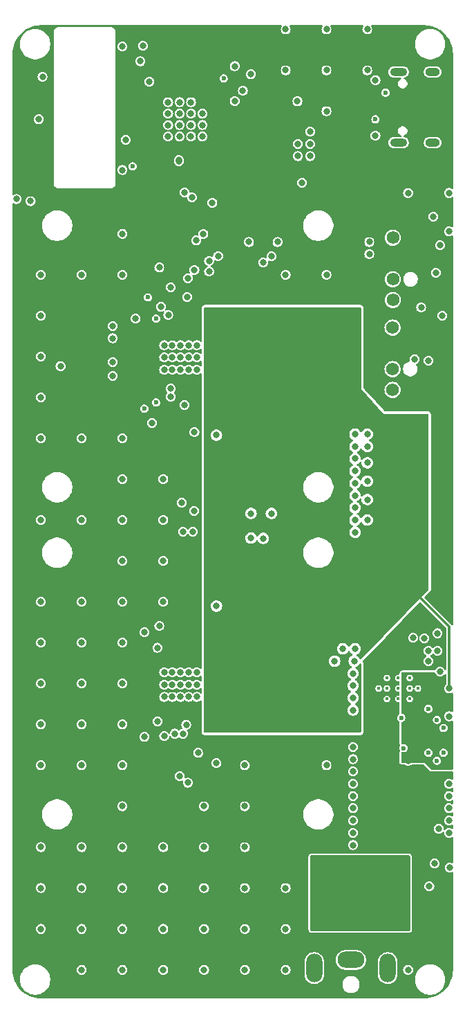
<source format=gbr>
%TF.GenerationSoftware,KiCad,Pcbnew,8.0.4*%
%TF.CreationDate,2024-11-06T18:48:09+01:00*%
%TF.ProjectId,BitForgeNano,42697446-6f72-4676-954e-616e6f2e6b69,rev?*%
%TF.SameCoordinates,Original*%
%TF.FileFunction,Copper,L4,Inr*%
%TF.FilePolarity,Positive*%
%FSLAX46Y46*%
G04 Gerber Fmt 4.6, Leading zero omitted, Abs format (unit mm)*
G04 Created by KiCad (PCBNEW 8.0.4) date 2024-11-06 18:48:09*
%MOMM*%
%LPD*%
G01*
G04 APERTURE LIST*
%TA.AperFunction,ComponentPad*%
%ADD10C,1.574800*%
%TD*%
%TA.AperFunction,ComponentPad*%
%ADD11C,0.400000*%
%TD*%
%TA.AperFunction,ComponentPad*%
%ADD12O,2.100000X1.000000*%
%TD*%
%TA.AperFunction,ComponentPad*%
%ADD13O,1.800000X1.000000*%
%TD*%
%TA.AperFunction,ComponentPad*%
%ADD14R,4.000000X2.000000*%
%TD*%
%TA.AperFunction,ComponentPad*%
%ADD15O,2.000000X3.500000*%
%TD*%
%TA.AperFunction,ComponentPad*%
%ADD16O,3.300000X2.000000*%
%TD*%
%TA.AperFunction,ViaPad*%
%ADD17C,0.800000*%
%TD*%
%TA.AperFunction,ViaPad*%
%ADD18C,0.600000*%
%TD*%
%TA.AperFunction,Conductor*%
%ADD19C,0.300000*%
%TD*%
G04 APERTURE END LIST*
D10*
%TO.N,GND*%
%TO.C,J8*%
X114236483Y-89186762D03*
%TO.N,+5V*%
X114236483Y-91726762D03*
%TO.N,/Fan/FAN2_TACH*%
X114236483Y-94266762D03*
%TO.N,/Fan/FAN2_PWM*%
X114236483Y-96806762D03*
%TD*%
%TO.N,GND*%
%TO.C,J6*%
X114275334Y-78206162D03*
%TO.N,+5V*%
X114275334Y-80746162D03*
%TO.N,/Fan/FAN1_TACH*%
X114275334Y-83286162D03*
%TO.N,/Fan/FAN1_PWM*%
X114275334Y-85826162D03*
%TD*%
D11*
%TO.N,GND*%
%TO.C,U12*%
X116336483Y-132046762D03*
X114936483Y-132046762D03*
X113536483Y-132046762D03*
X117336483Y-133326762D03*
X116336483Y-133326762D03*
X114936483Y-133326762D03*
X113536483Y-133326762D03*
X112536483Y-133326762D03*
X116336483Y-134606762D03*
X114936483Y-134606762D03*
X113536483Y-134606762D03*
%TD*%
D12*
%TO.N,GND*%
%TO.C,J5*%
X114966483Y-66571762D03*
D13*
X119146483Y-66571762D03*
D12*
X114966483Y-57931762D03*
D13*
X119146483Y-57931762D03*
%TD*%
D14*
%TO.N,VIN*%
%TO.C,J1*%
X109136483Y-160526762D03*
D15*
%TO.N,GND*%
X104636483Y-167526762D03*
D16*
X109136483Y-166526762D03*
D15*
X113636483Y-167526762D03*
%TD*%
D17*
%TO.N,GND*%
X90936483Y-65826762D03*
X71136483Y-97726762D03*
X87250000Y-91350000D03*
X81136483Y-127726762D03*
X90936483Y-64426762D03*
X86250000Y-92850000D03*
X111136483Y-105726762D03*
X116936483Y-93051762D03*
X109636483Y-106726762D03*
X121136483Y-72726762D03*
X81136483Y-82726762D03*
X71136483Y-157726762D03*
X87250000Y-94350000D03*
X109386483Y-131476762D03*
X96136483Y-152726762D03*
X88250000Y-131350000D03*
X88250000Y-134350000D03*
X101136483Y-167726762D03*
X90936483Y-63026762D03*
X89250000Y-92850000D03*
X86250000Y-94350000D03*
X88250000Y-91350000D03*
X81136483Y-77726762D03*
X89250000Y-94350000D03*
X109386483Y-140476762D03*
X86250000Y-134350000D03*
X91136483Y-157726762D03*
X106136483Y-142726762D03*
X79950000Y-95100000D03*
X79950000Y-90500000D03*
X101136483Y-52726762D03*
X112136483Y-65726762D03*
X86136483Y-112726762D03*
X83336483Y-56626762D03*
X90400000Y-141200000D03*
X76136483Y-132726762D03*
X88136483Y-64426762D03*
X89950000Y-101992500D03*
X71136483Y-92726762D03*
X81136483Y-142726762D03*
X81136483Y-132726762D03*
X76136483Y-167726762D03*
X109636483Y-108226762D03*
X81136483Y-117726762D03*
X102576283Y-61526762D03*
X81536483Y-66226762D03*
X81136483Y-162726762D03*
X91136483Y-152726762D03*
X86736483Y-65826762D03*
X88250000Y-94350000D03*
X76136483Y-127726762D03*
X85850000Y-86650000D03*
X86750000Y-87650000D03*
X91136483Y-162726762D03*
X109386483Y-141976762D03*
X86250000Y-91350000D03*
X88136483Y-63026762D03*
X76136483Y-82726762D03*
X92850000Y-80450000D03*
X87250000Y-131350000D03*
X96136483Y-157726762D03*
X109636483Y-114226762D03*
X88250000Y-92850000D03*
X86736483Y-63026762D03*
X106136483Y-57726762D03*
X76136483Y-162726762D03*
X111136483Y-110226762D03*
X71136483Y-152726762D03*
X109386483Y-144976762D03*
X71136483Y-82726762D03*
X71136483Y-127726762D03*
X88250000Y-132850000D03*
X71136483Y-137726762D03*
X89250000Y-134350000D03*
X96136483Y-167726762D03*
X106136483Y-52726762D03*
X81136483Y-147726762D03*
X89250000Y-132850000D03*
X111136483Y-103726762D03*
X79950000Y-93400000D03*
X68136483Y-73476762D03*
X92650000Y-142450000D03*
X92650000Y-102350000D03*
X87250000Y-132850000D03*
X86136483Y-152726762D03*
X96136483Y-147726762D03*
X96136483Y-142726762D03*
X89536483Y-63026762D03*
X90250000Y-132850000D03*
X86136483Y-167726762D03*
X90250000Y-92850000D03*
X109636483Y-112726762D03*
X81136483Y-112726762D03*
X90250000Y-134350000D03*
X81136483Y-157726762D03*
X116136483Y-167726762D03*
X92150000Y-73950000D03*
X89536483Y-64426762D03*
X71136483Y-87726762D03*
X81136483Y-137726762D03*
X120052914Y-131256008D03*
X109386483Y-135976762D03*
X109636483Y-102226762D03*
X76136483Y-112726762D03*
X121136483Y-146476762D03*
X76136483Y-152726762D03*
X116136483Y-72726762D03*
X86136483Y-157726762D03*
X106136483Y-82726762D03*
X71136483Y-112726762D03*
X112136483Y-58926762D03*
X111136483Y-107976762D03*
X87250000Y-92850000D03*
X106136483Y-62726762D03*
X101136483Y-57726762D03*
X91136483Y-167726762D03*
X76136483Y-157726762D03*
X86250000Y-131350000D03*
X90250000Y-131350000D03*
X121136483Y-150976762D03*
X76136483Y-102726762D03*
X81136483Y-107726762D03*
X109636483Y-111226762D03*
X81136483Y-152726762D03*
X81136483Y-69926762D03*
X111136483Y-112726762D03*
X85650000Y-81850000D03*
X101136483Y-157726762D03*
X119236483Y-75626762D03*
X92650000Y-123250000D03*
X81136483Y-102726762D03*
X71136483Y-102726762D03*
X111136483Y-102226762D03*
X109636483Y-109726762D03*
X96136483Y-162726762D03*
X87250000Y-134350000D03*
X86736483Y-61626762D03*
X109386483Y-134476762D03*
X71136483Y-142726762D03*
X81136483Y-122726762D03*
X76136483Y-142726762D03*
X109386483Y-147976762D03*
X121136483Y-149476762D03*
X89536483Y-65826762D03*
X88136483Y-61626762D03*
X90250000Y-94350000D03*
X101136483Y-162726762D03*
X86736483Y-64426762D03*
X89250000Y-131350000D03*
X109386483Y-146476762D03*
X87050000Y-84250000D03*
X89250000Y-91350000D03*
X86136483Y-107726762D03*
X121136483Y-147976762D03*
X91136483Y-147726762D03*
X109636483Y-103726762D03*
X120036483Y-79126762D03*
X86136483Y-162726762D03*
X91750000Y-82350000D03*
X88550000Y-114150000D03*
X79950000Y-89000000D03*
X81136483Y-54826762D03*
X86250000Y-132850000D03*
X109386483Y-149476762D03*
X109386483Y-132976762D03*
X111136483Y-57726762D03*
X71136483Y-132726762D03*
X109386483Y-152476762D03*
X76136483Y-137726762D03*
X90250000Y-91350000D03*
X71136483Y-122726762D03*
X103136483Y-71476762D03*
X109386483Y-150976762D03*
X89536483Y-61626762D03*
X81136483Y-167726762D03*
X109386483Y-143476762D03*
X86136483Y-122726762D03*
X121136483Y-144976762D03*
X71136483Y-162726762D03*
X85650000Y-125700000D03*
X111136483Y-52726762D03*
X109636483Y-105226762D03*
X76136483Y-122726762D03*
X86136483Y-117726762D03*
X88136483Y-65826762D03*
%TO.N,VDD*%
X104136483Y-103726762D03*
X116136483Y-112726762D03*
X104136483Y-137976762D03*
X101886483Y-105976762D03*
X101886483Y-96976762D03*
X116136483Y-108226762D03*
X117636483Y-100726762D03*
X116136483Y-115726762D03*
X113136483Y-121726762D03*
X116136483Y-103726762D03*
X112636483Y-112726762D03*
X118136483Y-108226762D03*
X91750000Y-94350000D03*
X91750000Y-134350000D03*
X96386483Y-131226762D03*
X116136483Y-105226762D03*
X101886483Y-92476762D03*
X112636483Y-109726762D03*
X101886483Y-137976762D03*
X96386483Y-94726762D03*
X112636483Y-111226762D03*
X106386483Y-96976762D03*
X104136483Y-128976762D03*
X113136483Y-120226762D03*
X116136483Y-102226762D03*
X118136483Y-111226762D03*
X116136483Y-118726762D03*
X116136483Y-114226762D03*
X104136483Y-131226762D03*
X101886483Y-101476762D03*
X113136483Y-102226762D03*
X96386483Y-101476762D03*
X114636483Y-114226762D03*
X92750000Y-94350000D03*
X96386483Y-128976762D03*
X112636483Y-108226762D03*
X96386483Y-135726762D03*
X106386483Y-87976762D03*
X116136483Y-117226762D03*
X104136483Y-96976762D03*
X99636483Y-133476762D03*
X96386483Y-124476762D03*
X92750000Y-91350000D03*
X104136483Y-133476762D03*
X116136483Y-120226762D03*
X92750000Y-131350000D03*
X116136483Y-106726762D03*
X101886483Y-103726762D03*
X91750000Y-91350000D03*
X96386483Y-90226762D03*
X101886483Y-128976762D03*
X106386483Y-112726762D03*
X101886483Y-99226762D03*
X96386483Y-108226762D03*
X106386483Y-92476762D03*
X106386483Y-101476762D03*
X114636483Y-121726762D03*
X96386483Y-126726762D03*
X91750000Y-132850000D03*
X104136483Y-101476762D03*
X118136483Y-109726762D03*
X114636483Y-120226762D03*
X96386483Y-133476762D03*
X96386483Y-103726762D03*
X114636483Y-100726762D03*
X106386483Y-103726762D03*
X106386483Y-90226762D03*
X96386483Y-99226762D03*
X99636483Y-131226762D03*
X104136483Y-87976762D03*
X96386483Y-117726762D03*
X101886483Y-131226762D03*
X96386483Y-137976762D03*
X104136483Y-90226762D03*
X116136483Y-121726762D03*
X118136483Y-112726762D03*
X118136483Y-114226762D03*
X101886483Y-112726762D03*
X101886483Y-90226762D03*
X104136483Y-99226762D03*
X114636483Y-111226762D03*
X96386483Y-122226762D03*
X114636483Y-103726762D03*
X91750000Y-92850000D03*
X112636483Y-114226762D03*
X101886483Y-135726762D03*
X114636483Y-108226762D03*
X117636483Y-115726762D03*
X106386483Y-121726762D03*
X106386483Y-94726762D03*
X116136483Y-100726762D03*
X96386483Y-92476762D03*
X96386483Y-87976762D03*
X99636483Y-135726762D03*
X116136483Y-109726762D03*
X104136483Y-112726762D03*
X114636483Y-105226762D03*
X96386483Y-96976762D03*
X113136483Y-100726762D03*
X104136483Y-135726762D03*
X101886483Y-87976762D03*
X104136483Y-94726762D03*
X92750000Y-134350000D03*
X92750000Y-92850000D03*
X101886483Y-133476762D03*
X114636483Y-102226762D03*
X91750000Y-131350000D03*
X101886483Y-94726762D03*
X92750000Y-132850000D03*
X114636483Y-112726762D03*
X104136483Y-92476762D03*
X96386483Y-105976762D03*
X114636483Y-109726762D03*
X114636483Y-106726762D03*
X106386483Y-99226762D03*
X96386483Y-119976762D03*
X99636483Y-128976762D03*
X116136483Y-111226762D03*
X113136483Y-115726762D03*
X99636483Y-137976762D03*
X121136483Y-133326762D03*
X114636483Y-115726762D03*
%TO.N,/Domain/0V8*%
X82750000Y-88100000D03*
X85410000Y-128350000D03*
D18*
X85250000Y-98350000D03*
D17*
X85430000Y-137350000D03*
X73550000Y-93900000D03*
D18*
X85250000Y-88100000D03*
D17*
X84750000Y-100850000D03*
D18*
%TO.N,Net-(J5-CC1)*%
X112136483Y-63726762D03*
%TO.N,Net-(J5-CC2)*%
X113386483Y-60476762D03*
D17*
%TO.N,/ESP32/IO0*%
X84436483Y-59126762D03*
X71336483Y-58526762D03*
%TO.N,/Domain/1V2*%
X83850000Y-139250000D03*
X83850000Y-126450000D03*
D18*
X84250000Y-85500000D03*
X83820000Y-99100000D03*
D17*
X88733806Y-98650188D03*
%TO.N,Net-(U12-BP1V5)*%
X119736483Y-128726762D03*
X121186483Y-136726762D03*
%TO.N,/Power/AGND*%
X116136483Y-142176762D03*
X121186483Y-142726762D03*
X119593676Y-132333955D03*
%TO.N,Net-(U9-A1)*%
X90150000Y-78550000D03*
%TO.N,Net-(U3-RI)*%
X88150000Y-144050000D03*
D18*
%TO.N,Net-(U12-EN{slash}UVLO)*%
X115286483Y-136926762D03*
X115586483Y-140626762D03*
D17*
%TO.N,/Domain/I_RO*%
X89150000Y-83150000D03*
%TO.N,/Domain/CLKI*%
X89050000Y-85450000D03*
%TO.N,/TX*%
X88750000Y-72650000D03*
%TO.N,/RX*%
X89650000Y-73250000D03*
%TO.N,/RST*%
X88050000Y-68850000D03*
X88036483Y-68726762D03*
%TO.N,/Domain/I_CI*%
X89950000Y-82150000D03*
%TO.N,/Domain/I_NRSTI*%
X91050000Y-77750000D03*
%TO.N,VIN*%
X114136483Y-158226762D03*
X115886483Y-158226762D03*
X114136483Y-161726762D03*
X112386483Y-159976762D03*
X112386483Y-158226762D03*
X114136483Y-159976762D03*
X112386483Y-161726762D03*
X115886483Y-161726762D03*
X115886483Y-159976762D03*
D18*
%TO.N,Net-(U12-MSEL1)*%
X118636483Y-135826762D03*
X118636483Y-141176762D03*
D17*
%TO.N,/ESP32/VDD_SAMPLE_0*%
X83636483Y-54726762D03*
%TO.N,/Fan/FAN1_TACH*%
X120336483Y-87726762D03*
%TO.N,/Fan/FAN1_PWM*%
X117736483Y-86726762D03*
%TO.N,/SCL*%
X111386483Y-78726762D03*
X109636483Y-128476762D03*
X96886483Y-111926762D03*
X119886483Y-150476762D03*
X99386483Y-111926762D03*
X118636483Y-128726762D03*
X108136483Y-128476762D03*
X94886483Y-57226762D03*
X88400000Y-110600000D03*
X99386483Y-80476762D03*
%TO.N,/SDA*%
X96886483Y-114939262D03*
X98386483Y-114976762D03*
X107136483Y-129976762D03*
X96886483Y-58226762D03*
X118636483Y-129976762D03*
X119386483Y-154726762D03*
X111386483Y-80226762D03*
X109536483Y-129976762D03*
X89900000Y-111600000D03*
X98386483Y-81226762D03*
D18*
%TO.N,Net-(U12-ADRSEL)*%
X119676483Y-142176762D03*
X119676483Y-137176762D03*
D17*
%TO.N,Net-(U3-CO)*%
X89150000Y-144850000D03*
%TO.N,Net-(U3-CLKO)*%
X88950000Y-137750000D03*
%TO.N,Net-(U3-BO)*%
X88550000Y-138850000D03*
%TO.N,Net-(U3-TEMP_N)*%
X87550000Y-138850000D03*
%TO.N,3V3*%
X70886483Y-63726762D03*
X104136483Y-68226762D03*
X102636483Y-66726762D03*
X104136483Y-66726762D03*
X102636483Y-68226762D03*
X119536483Y-82476762D03*
D18*
X82386483Y-69476762D03*
D17*
X121236483Y-155226762D03*
X118636483Y-93226762D03*
D18*
X93536483Y-58726762D03*
D17*
X89750000Y-114150000D03*
X69886483Y-73726762D03*
X104136483Y-65226762D03*
X118136483Y-127176762D03*
X91750000Y-81050000D03*
X121136483Y-77426762D03*
%TO.N,Net-(U3-TEMP_P)*%
X86250000Y-139150000D03*
%TO.N,Net-(U13-TEMP_N)*%
X87050000Y-97650000D03*
%TO.N,Net-(U13-TEMP_P)*%
X87050000Y-96650000D03*
%TO.N,+5V*%
X112386483Y-138976762D03*
X112386483Y-140476762D03*
X113636483Y-138976762D03*
X111136483Y-138976762D03*
X111136483Y-140476762D03*
X111136483Y-141976762D03*
X113636483Y-141976762D03*
X111136483Y-137476762D03*
X113636483Y-140476762D03*
X112386483Y-141976762D03*
X102636483Y-63976762D03*
X112386483Y-137476762D03*
D18*
%TO.N,Net-(U12-VSEL)*%
X120466483Y-141176762D03*
X120466483Y-138159169D03*
D17*
%TO.N,/Power/PGOOD*%
X119736483Y-126576762D03*
X101136483Y-82726762D03*
%TO.N,/ESP32/INA_ALRT*%
X95886483Y-60226762D03*
X118736483Y-157526762D03*
%TO.N,/Power/SMB_ALRT*%
X96636483Y-78726762D03*
X116736483Y-127126762D03*
X94886483Y-61476762D03*
X100136483Y-78726762D03*
%TD*%
D19*
%TO.N,VDD*%
X121136483Y-125726762D02*
X117136483Y-121726762D01*
X117136483Y-121726762D02*
X116136483Y-121726762D01*
X121136483Y-133326762D02*
X121136483Y-125726762D01*
%TD*%
%TA.AperFunction,Conductor*%
%TO.N,VIN*%
G36*
X116329522Y-153746447D02*
G01*
X116375277Y-153799251D01*
X116386483Y-153850762D01*
X116386483Y-162852762D01*
X116366798Y-162919801D01*
X116313994Y-162965556D01*
X116262483Y-162976762D01*
X104260483Y-162976762D01*
X104193444Y-162957077D01*
X104147689Y-162904273D01*
X104136483Y-162852762D01*
X104136483Y-153850762D01*
X104156168Y-153783723D01*
X104208972Y-153737968D01*
X104260483Y-153726762D01*
X116262483Y-153726762D01*
X116329522Y-153746447D01*
G37*
%TD.AperFunction*%
%TD*%
%TA.AperFunction,Conductor*%
%TO.N,VDD*%
G36*
X110329522Y-86746447D02*
G01*
X110375277Y-86799251D01*
X110386483Y-86850762D01*
X110386483Y-96726762D01*
X113136483Y-99726762D01*
X118512483Y-99726762D01*
X118579522Y-99746447D01*
X118625277Y-99799251D01*
X118636483Y-99850762D01*
X118636483Y-121176480D01*
X118616798Y-121243519D01*
X118601463Y-121262843D01*
X110381605Y-129731786D01*
X110320788Y-129766182D01*
X110251030Y-129762239D01*
X110194478Y-129721207D01*
X110176685Y-129689398D01*
X110161301Y-129648832D01*
X110064666Y-129508833D01*
X109937335Y-129396028D01*
X109928583Y-129391434D01*
X109873052Y-129362289D01*
X109822840Y-129313704D01*
X109806866Y-129245685D01*
X109830202Y-129179827D01*
X109880501Y-129140865D01*
X109880067Y-129140038D01*
X109884725Y-129137593D01*
X109885438Y-129137041D01*
X109886698Y-129136554D01*
X109886708Y-129136552D01*
X109886717Y-129136546D01*
X109886720Y-129136546D01*
X110037332Y-129057498D01*
X110037333Y-129057496D01*
X110037335Y-129057496D01*
X110164666Y-128944691D01*
X110261301Y-128804692D01*
X110321623Y-128645634D01*
X110342128Y-128476762D01*
X110321623Y-128307890D01*
X110261301Y-128148832D01*
X110164666Y-128008833D01*
X110037335Y-127896028D01*
X110037332Y-127896025D01*
X109886709Y-127816972D01*
X109721539Y-127776262D01*
X109551427Y-127776262D01*
X109386256Y-127816972D01*
X109235633Y-127896025D01*
X109108299Y-128008834D01*
X109011666Y-128148829D01*
X109002425Y-128173197D01*
X108960246Y-128228899D01*
X108894649Y-128252956D01*
X108826458Y-128237729D01*
X108777326Y-128188052D01*
X108770541Y-128173197D01*
X108761301Y-128148832D01*
X108664666Y-128008833D01*
X108537335Y-127896028D01*
X108537332Y-127896025D01*
X108386709Y-127816972D01*
X108221539Y-127776262D01*
X108051427Y-127776262D01*
X107886256Y-127816972D01*
X107735633Y-127896025D01*
X107608299Y-128008834D01*
X107511665Y-128148830D01*
X107451343Y-128307887D01*
X107451342Y-128307892D01*
X107430838Y-128476762D01*
X107451342Y-128645631D01*
X107451343Y-128645636D01*
X107511665Y-128804693D01*
X107573958Y-128894939D01*
X107608300Y-128944691D01*
X107713988Y-129038322D01*
X107735633Y-129057498D01*
X107886256Y-129136551D01*
X107886258Y-129136552D01*
X108051427Y-129177262D01*
X108221539Y-129177262D01*
X108386708Y-129136552D01*
X108473053Y-129091234D01*
X108537332Y-129057498D01*
X108537333Y-129057496D01*
X108537335Y-129057496D01*
X108664666Y-128944691D01*
X108761301Y-128804692D01*
X108770541Y-128780326D01*
X108812719Y-128724624D01*
X108878316Y-128700567D01*
X108946506Y-128715794D01*
X108995640Y-128765469D01*
X109002425Y-128780327D01*
X109011665Y-128804693D01*
X109073958Y-128894939D01*
X109108300Y-128944691D01*
X109235631Y-129057496D01*
X109235633Y-129057497D01*
X109299912Y-129091234D01*
X109350124Y-129139818D01*
X109366099Y-129207837D01*
X109342764Y-129273695D01*
X109292464Y-129312658D01*
X109292899Y-129313486D01*
X109288236Y-129315932D01*
X109287528Y-129316482D01*
X109286262Y-129316970D01*
X109286257Y-129316971D01*
X109135633Y-129396025D01*
X109008299Y-129508834D01*
X108911665Y-129648830D01*
X108851343Y-129807887D01*
X108851342Y-129807892D01*
X108830838Y-129976762D01*
X108851342Y-130145631D01*
X108851343Y-130145636D01*
X108911665Y-130304693D01*
X108939759Y-130345393D01*
X109008300Y-130444691D01*
X109135631Y-130557496D01*
X109182727Y-130582214D01*
X109232939Y-130630798D01*
X109248914Y-130698816D01*
X109225579Y-130764674D01*
X109170343Y-130807462D01*
X109154779Y-130812406D01*
X109136258Y-130816971D01*
X109136257Y-130816971D01*
X108985633Y-130896025D01*
X108858299Y-131008834D01*
X108761665Y-131148830D01*
X108701343Y-131307887D01*
X108701342Y-131307892D01*
X108680838Y-131476762D01*
X108701342Y-131645631D01*
X108701343Y-131645636D01*
X108761665Y-131804693D01*
X108823958Y-131894939D01*
X108858300Y-131944691D01*
X108931782Y-132009790D01*
X108985633Y-132057498D01*
X109098939Y-132116966D01*
X109149152Y-132165551D01*
X109165126Y-132233570D01*
X109141791Y-132299427D01*
X109098939Y-132336558D01*
X108985633Y-132396025D01*
X108858299Y-132508834D01*
X108761665Y-132648830D01*
X108701343Y-132807887D01*
X108701342Y-132807892D01*
X108680838Y-132976762D01*
X108701342Y-133145631D01*
X108701343Y-133145636D01*
X108761665Y-133304693D01*
X108804009Y-133366038D01*
X108858300Y-133444691D01*
X108931782Y-133509790D01*
X108985633Y-133557498D01*
X109098939Y-133616966D01*
X109149152Y-133665551D01*
X109165126Y-133733570D01*
X109141791Y-133799427D01*
X109098939Y-133836558D01*
X108985633Y-133896025D01*
X108858299Y-134008834D01*
X108761665Y-134148830D01*
X108701343Y-134307887D01*
X108701342Y-134307892D01*
X108680838Y-134476762D01*
X108701342Y-134645631D01*
X108701343Y-134645636D01*
X108761665Y-134804693D01*
X108813740Y-134880135D01*
X108858300Y-134944691D01*
X108931782Y-135009790D01*
X108985633Y-135057498D01*
X109098939Y-135116966D01*
X109149152Y-135165551D01*
X109165126Y-135233570D01*
X109141791Y-135299427D01*
X109098939Y-135336558D01*
X108985633Y-135396025D01*
X108858299Y-135508834D01*
X108761665Y-135648830D01*
X108701343Y-135807887D01*
X108701342Y-135807892D01*
X108680838Y-135976762D01*
X108701342Y-136145631D01*
X108701343Y-136145636D01*
X108761665Y-136304693D01*
X108787222Y-136341718D01*
X108858300Y-136444691D01*
X108963988Y-136538322D01*
X108985633Y-136557498D01*
X109112192Y-136623921D01*
X109136258Y-136636552D01*
X109301427Y-136677262D01*
X109471539Y-136677262D01*
X109636708Y-136636552D01*
X109716175Y-136594843D01*
X109787332Y-136557498D01*
X109787333Y-136557496D01*
X109787335Y-136557496D01*
X109914666Y-136444691D01*
X110011301Y-136304692D01*
X110071623Y-136145634D01*
X110092128Y-135976762D01*
X110071623Y-135807890D01*
X110011301Y-135648832D01*
X109914666Y-135508833D01*
X109787335Y-135396028D01*
X109787333Y-135396027D01*
X109787332Y-135396026D01*
X109674026Y-135336558D01*
X109623814Y-135287974D01*
X109607839Y-135219955D01*
X109631174Y-135154097D01*
X109674026Y-135116966D01*
X109704182Y-135101138D01*
X109787335Y-135057496D01*
X109914666Y-134944691D01*
X110011301Y-134804692D01*
X110071623Y-134645634D01*
X110092128Y-134476762D01*
X110071623Y-134307890D01*
X110011301Y-134148832D01*
X109914666Y-134008833D01*
X109787335Y-133896028D01*
X109787333Y-133896027D01*
X109787332Y-133896026D01*
X109674026Y-133836558D01*
X109623814Y-133787974D01*
X109607839Y-133719955D01*
X109631174Y-133654097D01*
X109674026Y-133616966D01*
X109706094Y-133600135D01*
X109787335Y-133557496D01*
X109914666Y-133444691D01*
X110011301Y-133304692D01*
X110071623Y-133145634D01*
X110092128Y-132976762D01*
X110071623Y-132807890D01*
X110011301Y-132648832D01*
X109914666Y-132508833D01*
X109787335Y-132396028D01*
X109787333Y-132396027D01*
X109787332Y-132396026D01*
X109674026Y-132336558D01*
X109623814Y-132287974D01*
X109607839Y-132219955D01*
X109631174Y-132154097D01*
X109674026Y-132116966D01*
X109704182Y-132101138D01*
X109787335Y-132057496D01*
X109914666Y-131944691D01*
X110011301Y-131804692D01*
X110071623Y-131645634D01*
X110092128Y-131476762D01*
X110071623Y-131307890D01*
X110011301Y-131148832D01*
X109914666Y-131008833D01*
X109787335Y-130896028D01*
X109787333Y-130896027D01*
X109787332Y-130896026D01*
X109740238Y-130871309D01*
X109690026Y-130822725D01*
X109674051Y-130754706D01*
X109697386Y-130688848D01*
X109752622Y-130646061D01*
X109768192Y-130641116D01*
X109786706Y-130636553D01*
X109786708Y-130636552D01*
X109937332Y-130557498D01*
X109937333Y-130557496D01*
X109937335Y-130557496D01*
X110064666Y-130444691D01*
X110160433Y-130305948D01*
X110214716Y-130261959D01*
X110284165Y-130254299D01*
X110346729Y-130285403D01*
X110382547Y-130345393D01*
X110386483Y-130376389D01*
X110386483Y-138602762D01*
X110366798Y-138669801D01*
X110313994Y-138715556D01*
X110262483Y-138726762D01*
X91260483Y-138726762D01*
X91193444Y-138707077D01*
X91147689Y-138654273D01*
X91136483Y-138602762D01*
X91136483Y-129976762D01*
X106430838Y-129976762D01*
X106451342Y-130145631D01*
X106451343Y-130145636D01*
X106511665Y-130304693D01*
X106539759Y-130345393D01*
X106608300Y-130444691D01*
X106713988Y-130538322D01*
X106735633Y-130557498D01*
X106875295Y-130630798D01*
X106886258Y-130636552D01*
X107051427Y-130677262D01*
X107221539Y-130677262D01*
X107386708Y-130636552D01*
X107490241Y-130582213D01*
X107537332Y-130557498D01*
X107537333Y-130557496D01*
X107537335Y-130557496D01*
X107664666Y-130444691D01*
X107761301Y-130304692D01*
X107821623Y-130145634D01*
X107842128Y-129976762D01*
X107821623Y-129807890D01*
X107761301Y-129648832D01*
X107664666Y-129508833D01*
X107537335Y-129396028D01*
X107537332Y-129396025D01*
X107386709Y-129316972D01*
X107221539Y-129276262D01*
X107051427Y-129276262D01*
X106886256Y-129316972D01*
X106735633Y-129396025D01*
X106608299Y-129508834D01*
X106511665Y-129648830D01*
X106451343Y-129807887D01*
X106451342Y-129807892D01*
X106430838Y-129976762D01*
X91136483Y-129976762D01*
X91136483Y-123250000D01*
X91944355Y-123250000D01*
X91964859Y-123418869D01*
X91964860Y-123418874D01*
X92025182Y-123577931D01*
X92087475Y-123668177D01*
X92121817Y-123717929D01*
X92227505Y-123811560D01*
X92249150Y-123830736D01*
X92399773Y-123909789D01*
X92399775Y-123909790D01*
X92564944Y-123950500D01*
X92735056Y-123950500D01*
X92900225Y-123909790D01*
X92979692Y-123868081D01*
X93050849Y-123830736D01*
X93050850Y-123830734D01*
X93050852Y-123830734D01*
X93178183Y-123717929D01*
X93274818Y-123577930D01*
X93335140Y-123418872D01*
X93355645Y-123250000D01*
X93335140Y-123081128D01*
X93274818Y-122922070D01*
X93178183Y-122782071D01*
X93050852Y-122669266D01*
X93050849Y-122669263D01*
X92900226Y-122590210D01*
X92735056Y-122549500D01*
X92564944Y-122549500D01*
X92399773Y-122590210D01*
X92249150Y-122669263D01*
X92121816Y-122782072D01*
X92025182Y-122922068D01*
X91964860Y-123081125D01*
X91964859Y-123081130D01*
X91944355Y-123250000D01*
X91136483Y-123250000D01*
X91136483Y-116605473D01*
X103285983Y-116605473D01*
X103285983Y-116848050D01*
X103317644Y-117088547D01*
X103380430Y-117322866D01*
X103473256Y-117546967D01*
X103473259Y-117546974D01*
X103594547Y-117757051D01*
X103594549Y-117757054D01*
X103594550Y-117757055D01*
X103742216Y-117949498D01*
X103742222Y-117949505D01*
X103913739Y-118121022D01*
X103913745Y-118121027D01*
X104106194Y-118268698D01*
X104316271Y-118389986D01*
X104540383Y-118482816D01*
X104774694Y-118545600D01*
X104955069Y-118569346D01*
X105015194Y-118577262D01*
X105015195Y-118577262D01*
X105257772Y-118577262D01*
X105305871Y-118570929D01*
X105498272Y-118545600D01*
X105732583Y-118482816D01*
X105956695Y-118389986D01*
X106166772Y-118268698D01*
X106359221Y-118121027D01*
X106530748Y-117949500D01*
X106678419Y-117757051D01*
X106799707Y-117546974D01*
X106892537Y-117322862D01*
X106955321Y-117088551D01*
X106986983Y-116848050D01*
X106986983Y-116605474D01*
X106955321Y-116364973D01*
X106892537Y-116130662D01*
X106799707Y-115906550D01*
X106678419Y-115696473D01*
X106571780Y-115557498D01*
X106530749Y-115504025D01*
X106530743Y-115504018D01*
X106359226Y-115332501D01*
X106359219Y-115332495D01*
X106166776Y-115184829D01*
X106166775Y-115184828D01*
X106166772Y-115184826D01*
X105956695Y-115063538D01*
X105956688Y-115063535D01*
X105732587Y-114970709D01*
X105498268Y-114907923D01*
X105257772Y-114876262D01*
X105257771Y-114876262D01*
X105015195Y-114876262D01*
X105015194Y-114876262D01*
X104774697Y-114907923D01*
X104540378Y-114970709D01*
X104316277Y-115063535D01*
X104316268Y-115063539D01*
X104106189Y-115184829D01*
X103913746Y-115332495D01*
X103913739Y-115332501D01*
X103742222Y-115504018D01*
X103742216Y-115504025D01*
X103594550Y-115696468D01*
X103473260Y-115906547D01*
X103473256Y-115906556D01*
X103380430Y-116130657D01*
X103317644Y-116364976D01*
X103285983Y-116605473D01*
X91136483Y-116605473D01*
X91136483Y-114939262D01*
X96180838Y-114939262D01*
X96201342Y-115108131D01*
X96201343Y-115108136D01*
X96261665Y-115267193D01*
X96287550Y-115304693D01*
X96358300Y-115407191D01*
X96463988Y-115500822D01*
X96485633Y-115519998D01*
X96636256Y-115599051D01*
X96636258Y-115599052D01*
X96801427Y-115639762D01*
X96971539Y-115639762D01*
X97136708Y-115599052D01*
X97216175Y-115557343D01*
X97287332Y-115519998D01*
X97287333Y-115519996D01*
X97287335Y-115519996D01*
X97414666Y-115407191D01*
X97511301Y-115267192D01*
X97513431Y-115261575D01*
X97555607Y-115205875D01*
X97621204Y-115181817D01*
X97689394Y-115197043D01*
X97738528Y-115246718D01*
X97745313Y-115261574D01*
X97761665Y-115304692D01*
X97761665Y-115304693D01*
X97780860Y-115332501D01*
X97858300Y-115444691D01*
X97963988Y-115538322D01*
X97985633Y-115557498D01*
X98064808Y-115599052D01*
X98136258Y-115636552D01*
X98301427Y-115677262D01*
X98471539Y-115677262D01*
X98636708Y-115636552D01*
X98716175Y-115594843D01*
X98787332Y-115557498D01*
X98787333Y-115557496D01*
X98787335Y-115557496D01*
X98914666Y-115444691D01*
X99011301Y-115304692D01*
X99071623Y-115145634D01*
X99092128Y-114976762D01*
X99071623Y-114807890D01*
X99011301Y-114648832D01*
X98985416Y-114611332D01*
X98946320Y-114554692D01*
X98914666Y-114508833D01*
X98787335Y-114396028D01*
X98787332Y-114396025D01*
X98636709Y-114316972D01*
X98471539Y-114276262D01*
X98301427Y-114276262D01*
X98136256Y-114316972D01*
X97985633Y-114396025D01*
X97858299Y-114508834D01*
X97761665Y-114648830D01*
X97761662Y-114648837D01*
X97759531Y-114654456D01*
X97717349Y-114710155D01*
X97651749Y-114734206D01*
X97583560Y-114718974D01*
X97534431Y-114669294D01*
X97527658Y-114654463D01*
X97511301Y-114611332D01*
X97414666Y-114471333D01*
X97287335Y-114358528D01*
X97287332Y-114358525D01*
X97136709Y-114279472D01*
X96971539Y-114238762D01*
X96801427Y-114238762D01*
X96636256Y-114279472D01*
X96485633Y-114358525D01*
X96358299Y-114471334D01*
X96261665Y-114611330D01*
X96201343Y-114770387D01*
X96201342Y-114770392D01*
X96180838Y-114939262D01*
X91136483Y-114939262D01*
X91136483Y-111926762D01*
X96180838Y-111926762D01*
X96201342Y-112095631D01*
X96201343Y-112095636D01*
X96261665Y-112254693D01*
X96323958Y-112344939D01*
X96358300Y-112394691D01*
X96407245Y-112438052D01*
X96485633Y-112507498D01*
X96636256Y-112586551D01*
X96636258Y-112586552D01*
X96801427Y-112627262D01*
X96971539Y-112627262D01*
X97136708Y-112586552D01*
X97216175Y-112544843D01*
X97287332Y-112507498D01*
X97287333Y-112507496D01*
X97287335Y-112507496D01*
X97414666Y-112394691D01*
X97511301Y-112254692D01*
X97571623Y-112095634D01*
X97592128Y-111926762D01*
X98680838Y-111926762D01*
X98701342Y-112095631D01*
X98701343Y-112095636D01*
X98761665Y-112254693D01*
X98823958Y-112344939D01*
X98858300Y-112394691D01*
X98907245Y-112438052D01*
X98985633Y-112507498D01*
X99136256Y-112586551D01*
X99136258Y-112586552D01*
X99301427Y-112627262D01*
X99471539Y-112627262D01*
X99636708Y-112586552D01*
X99716175Y-112544843D01*
X99787332Y-112507498D01*
X99787333Y-112507496D01*
X99787335Y-112507496D01*
X99914666Y-112394691D01*
X100011301Y-112254692D01*
X100071623Y-112095634D01*
X100092128Y-111926762D01*
X100071623Y-111757890D01*
X100011301Y-111598832D01*
X99914666Y-111458833D01*
X99787335Y-111346028D01*
X99787332Y-111346025D01*
X99636709Y-111266972D01*
X99471539Y-111226262D01*
X99301427Y-111226262D01*
X99136256Y-111266972D01*
X98985633Y-111346025D01*
X98858299Y-111458834D01*
X98761665Y-111598830D01*
X98701343Y-111757887D01*
X98701342Y-111757892D01*
X98680838Y-111926762D01*
X97592128Y-111926762D01*
X97571623Y-111757890D01*
X97511301Y-111598832D01*
X97414666Y-111458833D01*
X97287335Y-111346028D01*
X97287332Y-111346025D01*
X97136709Y-111266972D01*
X96971539Y-111226262D01*
X96801427Y-111226262D01*
X96636256Y-111266972D01*
X96485633Y-111346025D01*
X96358299Y-111458834D01*
X96261665Y-111598830D01*
X96201343Y-111757887D01*
X96201342Y-111757892D01*
X96180838Y-111926762D01*
X91136483Y-111926762D01*
X91136483Y-108605473D01*
X103285983Y-108605473D01*
X103285983Y-108848050D01*
X103317644Y-109088547D01*
X103380430Y-109322866D01*
X103473256Y-109546967D01*
X103473260Y-109546976D01*
X103484805Y-109566972D01*
X103594547Y-109757051D01*
X103594549Y-109757054D01*
X103594550Y-109757055D01*
X103742216Y-109949498D01*
X103742222Y-109949505D01*
X103913739Y-110121022D01*
X103913745Y-110121027D01*
X104106194Y-110268698D01*
X104316271Y-110389986D01*
X104540383Y-110482816D01*
X104774694Y-110545600D01*
X104955069Y-110569346D01*
X105015194Y-110577262D01*
X105015195Y-110577262D01*
X105257772Y-110577262D01*
X105305871Y-110570929D01*
X105498272Y-110545600D01*
X105732583Y-110482816D01*
X105956695Y-110389986D01*
X106166772Y-110268698D01*
X106359221Y-110121027D01*
X106530748Y-109949500D01*
X106678419Y-109757051D01*
X106799707Y-109546974D01*
X106892537Y-109322862D01*
X106955321Y-109088551D01*
X106986983Y-108848050D01*
X106986983Y-108605474D01*
X106955321Y-108364973D01*
X106892537Y-108130662D01*
X106799707Y-107906550D01*
X106678419Y-107696473D01*
X106530748Y-107504024D01*
X106530743Y-107504018D01*
X106359226Y-107332501D01*
X106359219Y-107332495D01*
X106166776Y-107184829D01*
X106166775Y-107184828D01*
X106166772Y-107184826D01*
X105956695Y-107063538D01*
X105956688Y-107063535D01*
X105732587Y-106970709D01*
X105498268Y-106907923D01*
X105257772Y-106876262D01*
X105257771Y-106876262D01*
X105015195Y-106876262D01*
X105015194Y-106876262D01*
X104774697Y-106907923D01*
X104540378Y-106970709D01*
X104316277Y-107063535D01*
X104316268Y-107063539D01*
X104106189Y-107184829D01*
X103913746Y-107332495D01*
X103913739Y-107332501D01*
X103742222Y-107504018D01*
X103742216Y-107504025D01*
X103594550Y-107696468D01*
X103473260Y-107906547D01*
X103473256Y-107906556D01*
X103380430Y-108130657D01*
X103317644Y-108364976D01*
X103285983Y-108605473D01*
X91136483Y-108605473D01*
X91136483Y-102350000D01*
X91944355Y-102350000D01*
X91964859Y-102518869D01*
X91964860Y-102518874D01*
X92025182Y-102677931D01*
X92036751Y-102694691D01*
X92121817Y-102817929D01*
X92177169Y-102866966D01*
X92249150Y-102930736D01*
X92399773Y-103009789D01*
X92399775Y-103009790D01*
X92564944Y-103050500D01*
X92735056Y-103050500D01*
X92900225Y-103009790D01*
X92979692Y-102968081D01*
X93050849Y-102930736D01*
X93050850Y-102930734D01*
X93050852Y-102930734D01*
X93178183Y-102817929D01*
X93274818Y-102677930D01*
X93335140Y-102518872D01*
X93355645Y-102350000D01*
X93340681Y-102226762D01*
X108930838Y-102226762D01*
X108951342Y-102395631D01*
X108951343Y-102395636D01*
X109011665Y-102554693D01*
X109073958Y-102644939D01*
X109108300Y-102694691D01*
X109213988Y-102788322D01*
X109235633Y-102807498D01*
X109348939Y-102866966D01*
X109399152Y-102915551D01*
X109415126Y-102983570D01*
X109391791Y-103049427D01*
X109348939Y-103086558D01*
X109235633Y-103146025D01*
X109108299Y-103258834D01*
X109011665Y-103398830D01*
X108951343Y-103557887D01*
X108951342Y-103557892D01*
X108930838Y-103726762D01*
X108951342Y-103895631D01*
X108951343Y-103895636D01*
X109011665Y-104054693D01*
X109073958Y-104144939D01*
X109108300Y-104194691D01*
X109213988Y-104288322D01*
X109235633Y-104307498D01*
X109348939Y-104366966D01*
X109399152Y-104415551D01*
X109415126Y-104483570D01*
X109391791Y-104549427D01*
X109348939Y-104586558D01*
X109235633Y-104646025D01*
X109108299Y-104758834D01*
X109011665Y-104898830D01*
X108951343Y-105057887D01*
X108951342Y-105057892D01*
X108930838Y-105226762D01*
X108951342Y-105395631D01*
X108951343Y-105395636D01*
X109011665Y-105554693D01*
X109073958Y-105644939D01*
X109108300Y-105694691D01*
X109213988Y-105788322D01*
X109235633Y-105807498D01*
X109348939Y-105866966D01*
X109399152Y-105915551D01*
X109415126Y-105983570D01*
X109391791Y-106049427D01*
X109348939Y-106086558D01*
X109235633Y-106146025D01*
X109108299Y-106258834D01*
X109011665Y-106398830D01*
X108951343Y-106557887D01*
X108951342Y-106557892D01*
X108930838Y-106726762D01*
X108951342Y-106895631D01*
X108951343Y-106895636D01*
X109011665Y-107054693D01*
X109073958Y-107144939D01*
X109108300Y-107194691D01*
X109200375Y-107276262D01*
X109235633Y-107307498D01*
X109348939Y-107366966D01*
X109399152Y-107415551D01*
X109415126Y-107483570D01*
X109391791Y-107549427D01*
X109348939Y-107586558D01*
X109235633Y-107646025D01*
X109108299Y-107758834D01*
X109011665Y-107898830D01*
X108951343Y-108057887D01*
X108951342Y-108057892D01*
X108930838Y-108226762D01*
X108951342Y-108395631D01*
X108951343Y-108395636D01*
X109011665Y-108554693D01*
X109068169Y-108636551D01*
X109108300Y-108694691D01*
X109213988Y-108788322D01*
X109235633Y-108807498D01*
X109348939Y-108866966D01*
X109399152Y-108915551D01*
X109415126Y-108983570D01*
X109391791Y-109049427D01*
X109348939Y-109086558D01*
X109235633Y-109146025D01*
X109108299Y-109258834D01*
X109011665Y-109398830D01*
X108951343Y-109557887D01*
X108951342Y-109557892D01*
X108930838Y-109726762D01*
X108951342Y-109895631D01*
X108951343Y-109895636D01*
X109011665Y-110054693D01*
X109073958Y-110144939D01*
X109108300Y-110194691D01*
X109191837Y-110268698D01*
X109235633Y-110307498D01*
X109348939Y-110366966D01*
X109399152Y-110415551D01*
X109415126Y-110483570D01*
X109391791Y-110549427D01*
X109348939Y-110586558D01*
X109235633Y-110646025D01*
X109108299Y-110758834D01*
X109011665Y-110898830D01*
X108951343Y-111057887D01*
X108951342Y-111057892D01*
X108930838Y-111226762D01*
X108951342Y-111395631D01*
X108951343Y-111395636D01*
X109011665Y-111554693D01*
X109073958Y-111644939D01*
X109108300Y-111694691D01*
X109213988Y-111788322D01*
X109235633Y-111807498D01*
X109348939Y-111866966D01*
X109399152Y-111915551D01*
X109415126Y-111983570D01*
X109391791Y-112049427D01*
X109348939Y-112086558D01*
X109235633Y-112146025D01*
X109108299Y-112258834D01*
X109011665Y-112398830D01*
X108951343Y-112557887D01*
X108951342Y-112557892D01*
X108930838Y-112726762D01*
X108951342Y-112895631D01*
X108951343Y-112895636D01*
X109011665Y-113054693D01*
X109073958Y-113144939D01*
X109108300Y-113194691D01*
X109213988Y-113288322D01*
X109235633Y-113307498D01*
X109348939Y-113366966D01*
X109399152Y-113415551D01*
X109415126Y-113483570D01*
X109391791Y-113549427D01*
X109348939Y-113586558D01*
X109235633Y-113646025D01*
X109108299Y-113758834D01*
X109011665Y-113898830D01*
X108951343Y-114057887D01*
X108951342Y-114057892D01*
X108930838Y-114226762D01*
X108951342Y-114395631D01*
X108951343Y-114395636D01*
X109011665Y-114554693D01*
X109050761Y-114611332D01*
X109108300Y-114694691D01*
X109193747Y-114770390D01*
X109235633Y-114807498D01*
X109366652Y-114876262D01*
X109386258Y-114886552D01*
X109551427Y-114927262D01*
X109721539Y-114927262D01*
X109886708Y-114886552D01*
X109966175Y-114844843D01*
X110037332Y-114807498D01*
X110037333Y-114807496D01*
X110037335Y-114807496D01*
X110164666Y-114694691D01*
X110261301Y-114554692D01*
X110321623Y-114395634D01*
X110342128Y-114226762D01*
X110321623Y-114057890D01*
X110261301Y-113898832D01*
X110164666Y-113758833D01*
X110037335Y-113646028D01*
X110037333Y-113646027D01*
X110037332Y-113646026D01*
X109924026Y-113586558D01*
X109873814Y-113537974D01*
X109857839Y-113469955D01*
X109881174Y-113404097D01*
X109924026Y-113366966D01*
X109954182Y-113351138D01*
X110037335Y-113307496D01*
X110164666Y-113194691D01*
X110261301Y-113054692D01*
X110270541Y-113030326D01*
X110312719Y-112974624D01*
X110378316Y-112950567D01*
X110446506Y-112965794D01*
X110495640Y-113015469D01*
X110502425Y-113030327D01*
X110511665Y-113054693D01*
X110573958Y-113144939D01*
X110608300Y-113194691D01*
X110713988Y-113288322D01*
X110735633Y-113307498D01*
X110848940Y-113366966D01*
X110886258Y-113386552D01*
X111051427Y-113427262D01*
X111221539Y-113427262D01*
X111386708Y-113386552D01*
X111466175Y-113344843D01*
X111537332Y-113307498D01*
X111537333Y-113307496D01*
X111537335Y-113307496D01*
X111664666Y-113194691D01*
X111761301Y-113054692D01*
X111821623Y-112895634D01*
X111842128Y-112726762D01*
X111821623Y-112557890D01*
X111761301Y-112398832D01*
X111758441Y-112394689D01*
X111726959Y-112349080D01*
X111664666Y-112258833D01*
X111537335Y-112146028D01*
X111537332Y-112146025D01*
X111386709Y-112066972D01*
X111221539Y-112026262D01*
X111051427Y-112026262D01*
X110886256Y-112066972D01*
X110735633Y-112146025D01*
X110608299Y-112258834D01*
X110511666Y-112398829D01*
X110502425Y-112423197D01*
X110460246Y-112478899D01*
X110394649Y-112502956D01*
X110326458Y-112487729D01*
X110277326Y-112438052D01*
X110270541Y-112423197D01*
X110261301Y-112398832D01*
X110164666Y-112258833D01*
X110037335Y-112146028D01*
X110037333Y-112146027D01*
X110037332Y-112146026D01*
X109924026Y-112086558D01*
X109873814Y-112037974D01*
X109857839Y-111969955D01*
X109881174Y-111904097D01*
X109924026Y-111866966D01*
X109954182Y-111851138D01*
X110037335Y-111807496D01*
X110164666Y-111694691D01*
X110261301Y-111554692D01*
X110321623Y-111395634D01*
X110342128Y-111226762D01*
X110321623Y-111057890D01*
X110261301Y-110898832D01*
X110164666Y-110758833D01*
X110037335Y-110646028D01*
X110037333Y-110646027D01*
X110037332Y-110646026D01*
X109924026Y-110586558D01*
X109873814Y-110537974D01*
X109857839Y-110469955D01*
X109881174Y-110404097D01*
X109924026Y-110366966D01*
X109954182Y-110351138D01*
X110037335Y-110307496D01*
X110164666Y-110194691D01*
X110206595Y-110133946D01*
X110260875Y-110089958D01*
X110330323Y-110082298D01*
X110392889Y-110113401D01*
X110428706Y-110173391D01*
X110431740Y-110219327D01*
X110430838Y-110226759D01*
X110430838Y-110226761D01*
X110451342Y-110395631D01*
X110451343Y-110395636D01*
X110511665Y-110554693D01*
X110573958Y-110644939D01*
X110608300Y-110694691D01*
X110680702Y-110758833D01*
X110735633Y-110807498D01*
X110886256Y-110886551D01*
X110886258Y-110886552D01*
X111051427Y-110927262D01*
X111221539Y-110927262D01*
X111386708Y-110886552D01*
X111466175Y-110844843D01*
X111537332Y-110807498D01*
X111537333Y-110807496D01*
X111537335Y-110807496D01*
X111664666Y-110694691D01*
X111761301Y-110554692D01*
X111821623Y-110395634D01*
X111842128Y-110226762D01*
X111821623Y-110057890D01*
X111761301Y-109898832D01*
X111759091Y-109895631D01*
X111679366Y-109780130D01*
X111664666Y-109758833D01*
X111537335Y-109646028D01*
X111537332Y-109646025D01*
X111386709Y-109566972D01*
X111221539Y-109526262D01*
X111051427Y-109526262D01*
X110886256Y-109566972D01*
X110735633Y-109646025D01*
X110608298Y-109758834D01*
X110566371Y-109819576D01*
X110512088Y-109863566D01*
X110442639Y-109871225D01*
X110380075Y-109840121D01*
X110344258Y-109780130D01*
X110341226Y-109734187D01*
X110342128Y-109726762D01*
X110321623Y-109557890D01*
X110261301Y-109398832D01*
X110164666Y-109258833D01*
X110037335Y-109146028D01*
X110037333Y-109146027D01*
X110037332Y-109146026D01*
X109924026Y-109086558D01*
X109873814Y-109037974D01*
X109857839Y-108969955D01*
X109881174Y-108904097D01*
X109924026Y-108866966D01*
X109960067Y-108848050D01*
X110037335Y-108807496D01*
X110164666Y-108694691D01*
X110261301Y-108554692D01*
X110321623Y-108395634D01*
X110321623Y-108395627D01*
X110322207Y-108393261D01*
X110323113Y-108391704D01*
X110324283Y-108388620D01*
X110324795Y-108388814D01*
X110357359Y-108332878D01*
X110419576Y-108301085D01*
X110489105Y-108307977D01*
X110543871Y-108351364D01*
X110544634Y-108352456D01*
X110608300Y-108444691D01*
X110709555Y-108534395D01*
X110735633Y-108557498D01*
X110827044Y-108605474D01*
X110886258Y-108636552D01*
X111051427Y-108677262D01*
X111221539Y-108677262D01*
X111386708Y-108636552D01*
X111466175Y-108594843D01*
X111537332Y-108557498D01*
X111537333Y-108557496D01*
X111537335Y-108557496D01*
X111664666Y-108444691D01*
X111761301Y-108304692D01*
X111821623Y-108145634D01*
X111842128Y-107976762D01*
X111821623Y-107807890D01*
X111761301Y-107648832D01*
X111759364Y-107646026D01*
X111718316Y-107586558D01*
X111664666Y-107508833D01*
X111537335Y-107396028D01*
X111537332Y-107396025D01*
X111386709Y-107316972D01*
X111221539Y-107276262D01*
X111051427Y-107276262D01*
X110886256Y-107316972D01*
X110735633Y-107396025D01*
X110608299Y-107508834D01*
X110511665Y-107648830D01*
X110451340Y-107807896D01*
X110450754Y-107810276D01*
X110449848Y-107811831D01*
X110448683Y-107814904D01*
X110448171Y-107814710D01*
X110415595Y-107870655D01*
X110353374Y-107902440D01*
X110283846Y-107895541D01*
X110229085Y-107852146D01*
X110228309Y-107851035D01*
X110198526Y-107807887D01*
X110164666Y-107758833D01*
X110037335Y-107646028D01*
X110037333Y-107646027D01*
X110037332Y-107646026D01*
X109924026Y-107586558D01*
X109873814Y-107537974D01*
X109857839Y-107469955D01*
X109881174Y-107404097D01*
X109924026Y-107366966D01*
X109989700Y-107332497D01*
X110037335Y-107307496D01*
X110164666Y-107194691D01*
X110261301Y-107054692D01*
X110321623Y-106895634D01*
X110342128Y-106726762D01*
X110321623Y-106557890D01*
X110261301Y-106398832D01*
X110164666Y-106258833D01*
X110037335Y-106146028D01*
X110037333Y-106146027D01*
X110037332Y-106146026D01*
X109924026Y-106086558D01*
X109873814Y-106037974D01*
X109857839Y-105969955D01*
X109881174Y-105904097D01*
X109924026Y-105866966D01*
X109954182Y-105851138D01*
X110037335Y-105807496D01*
X110164666Y-105694691D01*
X110206595Y-105633946D01*
X110260875Y-105589958D01*
X110330323Y-105582298D01*
X110392889Y-105613401D01*
X110428706Y-105673391D01*
X110431740Y-105719327D01*
X110430838Y-105726759D01*
X110430838Y-105726761D01*
X110451342Y-105895631D01*
X110451343Y-105895636D01*
X110511665Y-106054693D01*
X110573958Y-106144939D01*
X110608300Y-106194691D01*
X110680702Y-106258833D01*
X110735633Y-106307498D01*
X110886256Y-106386551D01*
X110886258Y-106386552D01*
X111051427Y-106427262D01*
X111221539Y-106427262D01*
X111386708Y-106386552D01*
X111466175Y-106344843D01*
X111537332Y-106307498D01*
X111537333Y-106307496D01*
X111537335Y-106307496D01*
X111664666Y-106194691D01*
X111761301Y-106054692D01*
X111821623Y-105895634D01*
X111842128Y-105726762D01*
X111821623Y-105557890D01*
X111761301Y-105398832D01*
X111759091Y-105395631D01*
X111679366Y-105280130D01*
X111664666Y-105258833D01*
X111537335Y-105146028D01*
X111537332Y-105146025D01*
X111386709Y-105066972D01*
X111221539Y-105026262D01*
X111051427Y-105026262D01*
X110886256Y-105066972D01*
X110735633Y-105146025D01*
X110608298Y-105258834D01*
X110566371Y-105319576D01*
X110512088Y-105363566D01*
X110442639Y-105371225D01*
X110380075Y-105340121D01*
X110344258Y-105280130D01*
X110341226Y-105234187D01*
X110342128Y-105226762D01*
X110321623Y-105057890D01*
X110261301Y-104898832D01*
X110164666Y-104758833D01*
X110037335Y-104646028D01*
X110037333Y-104646027D01*
X110037332Y-104646026D01*
X109924026Y-104586558D01*
X109873814Y-104537974D01*
X109857839Y-104469955D01*
X109881174Y-104404097D01*
X109924026Y-104366966D01*
X109954182Y-104351138D01*
X110037335Y-104307496D01*
X110164666Y-104194691D01*
X110261301Y-104054692D01*
X110270541Y-104030326D01*
X110312719Y-103974624D01*
X110378316Y-103950567D01*
X110446506Y-103965794D01*
X110495640Y-104015469D01*
X110502425Y-104030327D01*
X110511665Y-104054693D01*
X110573958Y-104144939D01*
X110608300Y-104194691D01*
X110713988Y-104288322D01*
X110735633Y-104307498D01*
X110848940Y-104366966D01*
X110886258Y-104386552D01*
X111051427Y-104427262D01*
X111221539Y-104427262D01*
X111386708Y-104386552D01*
X111466175Y-104344843D01*
X111537332Y-104307498D01*
X111537333Y-104307496D01*
X111537335Y-104307496D01*
X111664666Y-104194691D01*
X111761301Y-104054692D01*
X111821623Y-103895634D01*
X111842128Y-103726762D01*
X111821623Y-103557890D01*
X111761301Y-103398832D01*
X111664666Y-103258833D01*
X111537335Y-103146028D01*
X111537333Y-103146027D01*
X111537332Y-103146026D01*
X111424026Y-103086558D01*
X111373814Y-103037974D01*
X111357839Y-102969955D01*
X111381174Y-102904097D01*
X111424026Y-102866966D01*
X111454182Y-102851138D01*
X111537335Y-102807496D01*
X111664666Y-102694691D01*
X111761301Y-102554692D01*
X111821623Y-102395634D01*
X111842128Y-102226762D01*
X111821623Y-102057890D01*
X111761301Y-101898832D01*
X111749732Y-101882072D01*
X111671865Y-101769263D01*
X111664666Y-101758833D01*
X111537335Y-101646028D01*
X111537332Y-101646025D01*
X111386709Y-101566972D01*
X111221539Y-101526262D01*
X111051427Y-101526262D01*
X110886256Y-101566972D01*
X110735633Y-101646025D01*
X110608299Y-101758834D01*
X110511666Y-101898829D01*
X110502425Y-101923197D01*
X110460246Y-101978899D01*
X110394649Y-102002956D01*
X110326458Y-101987729D01*
X110277326Y-101938052D01*
X110270541Y-101923197D01*
X110261301Y-101898832D01*
X110164666Y-101758833D01*
X110037335Y-101646028D01*
X110037332Y-101646025D01*
X109886709Y-101566972D01*
X109721539Y-101526262D01*
X109551427Y-101526262D01*
X109386256Y-101566972D01*
X109235633Y-101646025D01*
X109108299Y-101758834D01*
X109011665Y-101898830D01*
X108951343Y-102057887D01*
X108951342Y-102057892D01*
X108930838Y-102226762D01*
X93340681Y-102226762D01*
X93335140Y-102181128D01*
X93274818Y-102022070D01*
X93261624Y-102002956D01*
X93189752Y-101898832D01*
X93178183Y-101882071D01*
X93050852Y-101769266D01*
X93050849Y-101769263D01*
X92900226Y-101690210D01*
X92735056Y-101649500D01*
X92564944Y-101649500D01*
X92399773Y-101690210D01*
X92249150Y-101769263D01*
X92121816Y-101882072D01*
X92025182Y-102022068D01*
X91964860Y-102181125D01*
X91964859Y-102181130D01*
X91944355Y-102350000D01*
X91136483Y-102350000D01*
X91136483Y-86850762D01*
X91156168Y-86783723D01*
X91208972Y-86737968D01*
X91260483Y-86726762D01*
X110262483Y-86726762D01*
X110329522Y-86746447D01*
G37*
%TD.AperFunction*%
%TD*%
%TA.AperFunction,Conductor*%
%TO.N,/Power/AGND*%
G36*
X119416715Y-131346447D02*
G01*
X119462470Y-131399251D01*
X119464647Y-131405307D01*
X119464760Y-131405261D01*
X119518783Y-131535686D01*
X119528378Y-131558849D01*
X119624632Y-131684290D01*
X119750073Y-131780544D01*
X119896152Y-131841052D01*
X119974533Y-131851371D01*
X120052913Y-131861690D01*
X120052914Y-131861690D01*
X120052915Y-131861690D01*
X120121352Y-131852680D01*
X120209676Y-131841052D01*
X120355755Y-131780544D01*
X120481196Y-131684290D01*
X120563608Y-131576888D01*
X120620035Y-131535686D01*
X120689781Y-131531531D01*
X120750701Y-131565743D01*
X120783454Y-131627460D01*
X120785983Y-131652375D01*
X120785983Y-132777645D01*
X120766298Y-132844684D01*
X120737470Y-132876020D01*
X120708204Y-132898476D01*
X120611946Y-133023922D01*
X120551439Y-133169999D01*
X120551438Y-133170001D01*
X120530801Y-133326760D01*
X120530801Y-133326763D01*
X120551438Y-133483522D01*
X120551439Y-133483524D01*
X120611947Y-133629603D01*
X120708201Y-133755044D01*
X120833642Y-133851298D01*
X120979721Y-133911806D01*
X121058102Y-133922125D01*
X121136482Y-133932444D01*
X121136483Y-133932444D01*
X121136484Y-133932444D01*
X121188737Y-133925564D01*
X121293245Y-133911806D01*
X121439324Y-133851298D01*
X121439328Y-133851294D01*
X121446364Y-133847234D01*
X121447506Y-133849213D01*
X121501655Y-133828274D01*
X121570101Y-133842306D01*
X121620095Y-133891116D01*
X121635983Y-133951843D01*
X121635983Y-136077395D01*
X121616298Y-136144434D01*
X121563494Y-136190189D01*
X121494336Y-136200133D01*
X121464530Y-136191956D01*
X121343245Y-136141718D01*
X121343243Y-136141717D01*
X121186484Y-136121080D01*
X121186482Y-136121080D01*
X121029722Y-136141717D01*
X121029720Y-136141718D01*
X120883643Y-136202225D01*
X120758201Y-136298480D01*
X120661946Y-136423922D01*
X120601439Y-136569999D01*
X120601438Y-136570001D01*
X120580801Y-136726760D01*
X120580801Y-136726763D01*
X120601438Y-136883522D01*
X120601439Y-136883524D01*
X120661947Y-137029603D01*
X120758201Y-137155044D01*
X120883642Y-137251298D01*
X121029721Y-137311806D01*
X121086021Y-137319218D01*
X121186482Y-137332444D01*
X121186483Y-137332444D01*
X121186484Y-137332444D01*
X121238737Y-137325564D01*
X121343245Y-137311806D01*
X121464533Y-137261566D01*
X121533999Y-137254098D01*
X121596478Y-137285373D01*
X121632131Y-137345461D01*
X121635983Y-137376128D01*
X121635983Y-143152762D01*
X121616298Y-143219801D01*
X121563494Y-143265556D01*
X121511983Y-143276762D01*
X119037845Y-143276762D01*
X118970806Y-143257077D01*
X118950164Y-143240443D01*
X118136483Y-142426762D01*
X115410483Y-142426762D01*
X115343444Y-142407077D01*
X115297689Y-142354273D01*
X115286483Y-142302762D01*
X115286483Y-142176762D01*
X119170836Y-142176762D01*
X119191317Y-142319218D01*
X119231442Y-142407077D01*
X119251106Y-142450135D01*
X119345355Y-142558905D01*
X119466430Y-142636715D01*
X119466433Y-142636716D01*
X119466432Y-142636716D01*
X119604519Y-142677261D01*
X119604521Y-142677262D01*
X119604522Y-142677262D01*
X119748445Y-142677262D01*
X119748445Y-142677261D01*
X119886536Y-142636715D01*
X120007611Y-142558905D01*
X120101860Y-142450135D01*
X120161648Y-142319219D01*
X120182130Y-142176762D01*
X120161648Y-142034305D01*
X120101860Y-141903389D01*
X120007611Y-141794619D01*
X119886536Y-141716809D01*
X119886534Y-141716808D01*
X119886532Y-141716807D01*
X119886533Y-141716807D01*
X119748446Y-141676262D01*
X119748444Y-141676262D01*
X119604522Y-141676262D01*
X119604519Y-141676262D01*
X119466432Y-141716807D01*
X119345356Y-141794618D01*
X119251106Y-141903388D01*
X119251105Y-141903390D01*
X119191317Y-142034305D01*
X119170836Y-142176762D01*
X115286483Y-142176762D01*
X115286483Y-141225948D01*
X115300926Y-141176762D01*
X118130836Y-141176762D01*
X118151317Y-141319218D01*
X118211105Y-141450133D01*
X118211106Y-141450135D01*
X118305355Y-141558905D01*
X118426430Y-141636715D01*
X118426433Y-141636716D01*
X118426432Y-141636716D01*
X118533590Y-141668179D01*
X118561116Y-141676262D01*
X118564519Y-141677261D01*
X118564521Y-141677262D01*
X118564522Y-141677262D01*
X118708445Y-141677262D01*
X118708445Y-141677261D01*
X118846536Y-141636715D01*
X118967611Y-141558905D01*
X119061860Y-141450135D01*
X119121648Y-141319219D01*
X119142130Y-141176762D01*
X119960836Y-141176762D01*
X119981317Y-141319218D01*
X120041105Y-141450133D01*
X120041106Y-141450135D01*
X120135355Y-141558905D01*
X120256430Y-141636715D01*
X120256433Y-141636716D01*
X120256432Y-141636716D01*
X120363590Y-141668179D01*
X120391116Y-141676262D01*
X120394519Y-141677261D01*
X120394521Y-141677262D01*
X120394522Y-141677262D01*
X120538445Y-141677262D01*
X120538445Y-141677261D01*
X120676536Y-141636715D01*
X120797611Y-141558905D01*
X120891860Y-141450135D01*
X120951648Y-141319219D01*
X120972130Y-141176762D01*
X120951648Y-141034305D01*
X120891860Y-140903389D01*
X120797611Y-140794619D01*
X120676536Y-140716809D01*
X120676534Y-140716808D01*
X120676532Y-140716807D01*
X120676533Y-140716807D01*
X120538446Y-140676262D01*
X120538444Y-140676262D01*
X120394522Y-140676262D01*
X120394519Y-140676262D01*
X120256432Y-140716807D01*
X120135356Y-140794618D01*
X120041106Y-140903388D01*
X120041105Y-140903390D01*
X119981317Y-141034305D01*
X119960836Y-141176762D01*
X119142130Y-141176762D01*
X119121648Y-141034305D01*
X119061860Y-140903389D01*
X118967611Y-140794619D01*
X118846536Y-140716809D01*
X118846534Y-140716808D01*
X118846532Y-140716807D01*
X118846533Y-140716807D01*
X118708446Y-140676262D01*
X118708444Y-140676262D01*
X118564522Y-140676262D01*
X118564519Y-140676262D01*
X118426432Y-140716807D01*
X118305356Y-140794618D01*
X118211106Y-140903388D01*
X118211105Y-140903390D01*
X118151317Y-141034305D01*
X118130836Y-141176762D01*
X115300926Y-141176762D01*
X115306168Y-141158909D01*
X115358972Y-141113154D01*
X115428130Y-141103210D01*
X115445408Y-141106968D01*
X115514522Y-141127262D01*
X115658445Y-141127262D01*
X115658445Y-141127261D01*
X115796536Y-141086715D01*
X115917611Y-141008905D01*
X116011860Y-140900135D01*
X116071648Y-140769219D01*
X116092130Y-140626762D01*
X116071648Y-140484305D01*
X116011860Y-140353389D01*
X115917611Y-140244619D01*
X115796536Y-140166809D01*
X115796534Y-140166808D01*
X115796532Y-140166807D01*
X115796533Y-140166807D01*
X115658446Y-140126262D01*
X115658444Y-140126262D01*
X115514522Y-140126262D01*
X115514519Y-140126262D01*
X115445417Y-140146552D01*
X115375547Y-140146552D01*
X115316770Y-140108777D01*
X115287745Y-140045221D01*
X115286483Y-140027575D01*
X115286483Y-138159169D01*
X119960836Y-138159169D01*
X119981317Y-138301625D01*
X120041105Y-138432540D01*
X120041106Y-138432542D01*
X120135355Y-138541312D01*
X120256430Y-138619122D01*
X120256433Y-138619123D01*
X120256432Y-138619123D01*
X120394519Y-138659668D01*
X120394521Y-138659669D01*
X120394522Y-138659669D01*
X120538445Y-138659669D01*
X120538445Y-138659668D01*
X120676536Y-138619122D01*
X120797611Y-138541312D01*
X120891860Y-138432542D01*
X120951648Y-138301626D01*
X120972130Y-138159169D01*
X120951648Y-138016712D01*
X120891860Y-137885796D01*
X120797611Y-137777026D01*
X120676536Y-137699216D01*
X120676534Y-137699215D01*
X120676532Y-137699214D01*
X120676533Y-137699214D01*
X120538446Y-137658669D01*
X120538444Y-137658669D01*
X120394522Y-137658669D01*
X120394519Y-137658669D01*
X120256432Y-137699214D01*
X120135356Y-137777025D01*
X120041106Y-137885795D01*
X120041105Y-137885797D01*
X119981317Y-138016712D01*
X119960836Y-138159169D01*
X115286483Y-138159169D01*
X115286483Y-137541217D01*
X115306168Y-137474178D01*
X115358972Y-137428423D01*
X115375549Y-137422240D01*
X115496533Y-137386716D01*
X115496533Y-137386715D01*
X115496536Y-137386715D01*
X115617611Y-137308905D01*
X115711860Y-137200135D01*
X115722534Y-137176762D01*
X119170836Y-137176762D01*
X119191317Y-137319218D01*
X119240660Y-137427262D01*
X119251106Y-137450135D01*
X119345355Y-137558905D01*
X119466430Y-137636715D01*
X119466433Y-137636716D01*
X119466432Y-137636716D01*
X119604519Y-137677261D01*
X119604521Y-137677262D01*
X119604522Y-137677262D01*
X119748445Y-137677262D01*
X119748445Y-137677261D01*
X119886536Y-137636715D01*
X120007611Y-137558905D01*
X120101860Y-137450135D01*
X120161648Y-137319219D01*
X120182130Y-137176762D01*
X120161648Y-137034305D01*
X120101860Y-136903389D01*
X120007611Y-136794619D01*
X119886536Y-136716809D01*
X119886534Y-136716808D01*
X119886532Y-136716807D01*
X119886533Y-136716807D01*
X119748446Y-136676262D01*
X119748444Y-136676262D01*
X119604522Y-136676262D01*
X119604519Y-136676262D01*
X119466432Y-136716807D01*
X119345356Y-136794618D01*
X119251106Y-136903388D01*
X119251105Y-136903390D01*
X119191317Y-137034305D01*
X119170836Y-137176762D01*
X115722534Y-137176762D01*
X115771648Y-137069219D01*
X115792130Y-136926762D01*
X115771648Y-136784305D01*
X115711860Y-136653389D01*
X115617611Y-136544619D01*
X115496536Y-136466809D01*
X115496533Y-136466807D01*
X115375548Y-136431283D01*
X115316770Y-136393509D01*
X115287745Y-136329953D01*
X115286483Y-136312306D01*
X115286483Y-135826762D01*
X118130836Y-135826762D01*
X118151317Y-135969218D01*
X118200721Y-136077395D01*
X118211106Y-136100135D01*
X118305355Y-136208905D01*
X118426430Y-136286715D01*
X118426433Y-136286716D01*
X118426432Y-136286716D01*
X118564519Y-136327261D01*
X118564521Y-136327262D01*
X118564522Y-136327262D01*
X118708445Y-136327262D01*
X118708445Y-136327261D01*
X118846536Y-136286715D01*
X118967611Y-136208905D01*
X119061860Y-136100135D01*
X119121648Y-135969219D01*
X119142130Y-135826762D01*
X119121648Y-135684305D01*
X119061860Y-135553389D01*
X118967611Y-135444619D01*
X118846536Y-135366809D01*
X118846534Y-135366808D01*
X118846532Y-135366807D01*
X118846533Y-135366807D01*
X118708446Y-135326262D01*
X118708444Y-135326262D01*
X118564522Y-135326262D01*
X118564519Y-135326262D01*
X118426432Y-135366807D01*
X118305356Y-135444618D01*
X118211106Y-135553388D01*
X118211105Y-135553390D01*
X118151317Y-135684305D01*
X118130836Y-135826762D01*
X115286483Y-135826762D01*
X115286483Y-134834770D01*
X115303098Y-134772767D01*
X115306564Y-134766762D01*
X115309690Y-134761349D01*
X115309691Y-134761344D01*
X115312800Y-134753841D01*
X115312836Y-134753856D01*
X115318362Y-134739459D01*
X115322128Y-134732068D01*
X115322128Y-134732067D01*
X115322129Y-134732066D01*
X115327752Y-134696557D01*
X115330449Y-134683874D01*
X115336982Y-134659491D01*
X115336983Y-134659488D01*
X115336983Y-134648037D01*
X115338510Y-134628638D01*
X115341975Y-134606762D01*
X115341975Y-134606761D01*
X115930991Y-134606761D01*
X115930991Y-134606762D01*
X115934456Y-134628638D01*
X115935983Y-134648037D01*
X115935983Y-134659491D01*
X115942517Y-134683878D01*
X115945214Y-134696567D01*
X115950837Y-134732065D01*
X115950838Y-134732068D01*
X115954609Y-134739469D01*
X115960133Y-134753859D01*
X115960168Y-134753845D01*
X115963277Y-134761351D01*
X115982773Y-134795119D01*
X115985870Y-134800823D01*
X116007609Y-134843486D01*
X116008433Y-134845104D01*
X116011668Y-134848339D01*
X116011677Y-134848349D01*
X116016002Y-134852674D01*
X116016003Y-134852675D01*
X116090570Y-134927242D01*
X116090571Y-134927242D01*
X116097638Y-134934309D01*
X116097637Y-134934309D01*
X116097641Y-134934312D01*
X116098142Y-134934813D01*
X116124403Y-134948193D01*
X116142411Y-134957368D01*
X116148110Y-134960463D01*
X116181894Y-134979969D01*
X116189405Y-134983080D01*
X116189390Y-134983115D01*
X116203778Y-134988637D01*
X116211179Y-134992408D01*
X116246693Y-134998032D01*
X116259365Y-135000726D01*
X116283756Y-135007262D01*
X116295208Y-135007262D01*
X116314603Y-135008788D01*
X116336483Y-135012254D01*
X116358362Y-135008788D01*
X116377758Y-135007262D01*
X116389209Y-135007262D01*
X116389210Y-135007262D01*
X116413595Y-135000728D01*
X116426278Y-134998031D01*
X116461787Y-134992408D01*
X116469180Y-134988641D01*
X116483577Y-134983115D01*
X116483562Y-134983079D01*
X116491067Y-134979969D01*
X116491070Y-134979969D01*
X116524859Y-134960459D01*
X116530535Y-134957378D01*
X116574825Y-134934812D01*
X116575328Y-134934309D01*
X116582394Y-134927242D01*
X116582396Y-134927242D01*
X116656963Y-134852675D01*
X116656963Y-134852673D01*
X116664531Y-134845106D01*
X116664531Y-134845105D01*
X116664533Y-134845104D01*
X116687099Y-134800814D01*
X116690180Y-134795138D01*
X116709690Y-134761349D01*
X116709690Y-134761346D01*
X116712800Y-134753841D01*
X116712836Y-134753856D01*
X116718362Y-134739459D01*
X116722128Y-134732068D01*
X116722128Y-134732067D01*
X116722129Y-134732066D01*
X116727752Y-134696557D01*
X116730449Y-134683874D01*
X116736982Y-134659491D01*
X116736983Y-134659488D01*
X116736983Y-134648037D01*
X116738510Y-134628638D01*
X116741975Y-134606762D01*
X116741975Y-134606761D01*
X116738510Y-134584885D01*
X116736983Y-134565486D01*
X116736983Y-134554037D01*
X116736982Y-134554033D01*
X116736981Y-134554030D01*
X116730447Y-134529643D01*
X116727753Y-134516972D01*
X116722129Y-134481458D01*
X116718358Y-134474057D01*
X116712836Y-134459669D01*
X116712801Y-134459684D01*
X116709690Y-134452173D01*
X116690184Y-134418389D01*
X116687084Y-134412680D01*
X116664534Y-134368421D01*
X116664033Y-134367920D01*
X116664030Y-134367916D01*
X116664030Y-134367917D01*
X116656963Y-134360850D01*
X116656963Y-134360849D01*
X116582396Y-134286282D01*
X116582395Y-134286281D01*
X116578070Y-134281956D01*
X116578060Y-134281947D01*
X116574825Y-134278712D01*
X116573207Y-134277888D01*
X116530544Y-134256149D01*
X116524840Y-134253052D01*
X116491072Y-134233556D01*
X116483566Y-134230447D01*
X116483580Y-134230412D01*
X116469190Y-134224888D01*
X116461789Y-134221117D01*
X116461788Y-134221116D01*
X116461787Y-134221116D01*
X116426286Y-134215492D01*
X116413599Y-134212796D01*
X116389212Y-134206262D01*
X116389210Y-134206262D01*
X116377758Y-134206262D01*
X116358362Y-134204735D01*
X116336483Y-134201270D01*
X116314603Y-134204735D01*
X116295208Y-134206262D01*
X116283751Y-134206262D01*
X116259364Y-134212796D01*
X116246682Y-134215491D01*
X116211178Y-134221115D01*
X116203770Y-134224890D01*
X116189389Y-134230411D01*
X116189403Y-134230445D01*
X116181891Y-134233556D01*
X116148108Y-134253060D01*
X116142409Y-134256155D01*
X116098141Y-134278711D01*
X116098138Y-134278713D01*
X116090572Y-134286280D01*
X116015998Y-134360854D01*
X116008434Y-134368417D01*
X116008432Y-134368420D01*
X115985876Y-134412688D01*
X115982781Y-134418387D01*
X115963277Y-134452170D01*
X115960166Y-134459682D01*
X115960132Y-134459668D01*
X115954611Y-134474049D01*
X115950836Y-134481457D01*
X115945212Y-134516961D01*
X115942517Y-134529643D01*
X115935983Y-134554030D01*
X115935983Y-134565486D01*
X115934456Y-134584885D01*
X115930991Y-134606761D01*
X115341975Y-134606761D01*
X115338510Y-134584885D01*
X115336983Y-134565486D01*
X115336983Y-134554037D01*
X115336982Y-134554033D01*
X115336981Y-134554030D01*
X115330447Y-134529643D01*
X115327753Y-134516972D01*
X115322129Y-134481458D01*
X115318358Y-134474057D01*
X115312836Y-134459669D01*
X115312801Y-134459684D01*
X115309691Y-134452175D01*
X115303096Y-134440753D01*
X115286483Y-134378753D01*
X115286483Y-133554770D01*
X115303098Y-133492767D01*
X115308435Y-133483522D01*
X115309690Y-133481349D01*
X115309691Y-133481344D01*
X115312800Y-133473841D01*
X115312836Y-133473856D01*
X115318362Y-133459459D01*
X115322128Y-133452068D01*
X115322128Y-133452067D01*
X115322129Y-133452066D01*
X115327752Y-133416557D01*
X115330449Y-133403874D01*
X115336982Y-133379491D01*
X115336983Y-133379488D01*
X115336983Y-133368037D01*
X115338510Y-133348638D01*
X115341975Y-133326762D01*
X115341975Y-133326761D01*
X115930991Y-133326761D01*
X115930991Y-133326762D01*
X115934456Y-133348638D01*
X115935983Y-133368037D01*
X115935983Y-133379491D01*
X115942517Y-133403878D01*
X115945213Y-133416565D01*
X115949634Y-133444474D01*
X115950837Y-133452065D01*
X115950838Y-133452068D01*
X115954609Y-133459469D01*
X115960133Y-133473859D01*
X115960168Y-133473845D01*
X115963277Y-133481351D01*
X115982773Y-133515119D01*
X115985870Y-133520823D01*
X116007609Y-133563486D01*
X116008433Y-133565104D01*
X116011668Y-133568339D01*
X116011677Y-133568349D01*
X116016002Y-133572674D01*
X116016003Y-133572675D01*
X116090570Y-133647242D01*
X116090571Y-133647242D01*
X116097638Y-133654309D01*
X116097637Y-133654309D01*
X116097641Y-133654312D01*
X116098142Y-133654813D01*
X116124403Y-133668193D01*
X116142411Y-133677368D01*
X116148110Y-133680463D01*
X116181894Y-133699969D01*
X116189405Y-133703080D01*
X116189390Y-133703115D01*
X116203778Y-133708637D01*
X116211179Y-133712408D01*
X116246693Y-133718032D01*
X116259365Y-133720726D01*
X116283756Y-133727262D01*
X116295208Y-133727262D01*
X116314603Y-133728788D01*
X116336483Y-133732254D01*
X116358362Y-133728788D01*
X116377758Y-133727262D01*
X116389209Y-133727262D01*
X116389210Y-133727262D01*
X116413595Y-133720728D01*
X116426278Y-133718031D01*
X116461787Y-133712408D01*
X116469180Y-133708641D01*
X116483577Y-133703115D01*
X116483562Y-133703079D01*
X116491067Y-133699969D01*
X116491070Y-133699969D01*
X116524859Y-133680459D01*
X116530535Y-133677378D01*
X116574825Y-133654812D01*
X116575328Y-133654309D01*
X116582394Y-133647242D01*
X116582396Y-133647242D01*
X116656963Y-133572675D01*
X116656963Y-133572673D01*
X116664531Y-133565106D01*
X116664531Y-133565105D01*
X116664533Y-133565104D01*
X116687099Y-133520814D01*
X116690180Y-133515138D01*
X116709690Y-133481349D01*
X116709690Y-133481346D01*
X116712800Y-133473841D01*
X116712835Y-133473855D01*
X116718357Y-133459468D01*
X116722129Y-133452066D01*
X116722129Y-133452063D01*
X116726000Y-133444468D01*
X116773976Y-133393674D01*
X116841798Y-133376881D01*
X116907932Y-133399421D01*
X116946969Y-133444474D01*
X116954609Y-133459469D01*
X116960133Y-133473859D01*
X116960168Y-133473845D01*
X116963277Y-133481351D01*
X116982773Y-133515119D01*
X116985870Y-133520823D01*
X117007609Y-133563486D01*
X117008433Y-133565104D01*
X117011668Y-133568339D01*
X117011677Y-133568349D01*
X117016002Y-133572674D01*
X117016003Y-133572675D01*
X117090570Y-133647242D01*
X117090571Y-133647242D01*
X117097638Y-133654309D01*
X117097637Y-133654309D01*
X117097641Y-133654312D01*
X117098142Y-133654813D01*
X117124403Y-133668193D01*
X117142411Y-133677368D01*
X117148110Y-133680463D01*
X117181894Y-133699969D01*
X117189405Y-133703080D01*
X117189390Y-133703115D01*
X117203778Y-133708637D01*
X117211179Y-133712408D01*
X117246693Y-133718032D01*
X117259365Y-133720726D01*
X117283756Y-133727262D01*
X117295208Y-133727262D01*
X117314603Y-133728788D01*
X117336483Y-133732254D01*
X117358362Y-133728788D01*
X117377758Y-133727262D01*
X117389209Y-133727262D01*
X117389210Y-133727262D01*
X117413595Y-133720728D01*
X117426278Y-133718031D01*
X117461787Y-133712408D01*
X117469180Y-133708641D01*
X117483577Y-133703115D01*
X117483562Y-133703079D01*
X117491067Y-133699969D01*
X117491070Y-133699969D01*
X117524859Y-133680459D01*
X117530535Y-133677378D01*
X117574825Y-133654812D01*
X117575328Y-133654309D01*
X117582394Y-133647242D01*
X117582396Y-133647242D01*
X117656963Y-133572675D01*
X117656963Y-133572673D01*
X117664531Y-133565106D01*
X117664531Y-133565105D01*
X117664533Y-133565104D01*
X117687099Y-133520814D01*
X117690180Y-133515138D01*
X117709690Y-133481349D01*
X117709690Y-133481346D01*
X117712800Y-133473841D01*
X117712836Y-133473856D01*
X117718362Y-133459459D01*
X117722128Y-133452068D01*
X117722128Y-133452067D01*
X117722129Y-133452066D01*
X117727752Y-133416557D01*
X117730449Y-133403874D01*
X117736982Y-133379491D01*
X117736983Y-133379488D01*
X117736983Y-133368037D01*
X117738510Y-133348638D01*
X117741975Y-133326762D01*
X117741975Y-133326761D01*
X117738510Y-133304885D01*
X117736983Y-133285486D01*
X117736983Y-133274037D01*
X117736982Y-133274033D01*
X117736981Y-133274030D01*
X117730447Y-133249643D01*
X117727753Y-133236972D01*
X117722129Y-133201458D01*
X117718357Y-133194055D01*
X117712836Y-133179669D01*
X117712801Y-133179684D01*
X117709690Y-133172173D01*
X117690184Y-133138389D01*
X117687084Y-133132680D01*
X117664534Y-133088421D01*
X117664033Y-133087920D01*
X117664030Y-133087916D01*
X117664030Y-133087917D01*
X117656963Y-133080850D01*
X117656963Y-133080849D01*
X117582396Y-133006282D01*
X117582395Y-133006281D01*
X117578070Y-133001956D01*
X117578060Y-133001947D01*
X117574825Y-132998712D01*
X117560265Y-132991293D01*
X117530544Y-132976149D01*
X117524840Y-132973052D01*
X117491072Y-132953556D01*
X117483566Y-132950447D01*
X117483580Y-132950412D01*
X117469190Y-132944888D01*
X117461789Y-132941117D01*
X117461788Y-132941116D01*
X117461787Y-132941116D01*
X117426286Y-132935492D01*
X117413599Y-132932796D01*
X117389212Y-132926262D01*
X117389210Y-132926262D01*
X117377758Y-132926262D01*
X117358362Y-132924735D01*
X117336483Y-132921270D01*
X117314603Y-132924735D01*
X117295208Y-132926262D01*
X117283751Y-132926262D01*
X117259364Y-132932796D01*
X117246682Y-132935491D01*
X117211178Y-132941115D01*
X117203770Y-132944890D01*
X117189389Y-132950411D01*
X117189403Y-132950445D01*
X117181891Y-132953556D01*
X117148108Y-132973060D01*
X117142409Y-132976155D01*
X117098141Y-132998711D01*
X117098138Y-132998713D01*
X117090572Y-133006280D01*
X117015998Y-133080854D01*
X117008434Y-133088417D01*
X117008432Y-133088420D01*
X116985876Y-133132688D01*
X116982781Y-133138387D01*
X116963277Y-133172170D01*
X116960166Y-133179682D01*
X116960132Y-133179667D01*
X116954608Y-133194055D01*
X116946968Y-133209050D01*
X116898994Y-133259847D01*
X116831174Y-133276643D01*
X116765038Y-133254107D01*
X116725996Y-133209050D01*
X116722129Y-133201461D01*
X116722129Y-133201458D01*
X116718354Y-133194049D01*
X116712835Y-133179669D01*
X116712801Y-133179684D01*
X116709690Y-133172173D01*
X116690184Y-133138389D01*
X116687084Y-133132680D01*
X116664534Y-133088421D01*
X116664033Y-133087920D01*
X116664030Y-133087916D01*
X116664030Y-133087917D01*
X116656963Y-133080850D01*
X116656963Y-133080849D01*
X116582396Y-133006282D01*
X116582395Y-133006281D01*
X116578070Y-133001956D01*
X116578060Y-133001947D01*
X116574825Y-132998712D01*
X116560265Y-132991293D01*
X116530544Y-132976149D01*
X116524840Y-132973052D01*
X116491072Y-132953556D01*
X116483566Y-132950447D01*
X116483580Y-132950412D01*
X116469190Y-132944888D01*
X116461789Y-132941117D01*
X116461788Y-132941116D01*
X116461787Y-132941116D01*
X116426286Y-132935492D01*
X116413599Y-132932796D01*
X116389212Y-132926262D01*
X116389210Y-132926262D01*
X116377758Y-132926262D01*
X116358362Y-132924735D01*
X116336483Y-132921270D01*
X116314603Y-132924735D01*
X116295208Y-132926262D01*
X116283751Y-132926262D01*
X116259364Y-132932796D01*
X116246682Y-132935491D01*
X116211178Y-132941115D01*
X116203770Y-132944890D01*
X116189389Y-132950411D01*
X116189403Y-132950445D01*
X116181891Y-132953556D01*
X116148108Y-132973060D01*
X116142409Y-132976155D01*
X116098141Y-132998711D01*
X116098138Y-132998713D01*
X116090572Y-133006280D01*
X116015998Y-133080854D01*
X116008434Y-133088417D01*
X116008432Y-133088420D01*
X115985876Y-133132688D01*
X115982781Y-133138387D01*
X115963277Y-133172170D01*
X115960166Y-133179682D01*
X115960132Y-133179668D01*
X115954611Y-133194049D01*
X115950836Y-133201457D01*
X115945212Y-133236961D01*
X115942517Y-133249643D01*
X115935983Y-133274030D01*
X115935983Y-133285486D01*
X115934456Y-133304885D01*
X115930991Y-133326761D01*
X115341975Y-133326761D01*
X115338510Y-133304885D01*
X115336983Y-133285486D01*
X115336983Y-133274037D01*
X115336982Y-133274033D01*
X115336981Y-133274030D01*
X115330447Y-133249643D01*
X115327753Y-133236972D01*
X115322129Y-133201458D01*
X115318357Y-133194055D01*
X115312836Y-133179669D01*
X115312801Y-133179684D01*
X115309691Y-133172175D01*
X115303096Y-133160753D01*
X115286483Y-133098753D01*
X115286483Y-132274770D01*
X115303098Y-132212767D01*
X115306564Y-132206762D01*
X115309690Y-132201349D01*
X115309691Y-132201344D01*
X115312800Y-132193841D01*
X115312836Y-132193856D01*
X115318362Y-132179459D01*
X115322128Y-132172068D01*
X115322128Y-132172067D01*
X115322129Y-132172066D01*
X115327752Y-132136557D01*
X115330449Y-132123874D01*
X115336982Y-132099491D01*
X115336983Y-132099488D01*
X115336983Y-132088037D01*
X115338510Y-132068638D01*
X115341975Y-132046762D01*
X115341975Y-132046761D01*
X115930991Y-132046761D01*
X115930991Y-132046762D01*
X115934456Y-132068638D01*
X115935983Y-132088037D01*
X115935983Y-132099491D01*
X115942517Y-132123878D01*
X115945214Y-132136567D01*
X115950837Y-132172065D01*
X115950838Y-132172068D01*
X115954609Y-132179469D01*
X115960133Y-132193859D01*
X115960168Y-132193845D01*
X115963277Y-132201351D01*
X115982773Y-132235119D01*
X115985870Y-132240823D01*
X116007609Y-132283486D01*
X116008433Y-132285104D01*
X116011668Y-132288339D01*
X116011677Y-132288349D01*
X116016002Y-132292674D01*
X116016003Y-132292675D01*
X116090570Y-132367242D01*
X116090571Y-132367242D01*
X116097638Y-132374309D01*
X116097637Y-132374309D01*
X116097641Y-132374312D01*
X116098142Y-132374813D01*
X116124403Y-132388193D01*
X116142411Y-132397368D01*
X116148110Y-132400463D01*
X116181894Y-132419969D01*
X116189405Y-132423080D01*
X116189390Y-132423115D01*
X116203778Y-132428637D01*
X116211179Y-132432408D01*
X116246693Y-132438032D01*
X116259365Y-132440726D01*
X116283756Y-132447262D01*
X116295208Y-132447262D01*
X116314603Y-132448788D01*
X116336483Y-132452254D01*
X116358362Y-132448788D01*
X116377758Y-132447262D01*
X116389209Y-132447262D01*
X116389210Y-132447262D01*
X116413595Y-132440728D01*
X116426278Y-132438031D01*
X116461787Y-132432408D01*
X116469180Y-132428641D01*
X116483577Y-132423115D01*
X116483562Y-132423079D01*
X116491067Y-132419969D01*
X116491070Y-132419969D01*
X116524859Y-132400459D01*
X116530535Y-132397378D01*
X116574825Y-132374812D01*
X116575328Y-132374309D01*
X116582394Y-132367242D01*
X116582396Y-132367242D01*
X116656963Y-132292675D01*
X116656963Y-132292673D01*
X116664531Y-132285106D01*
X116664531Y-132285105D01*
X116664533Y-132285104D01*
X116687099Y-132240814D01*
X116690180Y-132235138D01*
X116709690Y-132201349D01*
X116709690Y-132201346D01*
X116712800Y-132193841D01*
X116712836Y-132193856D01*
X116718362Y-132179459D01*
X116722128Y-132172068D01*
X116722128Y-132172067D01*
X116722129Y-132172066D01*
X116727752Y-132136557D01*
X116730449Y-132123874D01*
X116736982Y-132099491D01*
X116736983Y-132099488D01*
X116736983Y-132088037D01*
X116738510Y-132068638D01*
X116741975Y-132046762D01*
X116741975Y-132046761D01*
X116738510Y-132024885D01*
X116736983Y-132005486D01*
X116736983Y-131994037D01*
X116736982Y-131994033D01*
X116736981Y-131994030D01*
X116730447Y-131969643D01*
X116727753Y-131956972D01*
X116722129Y-131921458D01*
X116718358Y-131914057D01*
X116712836Y-131899669D01*
X116712801Y-131899684D01*
X116709690Y-131892173D01*
X116690184Y-131858389D01*
X116687084Y-131852680D01*
X116664534Y-131808421D01*
X116664033Y-131807920D01*
X116664030Y-131807916D01*
X116664030Y-131807917D01*
X116656963Y-131800850D01*
X116656963Y-131800849D01*
X116582396Y-131726282D01*
X116582395Y-131726281D01*
X116578070Y-131721956D01*
X116578060Y-131721947D01*
X116574825Y-131718712D01*
X116573207Y-131717888D01*
X116530544Y-131696149D01*
X116524840Y-131693052D01*
X116491072Y-131673556D01*
X116483566Y-131670447D01*
X116483580Y-131670412D01*
X116469190Y-131664888D01*
X116461789Y-131661117D01*
X116461788Y-131661116D01*
X116461787Y-131661116D01*
X116426286Y-131655492D01*
X116413599Y-131652796D01*
X116389212Y-131646262D01*
X116389210Y-131646262D01*
X116377758Y-131646262D01*
X116358362Y-131644735D01*
X116336483Y-131641270D01*
X116314603Y-131644735D01*
X116295208Y-131646262D01*
X116283751Y-131646262D01*
X116259364Y-131652796D01*
X116246682Y-131655491D01*
X116211178Y-131661115D01*
X116203770Y-131664890D01*
X116189389Y-131670411D01*
X116189403Y-131670445D01*
X116181891Y-131673556D01*
X116148108Y-131693060D01*
X116142409Y-131696155D01*
X116098141Y-131718711D01*
X116098138Y-131718713D01*
X116090572Y-131726280D01*
X116015998Y-131800854D01*
X116008434Y-131808417D01*
X116008432Y-131808420D01*
X115985876Y-131852688D01*
X115982781Y-131858387D01*
X115963277Y-131892170D01*
X115960166Y-131899682D01*
X115960132Y-131899668D01*
X115954611Y-131914049D01*
X115950836Y-131921457D01*
X115945212Y-131956961D01*
X115942517Y-131969643D01*
X115935983Y-131994030D01*
X115935983Y-132005486D01*
X115934456Y-132024885D01*
X115930991Y-132046761D01*
X115341975Y-132046761D01*
X115338510Y-132024885D01*
X115336983Y-132005486D01*
X115336983Y-131994037D01*
X115336982Y-131994033D01*
X115336981Y-131994030D01*
X115330447Y-131969643D01*
X115327753Y-131956972D01*
X115322129Y-131921458D01*
X115318358Y-131914057D01*
X115312836Y-131899669D01*
X115312801Y-131899684D01*
X115309691Y-131892175D01*
X115303096Y-131880753D01*
X115286483Y-131818753D01*
X115286483Y-131450762D01*
X115306168Y-131383723D01*
X115358972Y-131337968D01*
X115410483Y-131326762D01*
X119349676Y-131326762D01*
X119416715Y-131346447D01*
G37*
%TD.AperFunction*%
%TD*%
%TA.AperFunction,Conductor*%
%TO.N,+5V*%
G36*
X100562088Y-52227274D02*
G01*
X100620277Y-52246181D01*
X100656241Y-52295681D01*
X100656241Y-52356867D01*
X100640630Y-52386539D01*
X100611945Y-52423923D01*
X100551440Y-52569995D01*
X100551438Y-52570003D01*
X100530801Y-52726761D01*
X100530801Y-52726762D01*
X100551438Y-52883520D01*
X100551440Y-52883528D01*
X100611945Y-53029600D01*
X100611945Y-53029601D01*
X100708196Y-53155038D01*
X100708201Y-53155044D01*
X100833642Y-53251298D01*
X100833643Y-53251298D01*
X100833644Y-53251299D01*
X100966527Y-53306341D01*
X100979721Y-53311806D01*
X101097292Y-53327284D01*
X101136482Y-53332444D01*
X101136483Y-53332444D01*
X101136484Y-53332444D01*
X101167835Y-53328316D01*
X101293245Y-53311806D01*
X101439324Y-53251298D01*
X101564765Y-53155044D01*
X101661019Y-53029603D01*
X101721527Y-52883524D01*
X101742165Y-52726762D01*
X101721527Y-52570000D01*
X101696828Y-52510371D01*
X101661020Y-52423923D01*
X101661020Y-52423922D01*
X101632337Y-52386542D01*
X101611913Y-52328866D01*
X101629291Y-52270201D01*
X101677832Y-52232953D01*
X101710878Y-52227275D01*
X105562087Y-52227276D01*
X105620276Y-52246183D01*
X105656240Y-52295683D01*
X105656240Y-52356869D01*
X105640628Y-52386542D01*
X105611945Y-52423923D01*
X105551440Y-52569995D01*
X105551438Y-52570003D01*
X105530801Y-52726761D01*
X105530801Y-52726762D01*
X105551438Y-52883520D01*
X105551440Y-52883528D01*
X105611945Y-53029600D01*
X105611945Y-53029601D01*
X105708196Y-53155038D01*
X105708201Y-53155044D01*
X105833642Y-53251298D01*
X105833643Y-53251298D01*
X105833644Y-53251299D01*
X105966527Y-53306341D01*
X105979721Y-53311806D01*
X106097292Y-53327284D01*
X106136482Y-53332444D01*
X106136483Y-53332444D01*
X106136484Y-53332444D01*
X106167835Y-53328316D01*
X106293245Y-53311806D01*
X106439324Y-53251298D01*
X106564765Y-53155044D01*
X106661019Y-53029603D01*
X106721527Y-52883524D01*
X106742165Y-52726762D01*
X106721527Y-52570000D01*
X106696828Y-52510371D01*
X106661021Y-52423925D01*
X106661020Y-52423924D01*
X106661019Y-52423921D01*
X106632337Y-52386543D01*
X106611915Y-52328870D01*
X106629292Y-52270204D01*
X106677834Y-52232957D01*
X106710880Y-52227278D01*
X110562085Y-52227278D01*
X110620274Y-52246185D01*
X110656238Y-52295685D01*
X110656238Y-52356871D01*
X110640627Y-52386543D01*
X110611945Y-52423923D01*
X110551440Y-52569995D01*
X110551438Y-52570003D01*
X110530801Y-52726761D01*
X110530801Y-52726762D01*
X110551438Y-52883520D01*
X110551440Y-52883528D01*
X110611945Y-53029600D01*
X110611945Y-53029601D01*
X110708196Y-53155038D01*
X110708201Y-53155044D01*
X110833642Y-53251298D01*
X110833643Y-53251298D01*
X110833644Y-53251299D01*
X110966527Y-53306341D01*
X110979721Y-53311806D01*
X111097292Y-53327284D01*
X111136482Y-53332444D01*
X111136483Y-53332444D01*
X111136484Y-53332444D01*
X111167835Y-53328316D01*
X111293245Y-53311806D01*
X111439324Y-53251298D01*
X111564765Y-53155044D01*
X111661019Y-53029603D01*
X111721527Y-52883524D01*
X111742165Y-52726762D01*
X111721527Y-52570000D01*
X111696828Y-52510371D01*
X111661020Y-52423923D01*
X111661019Y-52423922D01*
X111661019Y-52423921D01*
X111632340Y-52386546D01*
X111611916Y-52328873D01*
X111629293Y-52270207D01*
X111677834Y-52232959D01*
X111710881Y-52227280D01*
X118050904Y-52227281D01*
X118050908Y-52227283D01*
X118070596Y-52227283D01*
X118134053Y-52227283D01*
X118138910Y-52227402D01*
X118474643Y-52243894D01*
X118484304Y-52244845D01*
X118814406Y-52293810D01*
X118823932Y-52295706D01*
X118927903Y-52321748D01*
X119147632Y-52376786D01*
X119156908Y-52379600D01*
X119471126Y-52492028D01*
X119480088Y-52495741D01*
X119781759Y-52638419D01*
X119790310Y-52642989D01*
X120003419Y-52770721D01*
X120076540Y-52814548D01*
X120084618Y-52819945D01*
X120306925Y-52984817D01*
X120352658Y-53018734D01*
X120360168Y-53024898D01*
X120607414Y-53248987D01*
X120614284Y-53255856D01*
X120838369Y-53503094D01*
X120838394Y-53503121D01*
X120844557Y-53510632D01*
X121043331Y-53778647D01*
X121048729Y-53786724D01*
X121220292Y-54072957D01*
X121224872Y-54081526D01*
X121367547Y-54383183D01*
X121371265Y-54392158D01*
X121483687Y-54706352D01*
X121486507Y-54715650D01*
X121567590Y-55039349D01*
X121569485Y-55048877D01*
X121618449Y-55378955D01*
X121619402Y-55388624D01*
X121635864Y-55723669D01*
X121635983Y-55728527D01*
X121635983Y-72152375D01*
X121617076Y-72210566D01*
X121567576Y-72246530D01*
X121506390Y-72246530D01*
X121476717Y-72230918D01*
X121439321Y-72202224D01*
X121293249Y-72141719D01*
X121293241Y-72141717D01*
X121136484Y-72121080D01*
X121136482Y-72121080D01*
X120979724Y-72141717D01*
X120979716Y-72141719D01*
X120833644Y-72202224D01*
X120833643Y-72202224D01*
X120708206Y-72298475D01*
X120708196Y-72298485D01*
X120611945Y-72423922D01*
X120611945Y-72423923D01*
X120551440Y-72569995D01*
X120551438Y-72570003D01*
X120530801Y-72726761D01*
X120530801Y-72726762D01*
X120551438Y-72883520D01*
X120551440Y-72883528D01*
X120611945Y-73029600D01*
X120611945Y-73029601D01*
X120697976Y-73141719D01*
X120708201Y-73155044D01*
X120833642Y-73251298D01*
X120833643Y-73251298D01*
X120833644Y-73251299D01*
X120979716Y-73311804D01*
X120979721Y-73311806D01*
X121097292Y-73327284D01*
X121136482Y-73332444D01*
X121136483Y-73332444D01*
X121136484Y-73332444D01*
X121167835Y-73328316D01*
X121293245Y-73311806D01*
X121439324Y-73251298D01*
X121476716Y-73222605D01*
X121534392Y-73202182D01*
X121593057Y-73219560D01*
X121630305Y-73268101D01*
X121635983Y-73301148D01*
X121635983Y-76852375D01*
X121617076Y-76910566D01*
X121567576Y-76946530D01*
X121506390Y-76946530D01*
X121476717Y-76930918D01*
X121439321Y-76902224D01*
X121293249Y-76841719D01*
X121293241Y-76841717D01*
X121136484Y-76821080D01*
X121136482Y-76821080D01*
X120979724Y-76841717D01*
X120979716Y-76841719D01*
X120833644Y-76902224D01*
X120833643Y-76902224D01*
X120708206Y-76998475D01*
X120708196Y-76998485D01*
X120611945Y-77123922D01*
X120611945Y-77123923D01*
X120551440Y-77269995D01*
X120551438Y-77270003D01*
X120530801Y-77426761D01*
X120530801Y-77426762D01*
X120551438Y-77583520D01*
X120551440Y-77583528D01*
X120611945Y-77729600D01*
X120611945Y-77729601D01*
X120708196Y-77855038D01*
X120708201Y-77855044D01*
X120833642Y-77951298D01*
X120833643Y-77951298D01*
X120833644Y-77951299D01*
X120874208Y-77968101D01*
X120979721Y-78011806D01*
X121097292Y-78027284D01*
X121136482Y-78032444D01*
X121136483Y-78032444D01*
X121136484Y-78032444D01*
X121167835Y-78028316D01*
X121293245Y-78011806D01*
X121439324Y-77951298D01*
X121476716Y-77922605D01*
X121534392Y-77902182D01*
X121593057Y-77919560D01*
X121630305Y-77968101D01*
X121635983Y-78001148D01*
X121635983Y-125521448D01*
X121617076Y-125579639D01*
X121567576Y-125615603D01*
X121506390Y-125615603D01*
X121456890Y-125579639D01*
X121451247Y-125570949D01*
X121416953Y-125511551D01*
X121416951Y-125511549D01*
X121351695Y-125446292D01*
X121351695Y-125446293D01*
X118180561Y-122275158D01*
X118152784Y-122220641D01*
X118162355Y-122160209D01*
X118179523Y-122136205D01*
X118820684Y-121475616D01*
X118840767Y-121452748D01*
X118856102Y-121433424D01*
X118859036Y-121429667D01*
X118909922Y-121329591D01*
X118929607Y-121262552D01*
X118941983Y-121176480D01*
X118941983Y-99850762D01*
X118935001Y-99785821D01*
X118923795Y-99734310D01*
X118912837Y-99696104D01*
X118856158Y-99599191D01*
X118810403Y-99546387D01*
X118765670Y-99504209D01*
X118762541Y-99502618D01*
X118665597Y-99453324D01*
X118665590Y-99453321D01*
X118598561Y-99433639D01*
X118598551Y-99433637D01*
X118534245Y-99424391D01*
X118512483Y-99421262D01*
X118512482Y-99421262D01*
X113314424Y-99421262D01*
X113256233Y-99402355D01*
X113241446Y-99389159D01*
X113119264Y-99255870D01*
X112171469Y-98221911D01*
X110874245Y-96806757D01*
X113243803Y-96806757D01*
X113243803Y-96806766D01*
X113262875Y-97000418D01*
X113262876Y-97000424D01*
X113319366Y-97186644D01*
X113411101Y-97358267D01*
X113521871Y-97493241D01*
X113534552Y-97508693D01*
X113684977Y-97632142D01*
X113684977Y-97632143D01*
X113684978Y-97632143D01*
X113684980Y-97632145D01*
X113856601Y-97723879D01*
X113986331Y-97763232D01*
X114042820Y-97780368D01*
X114042826Y-97780369D01*
X114236479Y-97799442D01*
X114236483Y-97799442D01*
X114236487Y-97799442D01*
X114430139Y-97780369D01*
X114430145Y-97780368D01*
X114616365Y-97723879D01*
X114787986Y-97632145D01*
X114938414Y-97508693D01*
X115061866Y-97358265D01*
X115153600Y-97186644D01*
X115210089Y-97000424D01*
X115229163Y-96806762D01*
X115229163Y-96806757D01*
X115210090Y-96613105D01*
X115210089Y-96613099D01*
X115173728Y-96493233D01*
X115153600Y-96426880D01*
X115061866Y-96255259D01*
X114938414Y-96104831D01*
X114787988Y-95981380D01*
X114616365Y-95889645D01*
X114430145Y-95833155D01*
X114430139Y-95833154D01*
X114236487Y-95814082D01*
X114236479Y-95814082D01*
X114042826Y-95833154D01*
X114042820Y-95833155D01*
X113856600Y-95889645D01*
X113684977Y-95981380D01*
X113684977Y-95981381D01*
X113534557Y-96104826D01*
X113534547Y-96104836D01*
X113411102Y-96255256D01*
X113411101Y-96255256D01*
X113319366Y-96426879D01*
X113262876Y-96613099D01*
X113262875Y-96613105D01*
X113243803Y-96806757D01*
X110874245Y-96806757D01*
X110718005Y-96636313D01*
X110692621Y-96580641D01*
X110691983Y-96569416D01*
X110691983Y-94266757D01*
X113243803Y-94266757D01*
X113243803Y-94266766D01*
X113262875Y-94460418D01*
X113262876Y-94460424D01*
X113319366Y-94646644D01*
X113411101Y-94818267D01*
X113506937Y-94935044D01*
X113534552Y-94968693D01*
X113684977Y-95092142D01*
X113684977Y-95092143D01*
X113684978Y-95092143D01*
X113684980Y-95092145D01*
X113856601Y-95183879D01*
X113986331Y-95223232D01*
X114042820Y-95240368D01*
X114042826Y-95240369D01*
X114236479Y-95259442D01*
X114236483Y-95259442D01*
X114236487Y-95259442D01*
X114430139Y-95240369D01*
X114430145Y-95240368D01*
X114616365Y-95183879D01*
X114787986Y-95092145D01*
X114938414Y-94968693D01*
X115061866Y-94818265D01*
X115153600Y-94646644D01*
X115210089Y-94460424D01*
X115220451Y-94355225D01*
X115229163Y-94266766D01*
X115229163Y-94266757D01*
X115220450Y-94178294D01*
X115498284Y-94178294D01*
X115498284Y-94355229D01*
X115532801Y-94528756D01*
X115532801Y-94528758D01*
X115600507Y-94692216D01*
X115600507Y-94692217D01*
X115684731Y-94818265D01*
X115698807Y-94839331D01*
X115823915Y-94964439D01*
X115971027Y-95062737D01*
X116134489Y-95130445D01*
X116308019Y-95164962D01*
X116308020Y-95164962D01*
X116484948Y-95164962D01*
X116484949Y-95164962D01*
X116658479Y-95130445D01*
X116821941Y-95062737D01*
X116969053Y-94964439D01*
X117094161Y-94839331D01*
X117192459Y-94692219D01*
X117260167Y-94528757D01*
X117294684Y-94355227D01*
X117294684Y-94178297D01*
X117260167Y-94004767D01*
X117192459Y-93841305D01*
X117130948Y-93749249D01*
X117114340Y-93690362D01*
X117135517Y-93632958D01*
X117175375Y-93602786D01*
X117239324Y-93576298D01*
X117364765Y-93480044D01*
X117461019Y-93354603D01*
X117513973Y-93226761D01*
X118030801Y-93226761D01*
X118030801Y-93226762D01*
X118051438Y-93383520D01*
X118051440Y-93383528D01*
X118111945Y-93529600D01*
X118111945Y-93529601D01*
X118199247Y-93643375D01*
X118208201Y-93655044D01*
X118333642Y-93751298D01*
X118333643Y-93751298D01*
X118333644Y-93751299D01*
X118479716Y-93811804D01*
X118479721Y-93811806D01*
X118597292Y-93827284D01*
X118636482Y-93832444D01*
X118636483Y-93832444D01*
X118636484Y-93832444D01*
X118668142Y-93828276D01*
X118793245Y-93811806D01*
X118939324Y-93751298D01*
X119064765Y-93655044D01*
X119161019Y-93529603D01*
X119221527Y-93383524D01*
X119242165Y-93226762D01*
X119239764Y-93208528D01*
X119232433Y-93152838D01*
X119221527Y-93070000D01*
X119161020Y-92923923D01*
X119161020Y-92923922D01*
X119064769Y-92798485D01*
X119064768Y-92798484D01*
X119064765Y-92798480D01*
X119064760Y-92798476D01*
X119064759Y-92798475D01*
X118939321Y-92702224D01*
X118793249Y-92641719D01*
X118793241Y-92641717D01*
X118636484Y-92621080D01*
X118636482Y-92621080D01*
X118479724Y-92641717D01*
X118479716Y-92641719D01*
X118333644Y-92702224D01*
X118333643Y-92702224D01*
X118208206Y-92798475D01*
X118208196Y-92798485D01*
X118111945Y-92923922D01*
X118111945Y-92923923D01*
X118051440Y-93069995D01*
X118051438Y-93070003D01*
X118030801Y-93226761D01*
X117513973Y-93226761D01*
X117521527Y-93208524D01*
X117542165Y-93051762D01*
X117539247Y-93029601D01*
X117531626Y-92971713D01*
X117521527Y-92895000D01*
X117516775Y-92883528D01*
X117461020Y-92748923D01*
X117461020Y-92748922D01*
X117364769Y-92623485D01*
X117364768Y-92623484D01*
X117364765Y-92623480D01*
X117364760Y-92623476D01*
X117364759Y-92623475D01*
X117265304Y-92547161D01*
X117239324Y-92527226D01*
X117239323Y-92527225D01*
X117239321Y-92527224D01*
X117093249Y-92466719D01*
X117093241Y-92466717D01*
X116936484Y-92446080D01*
X116936482Y-92446080D01*
X116779724Y-92466717D01*
X116779716Y-92466719D01*
X116633644Y-92527224D01*
X116633643Y-92527224D01*
X116508206Y-92623475D01*
X116508196Y-92623485D01*
X116411945Y-92748922D01*
X116411945Y-92748923D01*
X116351440Y-92894995D01*
X116351438Y-92895003D01*
X116330801Y-93051761D01*
X116330801Y-93051762D01*
X116351438Y-93208520D01*
X116351439Y-93208525D01*
X116363214Y-93236952D01*
X116368013Y-93297949D01*
X116336043Y-93350117D01*
X116291063Y-93371934D01*
X116134489Y-93403079D01*
X116134487Y-93403079D01*
X115971029Y-93470785D01*
X115971028Y-93470785D01*
X115823915Y-93569084D01*
X115698806Y-93694193D01*
X115600507Y-93841306D01*
X115600507Y-93841307D01*
X115532801Y-94004765D01*
X115532801Y-94004767D01*
X115498284Y-94178294D01*
X115220450Y-94178294D01*
X115210090Y-94073105D01*
X115210089Y-94073099D01*
X115189360Y-94004765D01*
X115153600Y-93886880D01*
X115061866Y-93715259D01*
X115051673Y-93702839D01*
X114938418Y-93564836D01*
X114938414Y-93564831D01*
X114787988Y-93441380D01*
X114616365Y-93349645D01*
X114430145Y-93293155D01*
X114430139Y-93293154D01*
X114236487Y-93274082D01*
X114236479Y-93274082D01*
X114042826Y-93293154D01*
X114042820Y-93293155D01*
X113856600Y-93349645D01*
X113684977Y-93441380D01*
X113684977Y-93441381D01*
X113534557Y-93564826D01*
X113534547Y-93564836D01*
X113411102Y-93715256D01*
X113411101Y-93715256D01*
X113319366Y-93886879D01*
X113262876Y-94073099D01*
X113262875Y-94073105D01*
X113243803Y-94266757D01*
X110691983Y-94266757D01*
X110691983Y-89186757D01*
X113243803Y-89186757D01*
X113243803Y-89186766D01*
X113262875Y-89380418D01*
X113262876Y-89380424D01*
X113319366Y-89566644D01*
X113411101Y-89738267D01*
X113534547Y-89888687D01*
X113534552Y-89888693D01*
X113684977Y-90012142D01*
X113684977Y-90012143D01*
X113684978Y-90012143D01*
X113684980Y-90012145D01*
X113856601Y-90103879D01*
X113986331Y-90143232D01*
X114042820Y-90160368D01*
X114042826Y-90160369D01*
X114236479Y-90179442D01*
X114236483Y-90179442D01*
X114236487Y-90179442D01*
X114430139Y-90160369D01*
X114430145Y-90160368D01*
X114616365Y-90103879D01*
X114787986Y-90012145D01*
X114938414Y-89888693D01*
X115061866Y-89738265D01*
X115153600Y-89566644D01*
X115210089Y-89380424D01*
X115217731Y-89302841D01*
X115229163Y-89186766D01*
X115229163Y-89186757D01*
X115210090Y-88993105D01*
X115210089Y-88993099D01*
X115192953Y-88936610D01*
X115153600Y-88806880D01*
X115061866Y-88635259D01*
X115033340Y-88600500D01*
X114938418Y-88484836D01*
X114938414Y-88484831D01*
X114787988Y-88361380D01*
X114616365Y-88269645D01*
X114430145Y-88213155D01*
X114430139Y-88213154D01*
X114236487Y-88194082D01*
X114236479Y-88194082D01*
X114042826Y-88213154D01*
X114042820Y-88213155D01*
X113856600Y-88269645D01*
X113684977Y-88361380D01*
X113684977Y-88361381D01*
X113534557Y-88484826D01*
X113534547Y-88484836D01*
X113411102Y-88635256D01*
X113411101Y-88635256D01*
X113319366Y-88806879D01*
X113262876Y-88993099D01*
X113262875Y-88993105D01*
X113243803Y-89186757D01*
X110691983Y-89186757D01*
X110691983Y-87726761D01*
X119730801Y-87726761D01*
X119730801Y-87726762D01*
X119751438Y-87883520D01*
X119751440Y-87883528D01*
X119811945Y-88029600D01*
X119811945Y-88029601D01*
X119908196Y-88155038D01*
X119908201Y-88155044D01*
X120033642Y-88251298D01*
X120033643Y-88251298D01*
X120033644Y-88251299D01*
X120179716Y-88311804D01*
X120179721Y-88311806D01*
X120297292Y-88327284D01*
X120336482Y-88332444D01*
X120336483Y-88332444D01*
X120336484Y-88332444D01*
X120367835Y-88328316D01*
X120493245Y-88311806D01*
X120639324Y-88251298D01*
X120764765Y-88155044D01*
X120861019Y-88029603D01*
X120921527Y-87883524D01*
X120942165Y-87726762D01*
X120921527Y-87570000D01*
X120921525Y-87569995D01*
X120861020Y-87423923D01*
X120861020Y-87423922D01*
X120764769Y-87298485D01*
X120764768Y-87298484D01*
X120764765Y-87298480D01*
X120764760Y-87298476D01*
X120764759Y-87298475D01*
X120664733Y-87221723D01*
X120639324Y-87202226D01*
X120639323Y-87202225D01*
X120639321Y-87202224D01*
X120493249Y-87141719D01*
X120493241Y-87141717D01*
X120336484Y-87121080D01*
X120336482Y-87121080D01*
X120179724Y-87141717D01*
X120179716Y-87141719D01*
X120033644Y-87202224D01*
X120033643Y-87202224D01*
X119908206Y-87298475D01*
X119908196Y-87298485D01*
X119811945Y-87423922D01*
X119811945Y-87423923D01*
X119751440Y-87569995D01*
X119751438Y-87570003D01*
X119730801Y-87726761D01*
X110691983Y-87726761D01*
X110691983Y-86850765D01*
X110688551Y-86818842D01*
X110685001Y-86785821D01*
X110675746Y-86743279D01*
X110673801Y-86734336D01*
X110673799Y-86734331D01*
X110673795Y-86734310D01*
X110662837Y-86696104D01*
X110606158Y-86599191D01*
X110560403Y-86546387D01*
X110515670Y-86504209D01*
X110494084Y-86493233D01*
X110415597Y-86453324D01*
X110415590Y-86453321D01*
X110348561Y-86433639D01*
X110348551Y-86433637D01*
X110284245Y-86424391D01*
X110262483Y-86421262D01*
X91260483Y-86421262D01*
X91214894Y-86426163D01*
X91195531Y-86428245D01*
X91144057Y-86439443D01*
X91144037Y-86439448D01*
X91144031Y-86439450D01*
X91105825Y-86450408D01*
X91032601Y-86493233D01*
X91008909Y-86507089D01*
X90956108Y-86552841D01*
X90956107Y-86552842D01*
X90913929Y-86597576D01*
X90863045Y-86697647D01*
X90863042Y-86697654D01*
X90843360Y-86764683D01*
X90843358Y-86764693D01*
X90830983Y-86850762D01*
X90830983Y-90838137D01*
X90812076Y-90896328D01*
X90762576Y-90932292D01*
X90701390Y-90932292D01*
X90671716Y-90916679D01*
X90552838Y-90825462D01*
X90406766Y-90764957D01*
X90406758Y-90764955D01*
X90250001Y-90744318D01*
X90249999Y-90744318D01*
X90093241Y-90764955D01*
X90093233Y-90764957D01*
X89947161Y-90825462D01*
X89947160Y-90825462D01*
X89821715Y-90921719D01*
X89819998Y-90923437D01*
X89818449Y-90924225D01*
X89816570Y-90925668D01*
X89816302Y-90925319D01*
X89765479Y-90951210D01*
X89705048Y-90941634D01*
X89680002Y-90923437D01*
X89678284Y-90921719D01*
X89552838Y-90825462D01*
X89406766Y-90764957D01*
X89406758Y-90764955D01*
X89250001Y-90744318D01*
X89249999Y-90744318D01*
X89093241Y-90764955D01*
X89093233Y-90764957D01*
X88947161Y-90825462D01*
X88947160Y-90825462D01*
X88821715Y-90921719D01*
X88819998Y-90923437D01*
X88818449Y-90924225D01*
X88816570Y-90925668D01*
X88816302Y-90925319D01*
X88765479Y-90951210D01*
X88705048Y-90941634D01*
X88680002Y-90923437D01*
X88678284Y-90921719D01*
X88552838Y-90825462D01*
X88406766Y-90764957D01*
X88406758Y-90764955D01*
X88250001Y-90744318D01*
X88249999Y-90744318D01*
X88093241Y-90764955D01*
X88093233Y-90764957D01*
X87947161Y-90825462D01*
X87947160Y-90825462D01*
X87821715Y-90921719D01*
X87819998Y-90923437D01*
X87818449Y-90924225D01*
X87816570Y-90925668D01*
X87816302Y-90925319D01*
X87765479Y-90951210D01*
X87705048Y-90941634D01*
X87680002Y-90923437D01*
X87678284Y-90921719D01*
X87552838Y-90825462D01*
X87406766Y-90764957D01*
X87406758Y-90764955D01*
X87250001Y-90744318D01*
X87249999Y-90744318D01*
X87093241Y-90764955D01*
X87093233Y-90764957D01*
X86947161Y-90825462D01*
X86947160Y-90825462D01*
X86821715Y-90921719D01*
X86819998Y-90923437D01*
X86818449Y-90924225D01*
X86816570Y-90925668D01*
X86816302Y-90925319D01*
X86765479Y-90951210D01*
X86705048Y-90941634D01*
X86680002Y-90923437D01*
X86678284Y-90921719D01*
X86552838Y-90825462D01*
X86406766Y-90764957D01*
X86406758Y-90764955D01*
X86250001Y-90744318D01*
X86249999Y-90744318D01*
X86093241Y-90764955D01*
X86093233Y-90764957D01*
X85947161Y-90825462D01*
X85947160Y-90825462D01*
X85821723Y-90921713D01*
X85821713Y-90921723D01*
X85725462Y-91047160D01*
X85725462Y-91047161D01*
X85664957Y-91193233D01*
X85664955Y-91193241D01*
X85644318Y-91349999D01*
X85644318Y-91350000D01*
X85664955Y-91506758D01*
X85664957Y-91506766D01*
X85725462Y-91652838D01*
X85725462Y-91652839D01*
X85725464Y-91652841D01*
X85821718Y-91778282D01*
X85947159Y-91874536D01*
X86093238Y-91935044D01*
X86210809Y-91950522D01*
X86249999Y-91955682D01*
X86250000Y-91955682D01*
X86250001Y-91955682D01*
X86281352Y-91951554D01*
X86406762Y-91935044D01*
X86552841Y-91874536D01*
X86678282Y-91778282D01*
X86678288Y-91778273D01*
X86679996Y-91776567D01*
X86681547Y-91775776D01*
X86683430Y-91774332D01*
X86683697Y-91774680D01*
X86734513Y-91748790D01*
X86794945Y-91758361D01*
X86820004Y-91776567D01*
X86821713Y-91778276D01*
X86821718Y-91778282D01*
X86947159Y-91874536D01*
X87093238Y-91935044D01*
X87210809Y-91950522D01*
X87249999Y-91955682D01*
X87250000Y-91955682D01*
X87250001Y-91955682D01*
X87281352Y-91951554D01*
X87406762Y-91935044D01*
X87552841Y-91874536D01*
X87678282Y-91778282D01*
X87678288Y-91778273D01*
X87679996Y-91776567D01*
X87681547Y-91775776D01*
X87683430Y-91774332D01*
X87683697Y-91774680D01*
X87734513Y-91748790D01*
X87794945Y-91758361D01*
X87820004Y-91776567D01*
X87821713Y-91778276D01*
X87821718Y-91778282D01*
X87947159Y-91874536D01*
X88093238Y-91935044D01*
X88210809Y-91950522D01*
X88249999Y-91955682D01*
X88250000Y-91955682D01*
X88250001Y-91955682D01*
X88281352Y-91951554D01*
X88406762Y-91935044D01*
X88552841Y-91874536D01*
X88678282Y-91778282D01*
X88678288Y-91778273D01*
X88679996Y-91776567D01*
X88681547Y-91775776D01*
X88683430Y-91774332D01*
X88683697Y-91774680D01*
X88734513Y-91748790D01*
X88794945Y-91758361D01*
X88820004Y-91776567D01*
X88821713Y-91778276D01*
X88821718Y-91778282D01*
X88947159Y-91874536D01*
X89093238Y-91935044D01*
X89210809Y-91950522D01*
X89249999Y-91955682D01*
X89250000Y-91955682D01*
X89250001Y-91955682D01*
X89281352Y-91951554D01*
X89406762Y-91935044D01*
X89552841Y-91874536D01*
X89678282Y-91778282D01*
X89678288Y-91778273D01*
X89679996Y-91776567D01*
X89681547Y-91775776D01*
X89683430Y-91774332D01*
X89683697Y-91774680D01*
X89734513Y-91748790D01*
X89794945Y-91758361D01*
X89820004Y-91776567D01*
X89821713Y-91778276D01*
X89821718Y-91778282D01*
X89947159Y-91874536D01*
X90093238Y-91935044D01*
X90210809Y-91950522D01*
X90249999Y-91955682D01*
X90250000Y-91955682D01*
X90250001Y-91955682D01*
X90281352Y-91951554D01*
X90406762Y-91935044D01*
X90552841Y-91874536D01*
X90671716Y-91783319D01*
X90729392Y-91762896D01*
X90788057Y-91780274D01*
X90825305Y-91828815D01*
X90830983Y-91861862D01*
X90830983Y-92338137D01*
X90812076Y-92396328D01*
X90762576Y-92432292D01*
X90701390Y-92432292D01*
X90671716Y-92416679D01*
X90552838Y-92325462D01*
X90406766Y-92264957D01*
X90406758Y-92264955D01*
X90250001Y-92244318D01*
X90249999Y-92244318D01*
X90093241Y-92264955D01*
X90093233Y-92264957D01*
X89947161Y-92325462D01*
X89947160Y-92325462D01*
X89821715Y-92421719D01*
X89819998Y-92423437D01*
X89818449Y-92424225D01*
X89816570Y-92425668D01*
X89816302Y-92425319D01*
X89765479Y-92451210D01*
X89705048Y-92441634D01*
X89680002Y-92423437D01*
X89678284Y-92421719D01*
X89552838Y-92325462D01*
X89406766Y-92264957D01*
X89406758Y-92264955D01*
X89250001Y-92244318D01*
X89249999Y-92244318D01*
X89093241Y-92264955D01*
X89093233Y-92264957D01*
X88947161Y-92325462D01*
X88947160Y-92325462D01*
X88821715Y-92421719D01*
X88819998Y-92423437D01*
X88818449Y-92424225D01*
X88816570Y-92425668D01*
X88816302Y-92425319D01*
X88765479Y-92451210D01*
X88705048Y-92441634D01*
X88680002Y-92423437D01*
X88678284Y-92421719D01*
X88552838Y-92325462D01*
X88406766Y-92264957D01*
X88406758Y-92264955D01*
X88250001Y-92244318D01*
X88249999Y-92244318D01*
X88093241Y-92264955D01*
X88093233Y-92264957D01*
X87947161Y-92325462D01*
X87947160Y-92325462D01*
X87821715Y-92421719D01*
X87819998Y-92423437D01*
X87818449Y-92424225D01*
X87816570Y-92425668D01*
X87816302Y-92425319D01*
X87765479Y-92451210D01*
X87705048Y-92441634D01*
X87680002Y-92423437D01*
X87678284Y-92421719D01*
X87552838Y-92325462D01*
X87406766Y-92264957D01*
X87406758Y-92264955D01*
X87250001Y-92244318D01*
X87249999Y-92244318D01*
X87093241Y-92264955D01*
X87093233Y-92264957D01*
X86947161Y-92325462D01*
X86947160Y-92325462D01*
X86821715Y-92421719D01*
X86819998Y-92423437D01*
X86818449Y-92424225D01*
X86816570Y-92425668D01*
X86816302Y-92425319D01*
X86765479Y-92451210D01*
X86705048Y-92441634D01*
X86680002Y-92423437D01*
X86678284Y-92421719D01*
X86552838Y-92325462D01*
X86406766Y-92264957D01*
X86406758Y-92264955D01*
X86250001Y-92244318D01*
X86249999Y-92244318D01*
X86093241Y-92264955D01*
X86093233Y-92264957D01*
X85947161Y-92325462D01*
X85947160Y-92325462D01*
X85821723Y-92421713D01*
X85821713Y-92421723D01*
X85725462Y-92547160D01*
X85725462Y-92547161D01*
X85664957Y-92693233D01*
X85664955Y-92693241D01*
X85644318Y-92849999D01*
X85644318Y-92850000D01*
X85664955Y-93006758D01*
X85664957Y-93006766D01*
X85725462Y-93152838D01*
X85725462Y-93152839D01*
X85801013Y-93251299D01*
X85821718Y-93278282D01*
X85947159Y-93374536D01*
X85947160Y-93374536D01*
X85947161Y-93374537D01*
X86093233Y-93435042D01*
X86093238Y-93435044D01*
X86210809Y-93450522D01*
X86249999Y-93455682D01*
X86250000Y-93455682D01*
X86250001Y-93455682D01*
X86281352Y-93451554D01*
X86406762Y-93435044D01*
X86552841Y-93374536D01*
X86678282Y-93278282D01*
X86678288Y-93278273D01*
X86679996Y-93276567D01*
X86681547Y-93275776D01*
X86683430Y-93274332D01*
X86683697Y-93274680D01*
X86734513Y-93248790D01*
X86794945Y-93258361D01*
X86820004Y-93276567D01*
X86821713Y-93278276D01*
X86821718Y-93278282D01*
X86947159Y-93374536D01*
X86947160Y-93374536D01*
X86947161Y-93374537D01*
X87093233Y-93435042D01*
X87093238Y-93435044D01*
X87210809Y-93450522D01*
X87249999Y-93455682D01*
X87250000Y-93455682D01*
X87250001Y-93455682D01*
X87281352Y-93451554D01*
X87406762Y-93435044D01*
X87552841Y-93374536D01*
X87678282Y-93278282D01*
X87678288Y-93278273D01*
X87679996Y-93276567D01*
X87681547Y-93275776D01*
X87683430Y-93274332D01*
X87683697Y-93274680D01*
X87734513Y-93248790D01*
X87794945Y-93258361D01*
X87820004Y-93276567D01*
X87821713Y-93278276D01*
X87821718Y-93278282D01*
X87947159Y-93374536D01*
X87947160Y-93374536D01*
X87947161Y-93374537D01*
X88093233Y-93435042D01*
X88093238Y-93435044D01*
X88210809Y-93450522D01*
X88249999Y-93455682D01*
X88250000Y-93455682D01*
X88250001Y-93455682D01*
X88281352Y-93451554D01*
X88406762Y-93435044D01*
X88552841Y-93374536D01*
X88678282Y-93278282D01*
X88678288Y-93278273D01*
X88679996Y-93276567D01*
X88681547Y-93275776D01*
X88683430Y-93274332D01*
X88683697Y-93274680D01*
X88734513Y-93248790D01*
X88794945Y-93258361D01*
X88820004Y-93276567D01*
X88821713Y-93278276D01*
X88821718Y-93278282D01*
X88947159Y-93374536D01*
X88947160Y-93374536D01*
X88947161Y-93374537D01*
X89093233Y-93435042D01*
X89093238Y-93435044D01*
X89210809Y-93450522D01*
X89249999Y-93455682D01*
X89250000Y-93455682D01*
X89250001Y-93455682D01*
X89281352Y-93451554D01*
X89406762Y-93435044D01*
X89552841Y-93374536D01*
X89678282Y-93278282D01*
X89678288Y-93278273D01*
X89679996Y-93276567D01*
X89681547Y-93275776D01*
X89683430Y-93274332D01*
X89683697Y-93274680D01*
X89734513Y-93248790D01*
X89794945Y-93258361D01*
X89820004Y-93276567D01*
X89821713Y-93278276D01*
X89821718Y-93278282D01*
X89947159Y-93374536D01*
X89947160Y-93374536D01*
X89947161Y-93374537D01*
X90093233Y-93435042D01*
X90093238Y-93435044D01*
X90210809Y-93450522D01*
X90249999Y-93455682D01*
X90250000Y-93455682D01*
X90250001Y-93455682D01*
X90281352Y-93451554D01*
X90406762Y-93435044D01*
X90552841Y-93374536D01*
X90671716Y-93283319D01*
X90729392Y-93262896D01*
X90788057Y-93280274D01*
X90825305Y-93328815D01*
X90830983Y-93361862D01*
X90830983Y-93838137D01*
X90812076Y-93896328D01*
X90762576Y-93932292D01*
X90701390Y-93932292D01*
X90671716Y-93916679D01*
X90569357Y-93838137D01*
X90552841Y-93825464D01*
X90552840Y-93825463D01*
X90552838Y-93825462D01*
X90406766Y-93764957D01*
X90406758Y-93764955D01*
X90250001Y-93744318D01*
X90249999Y-93744318D01*
X90093241Y-93764955D01*
X90093233Y-93764957D01*
X89947161Y-93825462D01*
X89947160Y-93825462D01*
X89821715Y-93921719D01*
X89819998Y-93923437D01*
X89818449Y-93924225D01*
X89816570Y-93925668D01*
X89816302Y-93925319D01*
X89765479Y-93951210D01*
X89705048Y-93941634D01*
X89680002Y-93923437D01*
X89678284Y-93921719D01*
X89569357Y-93838137D01*
X89552841Y-93825464D01*
X89552840Y-93825463D01*
X89552838Y-93825462D01*
X89406766Y-93764957D01*
X89406758Y-93764955D01*
X89250001Y-93744318D01*
X89249999Y-93744318D01*
X89093241Y-93764955D01*
X89093233Y-93764957D01*
X88947161Y-93825462D01*
X88947160Y-93825462D01*
X88821715Y-93921719D01*
X88819998Y-93923437D01*
X88818449Y-93924225D01*
X88816570Y-93925668D01*
X88816302Y-93925319D01*
X88765479Y-93951210D01*
X88705048Y-93941634D01*
X88680002Y-93923437D01*
X88678284Y-93921719D01*
X88569357Y-93838137D01*
X88552841Y-93825464D01*
X88552840Y-93825463D01*
X88552838Y-93825462D01*
X88406766Y-93764957D01*
X88406758Y-93764955D01*
X88250001Y-93744318D01*
X88249999Y-93744318D01*
X88093241Y-93764955D01*
X88093233Y-93764957D01*
X87947161Y-93825462D01*
X87947160Y-93825462D01*
X87821715Y-93921719D01*
X87819998Y-93923437D01*
X87818449Y-93924225D01*
X87816570Y-93925668D01*
X87816302Y-93925319D01*
X87765479Y-93951210D01*
X87705048Y-93941634D01*
X87680002Y-93923437D01*
X87678284Y-93921719D01*
X87569357Y-93838137D01*
X87552841Y-93825464D01*
X87552840Y-93825463D01*
X87552838Y-93825462D01*
X87406766Y-93764957D01*
X87406758Y-93764955D01*
X87250001Y-93744318D01*
X87249999Y-93744318D01*
X87093241Y-93764955D01*
X87093233Y-93764957D01*
X86947161Y-93825462D01*
X86947160Y-93825462D01*
X86821715Y-93921719D01*
X86819998Y-93923437D01*
X86818449Y-93924225D01*
X86816570Y-93925668D01*
X86816302Y-93925319D01*
X86765479Y-93951210D01*
X86705048Y-93941634D01*
X86680002Y-93923437D01*
X86678284Y-93921719D01*
X86569357Y-93838137D01*
X86552841Y-93825464D01*
X86552840Y-93825463D01*
X86552838Y-93825462D01*
X86406766Y-93764957D01*
X86406758Y-93764955D01*
X86250001Y-93744318D01*
X86249999Y-93744318D01*
X86093241Y-93764955D01*
X86093233Y-93764957D01*
X85947161Y-93825462D01*
X85947160Y-93825462D01*
X85821723Y-93921713D01*
X85821713Y-93921723D01*
X85725462Y-94047160D01*
X85725462Y-94047161D01*
X85664957Y-94193233D01*
X85664955Y-94193241D01*
X85644318Y-94349999D01*
X85644318Y-94350000D01*
X85664955Y-94506758D01*
X85664957Y-94506766D01*
X85725462Y-94652838D01*
X85725462Y-94652839D01*
X85799088Y-94748790D01*
X85821718Y-94778282D01*
X85947159Y-94874536D01*
X86093238Y-94935044D01*
X86210809Y-94950522D01*
X86249999Y-94955682D01*
X86250000Y-94955682D01*
X86250001Y-94955682D01*
X86281352Y-94951554D01*
X86406762Y-94935044D01*
X86552841Y-94874536D01*
X86678282Y-94778282D01*
X86678288Y-94778273D01*
X86679996Y-94776567D01*
X86681547Y-94775776D01*
X86683430Y-94774332D01*
X86683697Y-94774680D01*
X86734513Y-94748790D01*
X86794945Y-94758361D01*
X86820004Y-94776567D01*
X86821713Y-94778276D01*
X86821718Y-94778282D01*
X86947159Y-94874536D01*
X87093238Y-94935044D01*
X87210809Y-94950522D01*
X87249999Y-94955682D01*
X87250000Y-94955682D01*
X87250001Y-94955682D01*
X87281352Y-94951554D01*
X87406762Y-94935044D01*
X87552841Y-94874536D01*
X87678282Y-94778282D01*
X87678288Y-94778273D01*
X87679996Y-94776567D01*
X87681547Y-94775776D01*
X87683430Y-94774332D01*
X87683697Y-94774680D01*
X87734513Y-94748790D01*
X87794945Y-94758361D01*
X87820004Y-94776567D01*
X87821713Y-94778276D01*
X87821718Y-94778282D01*
X87947159Y-94874536D01*
X88093238Y-94935044D01*
X88210809Y-94950522D01*
X88249999Y-94955682D01*
X88250000Y-94955682D01*
X88250001Y-94955682D01*
X88281352Y-94951554D01*
X88406762Y-94935044D01*
X88552841Y-94874536D01*
X88678282Y-94778282D01*
X88678288Y-94778273D01*
X88679996Y-94776567D01*
X88681547Y-94775776D01*
X88683430Y-94774332D01*
X88683697Y-94774680D01*
X88734513Y-94748790D01*
X88794945Y-94758361D01*
X88820004Y-94776567D01*
X88821713Y-94778276D01*
X88821718Y-94778282D01*
X88947159Y-94874536D01*
X89093238Y-94935044D01*
X89210809Y-94950522D01*
X89249999Y-94955682D01*
X89250000Y-94955682D01*
X89250001Y-94955682D01*
X89281352Y-94951554D01*
X89406762Y-94935044D01*
X89552841Y-94874536D01*
X89678282Y-94778282D01*
X89678288Y-94778273D01*
X89679996Y-94776567D01*
X89681547Y-94775776D01*
X89683430Y-94774332D01*
X89683697Y-94774680D01*
X89734513Y-94748790D01*
X89794945Y-94758361D01*
X89820004Y-94776567D01*
X89821713Y-94778276D01*
X89821718Y-94778282D01*
X89947159Y-94874536D01*
X90093238Y-94935044D01*
X90210809Y-94950522D01*
X90249999Y-94955682D01*
X90250000Y-94955682D01*
X90250001Y-94955682D01*
X90281352Y-94951554D01*
X90406762Y-94935044D01*
X90552841Y-94874536D01*
X90671716Y-94783319D01*
X90729392Y-94762896D01*
X90788057Y-94780274D01*
X90825305Y-94828815D01*
X90830983Y-94861862D01*
X90830983Y-130838137D01*
X90812076Y-130896328D01*
X90762576Y-130932292D01*
X90701390Y-130932292D01*
X90671716Y-130916679D01*
X90552838Y-130825462D01*
X90406766Y-130764957D01*
X90406758Y-130764955D01*
X90250001Y-130744318D01*
X90249999Y-130744318D01*
X90093241Y-130764955D01*
X90093233Y-130764957D01*
X89947161Y-130825462D01*
X89947160Y-130825462D01*
X89821715Y-130921719D01*
X89819998Y-130923437D01*
X89818449Y-130924225D01*
X89816570Y-130925668D01*
X89816302Y-130925319D01*
X89765479Y-130951210D01*
X89705048Y-130941634D01*
X89680002Y-130923437D01*
X89678284Y-130921719D01*
X89552838Y-130825462D01*
X89406766Y-130764957D01*
X89406758Y-130764955D01*
X89250001Y-130744318D01*
X89249999Y-130744318D01*
X89093241Y-130764955D01*
X89093233Y-130764957D01*
X88947161Y-130825462D01*
X88947160Y-130825462D01*
X88821715Y-130921719D01*
X88819998Y-130923437D01*
X88818449Y-130924225D01*
X88816570Y-130925668D01*
X88816302Y-130925319D01*
X88765479Y-130951210D01*
X88705048Y-130941634D01*
X88680002Y-130923437D01*
X88678284Y-130921719D01*
X88552838Y-130825462D01*
X88406766Y-130764957D01*
X88406758Y-130764955D01*
X88250001Y-130744318D01*
X88249999Y-130744318D01*
X88093241Y-130764955D01*
X88093233Y-130764957D01*
X87947161Y-130825462D01*
X87947160Y-130825462D01*
X87821715Y-130921719D01*
X87819998Y-130923437D01*
X87818449Y-130924225D01*
X87816570Y-130925668D01*
X87816302Y-130925319D01*
X87765479Y-130951210D01*
X87705048Y-130941634D01*
X87680002Y-130923437D01*
X87678284Y-130921719D01*
X87552838Y-130825462D01*
X87406766Y-130764957D01*
X87406758Y-130764955D01*
X87250001Y-130744318D01*
X87249999Y-130744318D01*
X87093241Y-130764955D01*
X87093233Y-130764957D01*
X86947161Y-130825462D01*
X86947160Y-130825462D01*
X86821715Y-130921719D01*
X86819998Y-130923437D01*
X86818449Y-130924225D01*
X86816570Y-130925668D01*
X86816302Y-130925319D01*
X86765479Y-130951210D01*
X86705048Y-130941634D01*
X86680002Y-130923437D01*
X86678284Y-130921719D01*
X86552838Y-130825462D01*
X86406766Y-130764957D01*
X86406758Y-130764955D01*
X86250001Y-130744318D01*
X86249999Y-130744318D01*
X86093241Y-130764955D01*
X86093233Y-130764957D01*
X85947161Y-130825462D01*
X85947160Y-130825462D01*
X85821723Y-130921713D01*
X85821713Y-130921723D01*
X85725462Y-131047160D01*
X85725462Y-131047161D01*
X85664957Y-131193233D01*
X85664955Y-131193241D01*
X85644318Y-131349999D01*
X85644318Y-131350000D01*
X85664955Y-131506758D01*
X85664957Y-131506766D01*
X85725462Y-131652838D01*
X85725462Y-131652839D01*
X85781816Y-131726281D01*
X85821718Y-131778282D01*
X85947159Y-131874536D01*
X85947160Y-131874536D01*
X85947161Y-131874537D01*
X86093233Y-131935042D01*
X86093238Y-131935044D01*
X86210809Y-131950522D01*
X86249999Y-131955682D01*
X86250000Y-131955682D01*
X86250001Y-131955682D01*
X86281352Y-131951554D01*
X86406762Y-131935044D01*
X86552841Y-131874536D01*
X86678282Y-131778282D01*
X86678288Y-131778273D01*
X86679996Y-131776567D01*
X86681547Y-131775776D01*
X86683430Y-131774332D01*
X86683697Y-131774680D01*
X86734513Y-131748790D01*
X86794945Y-131758361D01*
X86820004Y-131776567D01*
X86821713Y-131778276D01*
X86821718Y-131778282D01*
X86947159Y-131874536D01*
X86947160Y-131874536D01*
X86947161Y-131874537D01*
X87093233Y-131935042D01*
X87093238Y-131935044D01*
X87210809Y-131950522D01*
X87249999Y-131955682D01*
X87250000Y-131955682D01*
X87250001Y-131955682D01*
X87281352Y-131951554D01*
X87406762Y-131935044D01*
X87552841Y-131874536D01*
X87678282Y-131778282D01*
X87678288Y-131778273D01*
X87679996Y-131776567D01*
X87681547Y-131775776D01*
X87683430Y-131774332D01*
X87683697Y-131774680D01*
X87734513Y-131748790D01*
X87794945Y-131758361D01*
X87820004Y-131776567D01*
X87821713Y-131778276D01*
X87821718Y-131778282D01*
X87947159Y-131874536D01*
X87947160Y-131874536D01*
X87947161Y-131874537D01*
X88093233Y-131935042D01*
X88093238Y-131935044D01*
X88210809Y-131950522D01*
X88249999Y-131955682D01*
X88250000Y-131955682D01*
X88250001Y-131955682D01*
X88281352Y-131951554D01*
X88406762Y-131935044D01*
X88552841Y-131874536D01*
X88678282Y-131778282D01*
X88678288Y-131778273D01*
X88679996Y-131776567D01*
X88681547Y-131775776D01*
X88683430Y-131774332D01*
X88683697Y-131774680D01*
X88734513Y-131748790D01*
X88794945Y-131758361D01*
X88820004Y-131776567D01*
X88821713Y-131778276D01*
X88821718Y-131778282D01*
X88947159Y-131874536D01*
X88947160Y-131874536D01*
X88947161Y-131874537D01*
X89093233Y-131935042D01*
X89093238Y-131935044D01*
X89210809Y-131950522D01*
X89249999Y-131955682D01*
X89250000Y-131955682D01*
X89250001Y-131955682D01*
X89281352Y-131951554D01*
X89406762Y-131935044D01*
X89552841Y-131874536D01*
X89678282Y-131778282D01*
X89678288Y-131778273D01*
X89679996Y-131776567D01*
X89681547Y-131775776D01*
X89683430Y-131774332D01*
X89683697Y-131774680D01*
X89734513Y-131748790D01*
X89794945Y-131758361D01*
X89820004Y-131776567D01*
X89821713Y-131778276D01*
X89821718Y-131778282D01*
X89947159Y-131874536D01*
X89947160Y-131874536D01*
X89947161Y-131874537D01*
X90093233Y-131935042D01*
X90093238Y-131935044D01*
X90210809Y-131950522D01*
X90249999Y-131955682D01*
X90250000Y-131955682D01*
X90250001Y-131955682D01*
X90281352Y-131951554D01*
X90406762Y-131935044D01*
X90552841Y-131874536D01*
X90671716Y-131783319D01*
X90729392Y-131762896D01*
X90788057Y-131780274D01*
X90825305Y-131828815D01*
X90830983Y-131861862D01*
X90830983Y-132338137D01*
X90812076Y-132396328D01*
X90762576Y-132432292D01*
X90701390Y-132432292D01*
X90671716Y-132416679D01*
X90552838Y-132325462D01*
X90406766Y-132264957D01*
X90406758Y-132264955D01*
X90250001Y-132244318D01*
X90249999Y-132244318D01*
X90093241Y-132264955D01*
X90093233Y-132264957D01*
X89947161Y-132325462D01*
X89947160Y-132325462D01*
X89821715Y-132421719D01*
X89819998Y-132423437D01*
X89818449Y-132424225D01*
X89816570Y-132425668D01*
X89816302Y-132425319D01*
X89765479Y-132451210D01*
X89705048Y-132441634D01*
X89680002Y-132423437D01*
X89678284Y-132421719D01*
X89552838Y-132325462D01*
X89406766Y-132264957D01*
X89406758Y-132264955D01*
X89250001Y-132244318D01*
X89249999Y-132244318D01*
X89093241Y-132264955D01*
X89093233Y-132264957D01*
X88947161Y-132325462D01*
X88947160Y-132325462D01*
X88821715Y-132421719D01*
X88819998Y-132423437D01*
X88818449Y-132424225D01*
X88816570Y-132425668D01*
X88816302Y-132425319D01*
X88765479Y-132451210D01*
X88705048Y-132441634D01*
X88680002Y-132423437D01*
X88678284Y-132421719D01*
X88552838Y-132325462D01*
X88406766Y-132264957D01*
X88406758Y-132264955D01*
X88250001Y-132244318D01*
X88249999Y-132244318D01*
X88093241Y-132264955D01*
X88093233Y-132264957D01*
X87947161Y-132325462D01*
X87947160Y-132325462D01*
X87821715Y-132421719D01*
X87819998Y-132423437D01*
X87818449Y-132424225D01*
X87816570Y-132425668D01*
X87816302Y-132425319D01*
X87765479Y-132451210D01*
X87705048Y-132441634D01*
X87680002Y-132423437D01*
X87678284Y-132421719D01*
X87552838Y-132325462D01*
X87406766Y-132264957D01*
X87406758Y-132264955D01*
X87250001Y-132244318D01*
X87249999Y-132244318D01*
X87093241Y-132264955D01*
X87093233Y-132264957D01*
X86947161Y-132325462D01*
X86947160Y-132325462D01*
X86821715Y-132421719D01*
X86819998Y-132423437D01*
X86818449Y-132424225D01*
X86816570Y-132425668D01*
X86816302Y-132425319D01*
X86765479Y-132451210D01*
X86705048Y-132441634D01*
X86680002Y-132423437D01*
X86678284Y-132421719D01*
X86552838Y-132325462D01*
X86406766Y-132264957D01*
X86406758Y-132264955D01*
X86250001Y-132244318D01*
X86249999Y-132244318D01*
X86093241Y-132264955D01*
X86093233Y-132264957D01*
X85947161Y-132325462D01*
X85947160Y-132325462D01*
X85821723Y-132421713D01*
X85821713Y-132421723D01*
X85725462Y-132547160D01*
X85725462Y-132547161D01*
X85664957Y-132693233D01*
X85664955Y-132693241D01*
X85644318Y-132849999D01*
X85644318Y-132850000D01*
X85664955Y-133006758D01*
X85664957Y-133006766D01*
X85725462Y-133152838D01*
X85725462Y-133152839D01*
X85801013Y-133251299D01*
X85821718Y-133278282D01*
X85821722Y-133278285D01*
X85821723Y-133278286D01*
X85843822Y-133295243D01*
X85947159Y-133374536D01*
X85947160Y-133374536D01*
X85947161Y-133374537D01*
X86045504Y-133415272D01*
X86093238Y-133435044D01*
X86210809Y-133450522D01*
X86249999Y-133455682D01*
X86250000Y-133455682D01*
X86250001Y-133455682D01*
X86281352Y-133451554D01*
X86406762Y-133435044D01*
X86552841Y-133374536D01*
X86678282Y-133278282D01*
X86678288Y-133278273D01*
X86679996Y-133276567D01*
X86681547Y-133275776D01*
X86683430Y-133274332D01*
X86683697Y-133274680D01*
X86734513Y-133248790D01*
X86794945Y-133258361D01*
X86820004Y-133276567D01*
X86821713Y-133278276D01*
X86821718Y-133278282D01*
X86821722Y-133278285D01*
X86821723Y-133278286D01*
X86843822Y-133295243D01*
X86947159Y-133374536D01*
X86947160Y-133374536D01*
X86947161Y-133374537D01*
X87045504Y-133415272D01*
X87093238Y-133435044D01*
X87210809Y-133450522D01*
X87249999Y-133455682D01*
X87250000Y-133455682D01*
X87250001Y-133455682D01*
X87281352Y-133451554D01*
X87406762Y-133435044D01*
X87552841Y-133374536D01*
X87678282Y-133278282D01*
X87678288Y-133278273D01*
X87679996Y-133276567D01*
X87681547Y-133275776D01*
X87683430Y-133274332D01*
X87683697Y-133274680D01*
X87734513Y-133248790D01*
X87794945Y-133258361D01*
X87820004Y-133276567D01*
X87821713Y-133278276D01*
X87821718Y-133278282D01*
X87821722Y-133278285D01*
X87821723Y-133278286D01*
X87843822Y-133295243D01*
X87947159Y-133374536D01*
X87947160Y-133374536D01*
X87947161Y-133374537D01*
X88045504Y-133415272D01*
X88093238Y-133435044D01*
X88210809Y-133450522D01*
X88249999Y-133455682D01*
X88250000Y-133455682D01*
X88250001Y-133455682D01*
X88281352Y-133451554D01*
X88406762Y-133435044D01*
X88552841Y-133374536D01*
X88678282Y-133278282D01*
X88678288Y-133278273D01*
X88679996Y-133276567D01*
X88681547Y-133275776D01*
X88683430Y-133274332D01*
X88683697Y-133274680D01*
X88734513Y-133248790D01*
X88794945Y-133258361D01*
X88820004Y-133276567D01*
X88821713Y-133278276D01*
X88821718Y-133278282D01*
X88821722Y-133278285D01*
X88821723Y-133278286D01*
X88843822Y-133295243D01*
X88947159Y-133374536D01*
X88947160Y-133374536D01*
X88947161Y-133374537D01*
X89045504Y-133415272D01*
X89093238Y-133435044D01*
X89210809Y-133450522D01*
X89249999Y-133455682D01*
X89250000Y-133455682D01*
X89250001Y-133455682D01*
X89281352Y-133451554D01*
X89406762Y-133435044D01*
X89552841Y-133374536D01*
X89678282Y-133278282D01*
X89678288Y-133278273D01*
X89679996Y-133276567D01*
X89681547Y-133275776D01*
X89683430Y-133274332D01*
X89683697Y-133274680D01*
X89734513Y-133248790D01*
X89794945Y-133258361D01*
X89820004Y-133276567D01*
X89821713Y-133278276D01*
X89821718Y-133278282D01*
X89821722Y-133278285D01*
X89821723Y-133278286D01*
X89843822Y-133295243D01*
X89947159Y-133374536D01*
X89947160Y-133374536D01*
X89947161Y-133374537D01*
X90045504Y-133415272D01*
X90093238Y-133435044D01*
X90210809Y-133450522D01*
X90249999Y-133455682D01*
X90250000Y-133455682D01*
X90250001Y-133455682D01*
X90281352Y-133451554D01*
X90406762Y-133435044D01*
X90552841Y-133374536D01*
X90671716Y-133283319D01*
X90729392Y-133262896D01*
X90788057Y-133280274D01*
X90825305Y-133328815D01*
X90830983Y-133361862D01*
X90830983Y-133838137D01*
X90812076Y-133896328D01*
X90762576Y-133932292D01*
X90701390Y-133932292D01*
X90671716Y-133916679D01*
X90552838Y-133825462D01*
X90406766Y-133764957D01*
X90406758Y-133764955D01*
X90250001Y-133744318D01*
X90249999Y-133744318D01*
X90093241Y-133764955D01*
X90093233Y-133764957D01*
X89947161Y-133825462D01*
X89947160Y-133825462D01*
X89821715Y-133921719D01*
X89819998Y-133923437D01*
X89818449Y-133924225D01*
X89816570Y-133925668D01*
X89816302Y-133925319D01*
X89765479Y-133951210D01*
X89705048Y-133941634D01*
X89680002Y-133923437D01*
X89678284Y-133921719D01*
X89552838Y-133825462D01*
X89406766Y-133764957D01*
X89406758Y-133764955D01*
X89250001Y-133744318D01*
X89249999Y-133744318D01*
X89093241Y-133764955D01*
X89093233Y-133764957D01*
X88947161Y-133825462D01*
X88947160Y-133825462D01*
X88821715Y-133921719D01*
X88819998Y-133923437D01*
X88818449Y-133924225D01*
X88816570Y-133925668D01*
X88816302Y-133925319D01*
X88765479Y-133951210D01*
X88705048Y-133941634D01*
X88680002Y-133923437D01*
X88678284Y-133921719D01*
X88552838Y-133825462D01*
X88406766Y-133764957D01*
X88406758Y-133764955D01*
X88250001Y-133744318D01*
X88249999Y-133744318D01*
X88093241Y-133764955D01*
X88093233Y-133764957D01*
X87947161Y-133825462D01*
X87947160Y-133825462D01*
X87821715Y-133921719D01*
X87819998Y-133923437D01*
X87818449Y-133924225D01*
X87816570Y-133925668D01*
X87816302Y-133925319D01*
X87765479Y-133951210D01*
X87705048Y-133941634D01*
X87680002Y-133923437D01*
X87678284Y-133921719D01*
X87552838Y-133825462D01*
X87406766Y-133764957D01*
X87406758Y-133764955D01*
X87250001Y-133744318D01*
X87249999Y-133744318D01*
X87093241Y-133764955D01*
X87093233Y-133764957D01*
X86947161Y-133825462D01*
X86947160Y-133825462D01*
X86821715Y-133921719D01*
X86819998Y-133923437D01*
X86818449Y-133924225D01*
X86816570Y-133925668D01*
X86816302Y-133925319D01*
X86765479Y-133951210D01*
X86705048Y-133941634D01*
X86680002Y-133923437D01*
X86678284Y-133921719D01*
X86552838Y-133825462D01*
X86406766Y-133764957D01*
X86406758Y-133764955D01*
X86250001Y-133744318D01*
X86249999Y-133744318D01*
X86093241Y-133764955D01*
X86093233Y-133764957D01*
X85947161Y-133825462D01*
X85947160Y-133825462D01*
X85821723Y-133921713D01*
X85821713Y-133921723D01*
X85725462Y-134047160D01*
X85725462Y-134047161D01*
X85664957Y-134193233D01*
X85664955Y-134193241D01*
X85644318Y-134349999D01*
X85644318Y-134350000D01*
X85664955Y-134506758D01*
X85664957Y-134506766D01*
X85725462Y-134652838D01*
X85725462Y-134652839D01*
X85809912Y-134762896D01*
X85821718Y-134778282D01*
X85947159Y-134874536D01*
X86093238Y-134935044D01*
X86210809Y-134950522D01*
X86249999Y-134955682D01*
X86250000Y-134955682D01*
X86250001Y-134955682D01*
X86281352Y-134951554D01*
X86406762Y-134935044D01*
X86552841Y-134874536D01*
X86678282Y-134778282D01*
X86678288Y-134778273D01*
X86679996Y-134776567D01*
X86681547Y-134775776D01*
X86683430Y-134774332D01*
X86683697Y-134774680D01*
X86734513Y-134748790D01*
X86794945Y-134758361D01*
X86820004Y-134776567D01*
X86821713Y-134778276D01*
X86821718Y-134778282D01*
X86947159Y-134874536D01*
X87093238Y-134935044D01*
X87210809Y-134950522D01*
X87249999Y-134955682D01*
X87250000Y-134955682D01*
X87250001Y-134955682D01*
X87281352Y-134951554D01*
X87406762Y-134935044D01*
X87552841Y-134874536D01*
X87678282Y-134778282D01*
X87678288Y-134778273D01*
X87679996Y-134776567D01*
X87681547Y-134775776D01*
X87683430Y-134774332D01*
X87683697Y-134774680D01*
X87734513Y-134748790D01*
X87794945Y-134758361D01*
X87820004Y-134776567D01*
X87821713Y-134778276D01*
X87821718Y-134778282D01*
X87947159Y-134874536D01*
X88093238Y-134935044D01*
X88210809Y-134950522D01*
X88249999Y-134955682D01*
X88250000Y-134955682D01*
X88250001Y-134955682D01*
X88281352Y-134951554D01*
X88406762Y-134935044D01*
X88552841Y-134874536D01*
X88678282Y-134778282D01*
X88678288Y-134778273D01*
X88679996Y-134776567D01*
X88681547Y-134775776D01*
X88683430Y-134774332D01*
X88683697Y-134774680D01*
X88734513Y-134748790D01*
X88794945Y-134758361D01*
X88820004Y-134776567D01*
X88821713Y-134778276D01*
X88821718Y-134778282D01*
X88947159Y-134874536D01*
X89093238Y-134935044D01*
X89210809Y-134950522D01*
X89249999Y-134955682D01*
X89250000Y-134955682D01*
X89250001Y-134955682D01*
X89281352Y-134951554D01*
X89406762Y-134935044D01*
X89552841Y-134874536D01*
X89678282Y-134778282D01*
X89678288Y-134778273D01*
X89679996Y-134776567D01*
X89681547Y-134775776D01*
X89683430Y-134774332D01*
X89683697Y-134774680D01*
X89734513Y-134748790D01*
X89794945Y-134758361D01*
X89820004Y-134776567D01*
X89821713Y-134778276D01*
X89821718Y-134778282D01*
X89947159Y-134874536D01*
X90093238Y-134935044D01*
X90210809Y-134950522D01*
X90249999Y-134955682D01*
X90250000Y-134955682D01*
X90250001Y-134955682D01*
X90281352Y-134951554D01*
X90406762Y-134935044D01*
X90552841Y-134874536D01*
X90671716Y-134783319D01*
X90729392Y-134762896D01*
X90788057Y-134780274D01*
X90825305Y-134828815D01*
X90830983Y-134861862D01*
X90830983Y-138602758D01*
X90837966Y-138667713D01*
X90849164Y-138719187D01*
X90849168Y-138719203D01*
X90849171Y-138719214D01*
X90860129Y-138757420D01*
X90916808Y-138854333D01*
X90929880Y-138869419D01*
X90962558Y-138907132D01*
X90962563Y-138907137D01*
X91007296Y-138949315D01*
X91107372Y-139000201D01*
X91107374Y-139000201D01*
X91107375Y-139000202D01*
X91154638Y-139014080D01*
X91174411Y-139019886D01*
X91260483Y-139032262D01*
X91260484Y-139032262D01*
X110262479Y-139032262D01*
X110262483Y-139032262D01*
X110327424Y-139025280D01*
X110327432Y-139025278D01*
X110327434Y-139025278D01*
X110378908Y-139014080D01*
X110378909Y-139014079D01*
X110378935Y-139014074D01*
X110417141Y-139003116D01*
X110514054Y-138946437D01*
X110566858Y-138900682D01*
X110609036Y-138855949D01*
X110659922Y-138755873D01*
X110679607Y-138688834D01*
X110691983Y-138602762D01*
X110691983Y-134606761D01*
X113130991Y-134606761D01*
X113134764Y-134630582D01*
X113135983Y-134646070D01*
X113135983Y-134659489D01*
X113141219Y-134679035D01*
X113142854Y-134685135D01*
X113145007Y-134695263D01*
X113149115Y-134721199D01*
X113150837Y-134732066D01*
X113155802Y-134741810D01*
X113163215Y-134761124D01*
X113163275Y-134761347D01*
X113163276Y-134761348D01*
X113163276Y-134761349D01*
X113183113Y-134795709D01*
X113185572Y-134800238D01*
X113208433Y-134845104D01*
X113208435Y-134845106D01*
X113212543Y-134849215D01*
X113212544Y-134849215D01*
X113216001Y-134852672D01*
X113216003Y-134852675D01*
X113290570Y-134927242D01*
X113290572Y-134927243D01*
X113290571Y-134927243D01*
X113298140Y-134934811D01*
X113298142Y-134934813D01*
X113342999Y-134957668D01*
X113347526Y-134960125D01*
X113381896Y-134979969D01*
X113382079Y-134980018D01*
X113382116Y-134980028D01*
X113401433Y-134987442D01*
X113411179Y-134992408D01*
X113447976Y-134998235D01*
X113458092Y-135000385D01*
X113483756Y-135007262D01*
X113497174Y-135007262D01*
X113512660Y-135008480D01*
X113536483Y-135012254D01*
X113560305Y-135008480D01*
X113575792Y-135007262D01*
X113589209Y-135007262D01*
X113589210Y-135007262D01*
X113614867Y-135000386D01*
X113624987Y-134998236D01*
X113661787Y-134992408D01*
X113671521Y-134987447D01*
X113690854Y-134980027D01*
X113690896Y-134980015D01*
X113691070Y-134979969D01*
X113725438Y-134960125D01*
X113729938Y-134957681D01*
X113774825Y-134934812D01*
X113782393Y-134927243D01*
X113782396Y-134927242D01*
X113856963Y-134852675D01*
X113856964Y-134852672D01*
X113864533Y-134845104D01*
X113887402Y-134800217D01*
X113889851Y-134795709D01*
X113909690Y-134761349D01*
X113909748Y-134761133D01*
X113917169Y-134741800D01*
X113922128Y-134732067D01*
X113922129Y-134732066D01*
X113927958Y-134695263D01*
X113930107Y-134685146D01*
X113936983Y-134659489D01*
X113936983Y-134646070D01*
X113938202Y-134630582D01*
X113941975Y-134606761D01*
X113938202Y-134582939D01*
X113936983Y-134567452D01*
X113936983Y-134554036D01*
X113936983Y-134554035D01*
X113930106Y-134528371D01*
X113927956Y-134518255D01*
X113922129Y-134481458D01*
X113917163Y-134471712D01*
X113909749Y-134452395D01*
X113909692Y-134452184D01*
X113909690Y-134452175D01*
X113889846Y-134417805D01*
X113887389Y-134413278D01*
X113887388Y-134413277D01*
X113864533Y-134368420D01*
X113864532Y-134368419D01*
X113856964Y-134360850D01*
X113856964Y-134360851D01*
X113856963Y-134360849D01*
X113782396Y-134286282D01*
X113782393Y-134286280D01*
X113778936Y-134282823D01*
X113778936Y-134282822D01*
X113774827Y-134278714D01*
X113774825Y-134278712D01*
X113774823Y-134278711D01*
X113729959Y-134255851D01*
X113725430Y-134253392D01*
X113691070Y-134233555D01*
X113690846Y-134233495D01*
X113671534Y-134226082D01*
X113661787Y-134221116D01*
X113650920Y-134219394D01*
X113624984Y-134215286D01*
X113614856Y-134213133D01*
X113608756Y-134211498D01*
X113589210Y-134206262D01*
X113589208Y-134206262D01*
X113575792Y-134206262D01*
X113560305Y-134205043D01*
X113536483Y-134201270D01*
X113512661Y-134205043D01*
X113497174Y-134206262D01*
X113483755Y-134206262D01*
X113458109Y-134213133D01*
X113447982Y-134215286D01*
X113411176Y-134221116D01*
X113401425Y-134226084D01*
X113382141Y-134233488D01*
X113381905Y-134233551D01*
X113381898Y-134233554D01*
X113347547Y-134253385D01*
X113342998Y-134255855D01*
X113298140Y-134278711D01*
X113290572Y-134286280D01*
X113290569Y-134286281D01*
X113290570Y-134286282D01*
X113216001Y-134360851D01*
X113208432Y-134368419D01*
X113185576Y-134413277D01*
X113183106Y-134417826D01*
X113163275Y-134452177D01*
X113163272Y-134452184D01*
X113163209Y-134452420D01*
X113155805Y-134471704D01*
X113150837Y-134481455D01*
X113145007Y-134518261D01*
X113142854Y-134528388D01*
X113135983Y-134554034D01*
X113135983Y-134567452D01*
X113134764Y-134582939D01*
X113130991Y-134606761D01*
X110691983Y-134606761D01*
X110691983Y-133326762D01*
X112130991Y-133326762D01*
X112134763Y-133350579D01*
X112134764Y-133350582D01*
X112135983Y-133366070D01*
X112135983Y-133379489D01*
X112141219Y-133399035D01*
X112142854Y-133405135D01*
X112145007Y-133415263D01*
X112148140Y-133435042D01*
X112150837Y-133452066D01*
X112155802Y-133461810D01*
X112163215Y-133481124D01*
X112163275Y-133481347D01*
X112163276Y-133481348D01*
X112163276Y-133481349D01*
X112183113Y-133515709D01*
X112185572Y-133520238D01*
X112208433Y-133565104D01*
X112208435Y-133565106D01*
X112212543Y-133569215D01*
X112212544Y-133569215D01*
X112216001Y-133572672D01*
X112216003Y-133572675D01*
X112290570Y-133647242D01*
X112290572Y-133647243D01*
X112290571Y-133647243D01*
X112298140Y-133654811D01*
X112298142Y-133654813D01*
X112342999Y-133677668D01*
X112347526Y-133680125D01*
X112381896Y-133699969D01*
X112382079Y-133700018D01*
X112382116Y-133700028D01*
X112401433Y-133707442D01*
X112411179Y-133712408D01*
X112447976Y-133718235D01*
X112458092Y-133720385D01*
X112483756Y-133727262D01*
X112497174Y-133727262D01*
X112512660Y-133728480D01*
X112536483Y-133732254D01*
X112560305Y-133728480D01*
X112575792Y-133727262D01*
X112589209Y-133727262D01*
X112589210Y-133727262D01*
X112614867Y-133720386D01*
X112624987Y-133718236D01*
X112661787Y-133712408D01*
X112671521Y-133707447D01*
X112690854Y-133700027D01*
X112690896Y-133700015D01*
X112691070Y-133699969D01*
X112725438Y-133680125D01*
X112729938Y-133677681D01*
X112774825Y-133654812D01*
X112782393Y-133647243D01*
X112782396Y-133647242D01*
X112856963Y-133572675D01*
X112856964Y-133572672D01*
X112864533Y-133565104D01*
X112887402Y-133520217D01*
X112889851Y-133515709D01*
X112909690Y-133481349D01*
X112909748Y-133481133D01*
X112917169Y-133461800D01*
X112922128Y-133452067D01*
X112922129Y-133452066D01*
X112927958Y-133415263D01*
X112930107Y-133405146D01*
X112936983Y-133379489D01*
X112936983Y-133366070D01*
X112938203Y-133350579D01*
X112938703Y-133347423D01*
X112946902Y-133331332D01*
X112943931Y-133322188D01*
X113126064Y-133322188D01*
X113134263Y-133347423D01*
X113134763Y-133350579D01*
X113135983Y-133366070D01*
X113135983Y-133379489D01*
X113141219Y-133399035D01*
X113142854Y-133405135D01*
X113145007Y-133415263D01*
X113148140Y-133435042D01*
X113150837Y-133452066D01*
X113155802Y-133461810D01*
X113163215Y-133481124D01*
X113163275Y-133481347D01*
X113163276Y-133481348D01*
X113163276Y-133481349D01*
X113183113Y-133515709D01*
X113185572Y-133520238D01*
X113208433Y-133565104D01*
X113208435Y-133565106D01*
X113212543Y-133569215D01*
X113212544Y-133569215D01*
X113216001Y-133572672D01*
X113216003Y-133572675D01*
X113290570Y-133647242D01*
X113290572Y-133647243D01*
X113290571Y-133647243D01*
X113298140Y-133654811D01*
X113298142Y-133654813D01*
X113342999Y-133677668D01*
X113347526Y-133680125D01*
X113381896Y-133699969D01*
X113382079Y-133700018D01*
X113382116Y-133700028D01*
X113401433Y-133707442D01*
X113411179Y-133712408D01*
X113447976Y-133718235D01*
X113458092Y-133720385D01*
X113483756Y-133727262D01*
X113497174Y-133727262D01*
X113512660Y-133728480D01*
X113536483Y-133732254D01*
X113560305Y-133728480D01*
X113575792Y-133727262D01*
X113589209Y-133727262D01*
X113589210Y-133727262D01*
X113614867Y-133720386D01*
X113624987Y-133718236D01*
X113661787Y-133712408D01*
X113671521Y-133707447D01*
X113690854Y-133700027D01*
X113690896Y-133700015D01*
X113691070Y-133699969D01*
X113725438Y-133680125D01*
X113729938Y-133677681D01*
X113774825Y-133654812D01*
X113782393Y-133647243D01*
X113782396Y-133647242D01*
X113856963Y-133572675D01*
X113856964Y-133572672D01*
X113864533Y-133565104D01*
X113887402Y-133520217D01*
X113889851Y-133515709D01*
X113909690Y-133481349D01*
X113909748Y-133481133D01*
X113917169Y-133461800D01*
X113922128Y-133452067D01*
X113922129Y-133452066D01*
X113927958Y-133415263D01*
X113930107Y-133405146D01*
X113936983Y-133379489D01*
X113936983Y-133366070D01*
X113938202Y-133350582D01*
X113938203Y-133350579D01*
X113941975Y-133326762D01*
X113938202Y-133302938D01*
X113936983Y-133287452D01*
X113936983Y-133274036D01*
X113936983Y-133274035D01*
X113930106Y-133248371D01*
X113927956Y-133238255D01*
X113922129Y-133201458D01*
X113917163Y-133191712D01*
X113909749Y-133172395D01*
X113909692Y-133172184D01*
X113909690Y-133172175D01*
X113889846Y-133137805D01*
X113887389Y-133133278D01*
X113887388Y-133133277D01*
X113864533Y-133088420D01*
X113864532Y-133088419D01*
X113856964Y-133080850D01*
X113856964Y-133080851D01*
X113856963Y-133080849D01*
X113782396Y-133006282D01*
X113782393Y-133006280D01*
X113778936Y-133002823D01*
X113778936Y-133002822D01*
X113774827Y-132998714D01*
X113774825Y-132998712D01*
X113774823Y-132998711D01*
X113729959Y-132975851D01*
X113725430Y-132973392D01*
X113691070Y-132953555D01*
X113690846Y-132953495D01*
X113671534Y-132946082D01*
X113661787Y-132941116D01*
X113650920Y-132939394D01*
X113624984Y-132935286D01*
X113614856Y-132933133D01*
X113608756Y-132931498D01*
X113589210Y-132926262D01*
X113589208Y-132926262D01*
X113575792Y-132926262D01*
X113560305Y-132925043D01*
X113536483Y-132921270D01*
X113512661Y-132925043D01*
X113497174Y-132926262D01*
X113483755Y-132926262D01*
X113458109Y-132933133D01*
X113447982Y-132935286D01*
X113411176Y-132941116D01*
X113401425Y-132946084D01*
X113382141Y-132953488D01*
X113381905Y-132953551D01*
X113381898Y-132953554D01*
X113347547Y-132973385D01*
X113342998Y-132975855D01*
X113298140Y-132998711D01*
X113290572Y-133006280D01*
X113290569Y-133006281D01*
X113290570Y-133006282D01*
X113216001Y-133080851D01*
X113208432Y-133088419D01*
X113185576Y-133133277D01*
X113183106Y-133137826D01*
X113163275Y-133172177D01*
X113163272Y-133172184D01*
X113163209Y-133172420D01*
X113155805Y-133191704D01*
X113150837Y-133201455D01*
X113145007Y-133238261D01*
X113142854Y-133248388D01*
X113135983Y-133274034D01*
X113135983Y-133287452D01*
X113134764Y-133302938D01*
X113134264Y-133306095D01*
X113126064Y-133322188D01*
X112943931Y-133322188D01*
X112938702Y-133306095D01*
X112938202Y-133302938D01*
X112936983Y-133287452D01*
X112936983Y-133274036D01*
X112936983Y-133274035D01*
X112930106Y-133248371D01*
X112927956Y-133238255D01*
X112922129Y-133201458D01*
X112917163Y-133191712D01*
X112909749Y-133172395D01*
X112909692Y-133172184D01*
X112909690Y-133172175D01*
X112889846Y-133137805D01*
X112887389Y-133133278D01*
X112887388Y-133133277D01*
X112864533Y-133088420D01*
X112864532Y-133088419D01*
X112856964Y-133080850D01*
X112856964Y-133080851D01*
X112856963Y-133080849D01*
X112782396Y-133006282D01*
X112782393Y-133006280D01*
X112778936Y-133002823D01*
X112778936Y-133002822D01*
X112774827Y-132998714D01*
X112774825Y-132998712D01*
X112774823Y-132998711D01*
X112729959Y-132975851D01*
X112725430Y-132973392D01*
X112691070Y-132953555D01*
X112690846Y-132953495D01*
X112671534Y-132946082D01*
X112661787Y-132941116D01*
X112650920Y-132939394D01*
X112624984Y-132935286D01*
X112614856Y-132933133D01*
X112608756Y-132931498D01*
X112589210Y-132926262D01*
X112589208Y-132926262D01*
X112575792Y-132926262D01*
X112560305Y-132925043D01*
X112536483Y-132921270D01*
X112512661Y-132925043D01*
X112497174Y-132926262D01*
X112483755Y-132926262D01*
X112458109Y-132933133D01*
X112447982Y-132935286D01*
X112411176Y-132941116D01*
X112401425Y-132946084D01*
X112382141Y-132953488D01*
X112381905Y-132953551D01*
X112381898Y-132953554D01*
X112347547Y-132973385D01*
X112342998Y-132975855D01*
X112298140Y-132998711D01*
X112290572Y-133006280D01*
X112290569Y-133006281D01*
X112290570Y-133006282D01*
X112216001Y-133080851D01*
X112208432Y-133088419D01*
X112185576Y-133133277D01*
X112183106Y-133137826D01*
X112163275Y-133172177D01*
X112163272Y-133172184D01*
X112163209Y-133172420D01*
X112155805Y-133191704D01*
X112150837Y-133201455D01*
X112145007Y-133238261D01*
X112142854Y-133248388D01*
X112135983Y-133274034D01*
X112135983Y-133287452D01*
X112134764Y-133302938D01*
X112130991Y-133326762D01*
X110691983Y-133326762D01*
X110691983Y-132046761D01*
X113130991Y-132046761D01*
X113134764Y-132070582D01*
X113135983Y-132086070D01*
X113135983Y-132099489D01*
X113141219Y-132119035D01*
X113142854Y-132125135D01*
X113145007Y-132135263D01*
X113146030Y-132141718D01*
X113150837Y-132172066D01*
X113155802Y-132181810D01*
X113163215Y-132201124D01*
X113163275Y-132201347D01*
X113163276Y-132201348D01*
X113163276Y-132201349D01*
X113183113Y-132235709D01*
X113185572Y-132240238D01*
X113208433Y-132285104D01*
X113208435Y-132285106D01*
X113212543Y-132289215D01*
X113212544Y-132289215D01*
X113216001Y-132292672D01*
X113216003Y-132292675D01*
X113290570Y-132367242D01*
X113290572Y-132367243D01*
X113290571Y-132367243D01*
X113298140Y-132374811D01*
X113298142Y-132374813D01*
X113342999Y-132397668D01*
X113347526Y-132400125D01*
X113381896Y-132419969D01*
X113382079Y-132420018D01*
X113382116Y-132420028D01*
X113401433Y-132427442D01*
X113411179Y-132432408D01*
X113447976Y-132438235D01*
X113458092Y-132440385D01*
X113483756Y-132447262D01*
X113497174Y-132447262D01*
X113512660Y-132448480D01*
X113536483Y-132452254D01*
X113560305Y-132448480D01*
X113575792Y-132447262D01*
X113589209Y-132447262D01*
X113589210Y-132447262D01*
X113614867Y-132440386D01*
X113624987Y-132438236D01*
X113661787Y-132432408D01*
X113671521Y-132427447D01*
X113690854Y-132420027D01*
X113690896Y-132420015D01*
X113691070Y-132419969D01*
X113725438Y-132400125D01*
X113729938Y-132397681D01*
X113774825Y-132374812D01*
X113782393Y-132367243D01*
X113782396Y-132367242D01*
X113856963Y-132292675D01*
X113856964Y-132292672D01*
X113864533Y-132285104D01*
X113887402Y-132240217D01*
X113889851Y-132235709D01*
X113909690Y-132201349D01*
X113909748Y-132201133D01*
X113917169Y-132181800D01*
X113922128Y-132172067D01*
X113922129Y-132172066D01*
X113927958Y-132135263D01*
X113930107Y-132125146D01*
X113936983Y-132099489D01*
X113936983Y-132086070D01*
X113938202Y-132070582D01*
X113941975Y-132046761D01*
X113938202Y-132022939D01*
X113936983Y-132007452D01*
X113936983Y-131994036D01*
X113936983Y-131994035D01*
X113930106Y-131968371D01*
X113927956Y-131958255D01*
X113922129Y-131921458D01*
X113917163Y-131911712D01*
X113909749Y-131892395D01*
X113909692Y-131892184D01*
X113909690Y-131892175D01*
X113889846Y-131857805D01*
X113887389Y-131853278D01*
X113887388Y-131853277D01*
X113864533Y-131808420D01*
X113864532Y-131808419D01*
X113856964Y-131800850D01*
X113856964Y-131800851D01*
X113856963Y-131800849D01*
X113782396Y-131726282D01*
X113782393Y-131726280D01*
X113778936Y-131722823D01*
X113778936Y-131722822D01*
X113774827Y-131718714D01*
X113774825Y-131718712D01*
X113774823Y-131718711D01*
X113729959Y-131695851D01*
X113725430Y-131693392D01*
X113691070Y-131673555D01*
X113690846Y-131673495D01*
X113671534Y-131666082D01*
X113661787Y-131661116D01*
X113650920Y-131659394D01*
X113624984Y-131655286D01*
X113614856Y-131653133D01*
X113608756Y-131651498D01*
X113589210Y-131646262D01*
X113589208Y-131646262D01*
X113575792Y-131646262D01*
X113560305Y-131645043D01*
X113536483Y-131641270D01*
X113512661Y-131645043D01*
X113497174Y-131646262D01*
X113483755Y-131646262D01*
X113458109Y-131653133D01*
X113447982Y-131655286D01*
X113411176Y-131661116D01*
X113401425Y-131666084D01*
X113382141Y-131673488D01*
X113381905Y-131673551D01*
X113381898Y-131673554D01*
X113347547Y-131693385D01*
X113342998Y-131695855D01*
X113298140Y-131718711D01*
X113290572Y-131726280D01*
X113290569Y-131726281D01*
X113290570Y-131726282D01*
X113216001Y-131800851D01*
X113208432Y-131808419D01*
X113185576Y-131853277D01*
X113183106Y-131857826D01*
X113163275Y-131892177D01*
X113163272Y-131892184D01*
X113163209Y-131892420D01*
X113155805Y-131911704D01*
X113150837Y-131921455D01*
X113145007Y-131958261D01*
X113142854Y-131968388D01*
X113135983Y-131994034D01*
X113135983Y-132007452D01*
X113134764Y-132022939D01*
X113130991Y-132046761D01*
X110691983Y-132046761D01*
X110691983Y-130376389D01*
X110689549Y-130337904D01*
X110685613Y-130306908D01*
X110683712Y-130294111D01*
X110644850Y-130188781D01*
X110609032Y-130128791D01*
X110577017Y-130085705D01*
X110557488Y-130027722D01*
X110575770Y-129969332D01*
X110595981Y-129948299D01*
X110600826Y-129944559D01*
X111782807Y-128726761D01*
X118030801Y-128726761D01*
X118030801Y-128726762D01*
X118051438Y-128883520D01*
X118051440Y-128883528D01*
X118111945Y-129029600D01*
X118111945Y-129029601D01*
X118111947Y-129029603D01*
X118208201Y-129155044D01*
X118333642Y-129251298D01*
X118345155Y-129256066D01*
X118355369Y-129260298D01*
X118401895Y-129300035D01*
X118416178Y-129359530D01*
X118392763Y-129416058D01*
X118355369Y-129443226D01*
X118333643Y-129452225D01*
X118208206Y-129548475D01*
X118208196Y-129548485D01*
X118111945Y-129673922D01*
X118111945Y-129673923D01*
X118051440Y-129819995D01*
X118051438Y-129820003D01*
X118030801Y-129976761D01*
X118030801Y-129976762D01*
X118051438Y-130133520D01*
X118051440Y-130133528D01*
X118111945Y-130279600D01*
X118111945Y-130279601D01*
X118186213Y-130376389D01*
X118208201Y-130405044D01*
X118333642Y-130501298D01*
X118479721Y-130561806D01*
X118597292Y-130577284D01*
X118636482Y-130582444D01*
X118636483Y-130582444D01*
X118636484Y-130582444D01*
X118667835Y-130578316D01*
X118793245Y-130561806D01*
X118939324Y-130501298D01*
X119064765Y-130405044D01*
X119161019Y-130279603D01*
X119221527Y-130133524D01*
X119242165Y-129976762D01*
X119237924Y-129944552D01*
X119221527Y-129820003D01*
X119221527Y-129820000D01*
X119161020Y-129673923D01*
X119161020Y-129673922D01*
X119064769Y-129548485D01*
X119064768Y-129548484D01*
X119064765Y-129548480D01*
X119064760Y-129548476D01*
X119064759Y-129548475D01*
X118939321Y-129452224D01*
X118917597Y-129443226D01*
X118871071Y-129403490D01*
X118856787Y-129343995D01*
X118880201Y-129287467D01*
X118917597Y-129260298D01*
X118930681Y-129254877D01*
X118939324Y-129251298D01*
X119064765Y-129155044D01*
X119107943Y-129098772D01*
X119158365Y-129064119D01*
X119219529Y-129065720D01*
X119265022Y-129098772D01*
X119308201Y-129155044D01*
X119433642Y-129251298D01*
X119433643Y-129251298D01*
X119433644Y-129251299D01*
X119551303Y-129300035D01*
X119579721Y-129311806D01*
X119697292Y-129327284D01*
X119736482Y-129332444D01*
X119736483Y-129332444D01*
X119736484Y-129332444D01*
X119767835Y-129328316D01*
X119893245Y-129311806D01*
X120039324Y-129251298D01*
X120164765Y-129155044D01*
X120261019Y-129029603D01*
X120321527Y-128883524D01*
X120342165Y-128726762D01*
X120321527Y-128570000D01*
X120261020Y-128423923D01*
X120261020Y-128423922D01*
X120164769Y-128298485D01*
X120164768Y-128298484D01*
X120164765Y-128298480D01*
X120164760Y-128298476D01*
X120164759Y-128298475D01*
X120039321Y-128202224D01*
X119893249Y-128141719D01*
X119893241Y-128141717D01*
X119736484Y-128121080D01*
X119736482Y-128121080D01*
X119579724Y-128141717D01*
X119579716Y-128141719D01*
X119433644Y-128202224D01*
X119433643Y-128202224D01*
X119308206Y-128298475D01*
X119308196Y-128298485D01*
X119265025Y-128354748D01*
X119214601Y-128389404D01*
X119153436Y-128387803D01*
X119107941Y-128354748D01*
X119064769Y-128298485D01*
X119064768Y-128298484D01*
X119064765Y-128298480D01*
X119064760Y-128298476D01*
X119064759Y-128298475D01*
X118939321Y-128202224D01*
X118793249Y-128141719D01*
X118793241Y-128141717D01*
X118636484Y-128121080D01*
X118636482Y-128121080D01*
X118479724Y-128141717D01*
X118479716Y-128141719D01*
X118333644Y-128202224D01*
X118333643Y-128202224D01*
X118208206Y-128298475D01*
X118208196Y-128298485D01*
X118111945Y-128423922D01*
X118111945Y-128423923D01*
X118051440Y-128569995D01*
X118051438Y-128570003D01*
X118030801Y-128726761D01*
X111782807Y-128726761D01*
X113335748Y-127126761D01*
X116130801Y-127126761D01*
X116130801Y-127126762D01*
X116151438Y-127283520D01*
X116151440Y-127283528D01*
X116211945Y-127429600D01*
X116211945Y-127429601D01*
X116250313Y-127479603D01*
X116308201Y-127555044D01*
X116433642Y-127651298D01*
X116579721Y-127711806D01*
X116693316Y-127726761D01*
X116736482Y-127732444D01*
X116736483Y-127732444D01*
X116736484Y-127732444D01*
X116779650Y-127726761D01*
X116893245Y-127711806D01*
X117039324Y-127651298D01*
X117164765Y-127555044D01*
X117261019Y-127429603D01*
X117321527Y-127283524D01*
X117335038Y-127180891D01*
X117347652Y-127154446D01*
X117522751Y-127154446D01*
X117531344Y-127180891D01*
X117551438Y-127333521D01*
X117551440Y-127333528D01*
X117611945Y-127479600D01*
X117611945Y-127479601D01*
X117681313Y-127570003D01*
X117708201Y-127605044D01*
X117833642Y-127701298D01*
X117833643Y-127701298D01*
X117833644Y-127701299D01*
X117895115Y-127726761D01*
X117979721Y-127761806D01*
X118097292Y-127777284D01*
X118136482Y-127782444D01*
X118136483Y-127782444D01*
X118136484Y-127782444D01*
X118167835Y-127778316D01*
X118293245Y-127761806D01*
X118439324Y-127701298D01*
X118564765Y-127605044D01*
X118661019Y-127479603D01*
X118721527Y-127333524D01*
X118742165Y-127176762D01*
X118721527Y-127020000D01*
X118662827Y-126878286D01*
X118661020Y-126873923D01*
X118661020Y-126873922D01*
X118564769Y-126748485D01*
X118564768Y-126748484D01*
X118564765Y-126748480D01*
X118564760Y-126748476D01*
X118564759Y-126748475D01*
X118439321Y-126652224D01*
X118293249Y-126591719D01*
X118293241Y-126591717D01*
X118179636Y-126576761D01*
X119130801Y-126576761D01*
X119130801Y-126576762D01*
X119151438Y-126733520D01*
X119151440Y-126733528D01*
X119211945Y-126879600D01*
X119211945Y-126879601D01*
X119281313Y-126970003D01*
X119308201Y-127005044D01*
X119433642Y-127101298D01*
X119579721Y-127161806D01*
X119693316Y-127176761D01*
X119736482Y-127182444D01*
X119736483Y-127182444D01*
X119736484Y-127182444D01*
X119779650Y-127176761D01*
X119893245Y-127161806D01*
X120039324Y-127101298D01*
X120164765Y-127005044D01*
X120261019Y-126879603D01*
X120321527Y-126733524D01*
X120342165Y-126576762D01*
X120321527Y-126420000D01*
X120269022Y-126293241D01*
X120261020Y-126273923D01*
X120261020Y-126273922D01*
X120164769Y-126148485D01*
X120164768Y-126148484D01*
X120164765Y-126148480D01*
X120164760Y-126148476D01*
X120164759Y-126148475D01*
X120039321Y-126052224D01*
X119893249Y-125991719D01*
X119893241Y-125991717D01*
X119736484Y-125971080D01*
X119736482Y-125971080D01*
X119579724Y-125991717D01*
X119579716Y-125991719D01*
X119433644Y-126052224D01*
X119433643Y-126052224D01*
X119308206Y-126148475D01*
X119308196Y-126148485D01*
X119211945Y-126273922D01*
X119211945Y-126273923D01*
X119151440Y-126419995D01*
X119151438Y-126420003D01*
X119130801Y-126576761D01*
X118179636Y-126576761D01*
X118136484Y-126571080D01*
X118136482Y-126571080D01*
X117979724Y-126591717D01*
X117979716Y-126591719D01*
X117833644Y-126652224D01*
X117833643Y-126652224D01*
X117708206Y-126748475D01*
X117708196Y-126748485D01*
X117611945Y-126873922D01*
X117611945Y-126873923D01*
X117551440Y-127019995D01*
X117551438Y-127020003D01*
X117537927Y-127122631D01*
X117522751Y-127154446D01*
X117347652Y-127154446D01*
X117350213Y-127149076D01*
X117341621Y-127122631D01*
X117338813Y-127101299D01*
X117321527Y-126970000D01*
X117284083Y-126879603D01*
X117261020Y-126823923D01*
X117261020Y-126823922D01*
X117164769Y-126698485D01*
X117164768Y-126698484D01*
X117164765Y-126698480D01*
X117164760Y-126698476D01*
X117164759Y-126698475D01*
X117093587Y-126643863D01*
X117039324Y-126602226D01*
X117039323Y-126602225D01*
X117039321Y-126602224D01*
X116893249Y-126541719D01*
X116893241Y-126541717D01*
X116736484Y-126521080D01*
X116736482Y-126521080D01*
X116579724Y-126541717D01*
X116579716Y-126541719D01*
X116433644Y-126602224D01*
X116433643Y-126602224D01*
X116308206Y-126698475D01*
X116308196Y-126698485D01*
X116211945Y-126823922D01*
X116211945Y-126823923D01*
X116151440Y-126969995D01*
X116151438Y-126970003D01*
X116130801Y-127126761D01*
X113335748Y-127126761D01*
X117553325Y-122781378D01*
X117607417Y-122752792D01*
X117667986Y-122761460D01*
X117694366Y-122780327D01*
X120756987Y-125842947D01*
X120784764Y-125897464D01*
X120785983Y-125912951D01*
X120785983Y-130958903D01*
X120767076Y-131017094D01*
X120717576Y-131053058D01*
X120656390Y-131053058D01*
X120606890Y-131017094D01*
X120595519Y-130996789D01*
X120577450Y-130953168D01*
X120577450Y-130953167D01*
X120481196Y-130827726D01*
X120481191Y-130827722D01*
X120481190Y-130827721D01*
X120355752Y-130731470D01*
X120209680Y-130670965D01*
X120209672Y-130670963D01*
X120052915Y-130650326D01*
X120052913Y-130650326D01*
X119896155Y-130670963D01*
X119896147Y-130670965D01*
X119750075Y-130731470D01*
X119750074Y-130731470D01*
X119624637Y-130827721D01*
X119624627Y-130827731D01*
X119528377Y-130953168D01*
X119482050Y-131065012D01*
X119442313Y-131111537D01*
X119382818Y-131125821D01*
X119376498Y-131125118D01*
X119349677Y-131121262D01*
X119349676Y-131121262D01*
X115410483Y-131121262D01*
X115379280Y-131124617D01*
X115366797Y-131125959D01*
X115315283Y-131137166D01*
X115305111Y-131139651D01*
X115224397Y-131182662D01*
X115171596Y-131228415D01*
X115171581Y-131228429D01*
X115153638Y-131246009D01*
X115153636Y-131246011D01*
X115108994Y-131325820D01*
X115108992Y-131325824D01*
X115089309Y-131392857D01*
X115089307Y-131392866D01*
X115080983Y-131450762D01*
X115080983Y-131547262D01*
X115062076Y-131605453D01*
X115012576Y-131641417D01*
X114981983Y-131646262D01*
X114975792Y-131646262D01*
X114960305Y-131645043D01*
X114936483Y-131641270D01*
X114912661Y-131645043D01*
X114897174Y-131646262D01*
X114883755Y-131646262D01*
X114858109Y-131653133D01*
X114847982Y-131655286D01*
X114811176Y-131661116D01*
X114801425Y-131666084D01*
X114782141Y-131673488D01*
X114781905Y-131673551D01*
X114781898Y-131673554D01*
X114747547Y-131693385D01*
X114742998Y-131695855D01*
X114698140Y-131718711D01*
X114690572Y-131726280D01*
X114690569Y-131726281D01*
X114690570Y-131726282D01*
X114616001Y-131800851D01*
X114608432Y-131808419D01*
X114585576Y-131853277D01*
X114583106Y-131857826D01*
X114563275Y-131892177D01*
X114563272Y-131892184D01*
X114563209Y-131892420D01*
X114555805Y-131911704D01*
X114550837Y-131921455D01*
X114545007Y-131958261D01*
X114542854Y-131968388D01*
X114535983Y-131994034D01*
X114535983Y-132007452D01*
X114534764Y-132022939D01*
X114530991Y-132046761D01*
X114534764Y-132070582D01*
X114535983Y-132086070D01*
X114535983Y-132099489D01*
X114541219Y-132119035D01*
X114542854Y-132125135D01*
X114545007Y-132135263D01*
X114546030Y-132141718D01*
X114550837Y-132172066D01*
X114555802Y-132181810D01*
X114563215Y-132201124D01*
X114563275Y-132201347D01*
X114563276Y-132201348D01*
X114563276Y-132201349D01*
X114583113Y-132235709D01*
X114585572Y-132240238D01*
X114608433Y-132285104D01*
X114608435Y-132285106D01*
X114612543Y-132289215D01*
X114612544Y-132289215D01*
X114616001Y-132292672D01*
X114616003Y-132292675D01*
X114690570Y-132367242D01*
X114690572Y-132367243D01*
X114690571Y-132367243D01*
X114698140Y-132374811D01*
X114698142Y-132374813D01*
X114742999Y-132397668D01*
X114747526Y-132400125D01*
X114781896Y-132419969D01*
X114782079Y-132420018D01*
X114782116Y-132420028D01*
X114801433Y-132427442D01*
X114811179Y-132432408D01*
X114847976Y-132438235D01*
X114858092Y-132440385D01*
X114883756Y-132447262D01*
X114897174Y-132447262D01*
X114912660Y-132448480D01*
X114936483Y-132452254D01*
X114960305Y-132448480D01*
X114975792Y-132447262D01*
X114981983Y-132447262D01*
X115040174Y-132466169D01*
X115076138Y-132515669D01*
X115080983Y-132546262D01*
X115080983Y-132827262D01*
X115062076Y-132885453D01*
X115012576Y-132921417D01*
X114981983Y-132926262D01*
X114975792Y-132926262D01*
X114960305Y-132925043D01*
X114936483Y-132921270D01*
X114912661Y-132925043D01*
X114897174Y-132926262D01*
X114883755Y-132926262D01*
X114858109Y-132933133D01*
X114847982Y-132935286D01*
X114811176Y-132941116D01*
X114801425Y-132946084D01*
X114782141Y-132953488D01*
X114781905Y-132953551D01*
X114781898Y-132953554D01*
X114747547Y-132973385D01*
X114742998Y-132975855D01*
X114698140Y-132998711D01*
X114690572Y-133006280D01*
X114690569Y-133006281D01*
X114690570Y-133006282D01*
X114616001Y-133080851D01*
X114608432Y-133088419D01*
X114585576Y-133133277D01*
X114583106Y-133137826D01*
X114563275Y-133172177D01*
X114563272Y-133172184D01*
X114563209Y-133172420D01*
X114555805Y-133191704D01*
X114550837Y-133201455D01*
X114545007Y-133238261D01*
X114542854Y-133248388D01*
X114535983Y-133274034D01*
X114535983Y-133287452D01*
X114534764Y-133302938D01*
X114530991Y-133326762D01*
X114534763Y-133350579D01*
X114534764Y-133350582D01*
X114535983Y-133366070D01*
X114535983Y-133379489D01*
X114541219Y-133399035D01*
X114542854Y-133405135D01*
X114545007Y-133415263D01*
X114548140Y-133435042D01*
X114550837Y-133452066D01*
X114555802Y-133461810D01*
X114563215Y-133481124D01*
X114563275Y-133481347D01*
X114563276Y-133481348D01*
X114563276Y-133481349D01*
X114583113Y-133515709D01*
X114585572Y-133520238D01*
X114608433Y-133565104D01*
X114608435Y-133565106D01*
X114612543Y-133569215D01*
X114612544Y-133569215D01*
X114616001Y-133572672D01*
X114616003Y-133572675D01*
X114690570Y-133647242D01*
X114690572Y-133647243D01*
X114690571Y-133647243D01*
X114698140Y-133654811D01*
X114698142Y-133654813D01*
X114742999Y-133677668D01*
X114747526Y-133680125D01*
X114781896Y-133699969D01*
X114782079Y-133700018D01*
X114782116Y-133700028D01*
X114801433Y-133707442D01*
X114811179Y-133712408D01*
X114847976Y-133718235D01*
X114858092Y-133720385D01*
X114883756Y-133727262D01*
X114897174Y-133727262D01*
X114912660Y-133728480D01*
X114936483Y-133732254D01*
X114960305Y-133728480D01*
X114975792Y-133727262D01*
X114981983Y-133727262D01*
X115040174Y-133746169D01*
X115076138Y-133795669D01*
X115080983Y-133826262D01*
X115080983Y-134107262D01*
X115062076Y-134165453D01*
X115012576Y-134201417D01*
X114981983Y-134206262D01*
X114975792Y-134206262D01*
X114960305Y-134205043D01*
X114936483Y-134201270D01*
X114912661Y-134205043D01*
X114897174Y-134206262D01*
X114883755Y-134206262D01*
X114858109Y-134213133D01*
X114847982Y-134215286D01*
X114811176Y-134221116D01*
X114801425Y-134226084D01*
X114782141Y-134233488D01*
X114781905Y-134233551D01*
X114781898Y-134233554D01*
X114747547Y-134253385D01*
X114742998Y-134255855D01*
X114698140Y-134278711D01*
X114690572Y-134286280D01*
X114690569Y-134286281D01*
X114690570Y-134286282D01*
X114616001Y-134360851D01*
X114608432Y-134368419D01*
X114585576Y-134413277D01*
X114583106Y-134417826D01*
X114563275Y-134452177D01*
X114563272Y-134452184D01*
X114563209Y-134452420D01*
X114555805Y-134471704D01*
X114550837Y-134481455D01*
X114545007Y-134518261D01*
X114542854Y-134528388D01*
X114535983Y-134554034D01*
X114535983Y-134567452D01*
X114534764Y-134582939D01*
X114530991Y-134606761D01*
X114534764Y-134630582D01*
X114535983Y-134646070D01*
X114535983Y-134659489D01*
X114541219Y-134679035D01*
X114542854Y-134685135D01*
X114545007Y-134695263D01*
X114549115Y-134721199D01*
X114550837Y-134732066D01*
X114555802Y-134741810D01*
X114563215Y-134761124D01*
X114563275Y-134761347D01*
X114563276Y-134761348D01*
X114563276Y-134761349D01*
X114583113Y-134795709D01*
X114585572Y-134800238D01*
X114608433Y-134845104D01*
X114608435Y-134845106D01*
X114612543Y-134849215D01*
X114612544Y-134849215D01*
X114616001Y-134852672D01*
X114616003Y-134852675D01*
X114690570Y-134927242D01*
X114690572Y-134927243D01*
X114690571Y-134927243D01*
X114698140Y-134934811D01*
X114698142Y-134934813D01*
X114742999Y-134957668D01*
X114747526Y-134960125D01*
X114781896Y-134979969D01*
X114782079Y-134980018D01*
X114782116Y-134980028D01*
X114801433Y-134987442D01*
X114811179Y-134992408D01*
X114847976Y-134998235D01*
X114858092Y-135000385D01*
X114883756Y-135007262D01*
X114897174Y-135007262D01*
X114912660Y-135008480D01*
X114936483Y-135012254D01*
X114960305Y-135008480D01*
X114975792Y-135007262D01*
X114981983Y-135007262D01*
X115040174Y-135026169D01*
X115076138Y-135075669D01*
X115080983Y-135106262D01*
X115080983Y-136312306D01*
X115081505Y-136326953D01*
X115082768Y-136344613D01*
X115091014Y-136376917D01*
X115087085Y-136437976D01*
X115048613Y-136484685D01*
X114955355Y-136544619D01*
X114861105Y-136653390D01*
X114801317Y-136784305D01*
X114780836Y-136926759D01*
X114780836Y-136926764D01*
X114801317Y-137069218D01*
X114861105Y-137200133D01*
X114861106Y-137200135D01*
X114946322Y-137298480D01*
X114955356Y-137308906D01*
X115048779Y-137368945D01*
X115087510Y-137416311D01*
X115091004Y-137477396D01*
X115090250Y-137480107D01*
X115089309Y-137483312D01*
X115089307Y-137483321D01*
X115080983Y-137541217D01*
X115080983Y-140027572D01*
X115081506Y-140042225D01*
X115082769Y-140059879D01*
X115082770Y-140059886D01*
X115100814Y-140130585D01*
X115129845Y-140194154D01*
X115139983Y-140213180D01*
X115141660Y-140216326D01*
X115151345Y-140226211D01*
X115178564Y-140281007D01*
X115168376Y-140341338D01*
X115163917Y-140349014D01*
X115161106Y-140353387D01*
X115101317Y-140484305D01*
X115080836Y-140626759D01*
X115080836Y-140626764D01*
X115101317Y-140769218D01*
X115161105Y-140900133D01*
X115162401Y-140902150D01*
X115162909Y-140904083D01*
X115164047Y-140906575D01*
X115163615Y-140906771D01*
X115177953Y-140961326D01*
X115157763Y-141015800D01*
X115153639Y-141021193D01*
X115108993Y-141101012D01*
X115103750Y-141118862D01*
X115103751Y-141118863D01*
X115089307Y-141168051D01*
X115089306Y-141168056D01*
X115088054Y-141176759D01*
X115088055Y-141176760D01*
X115080983Y-141225943D01*
X115080983Y-141225948D01*
X115080983Y-142176761D01*
X115080983Y-142302762D01*
X115085009Y-142340205D01*
X115085680Y-142346447D01*
X115096887Y-142397961D01*
X115099372Y-142408133D01*
X115099372Y-142408134D01*
X115099373Y-142408135D01*
X115142383Y-142488847D01*
X115188138Y-142541651D01*
X115188150Y-142541663D01*
X115205730Y-142559606D01*
X115205732Y-142559608D01*
X115285541Y-142604250D01*
X115285545Y-142604252D01*
X115352578Y-142623935D01*
X115352585Y-142623937D01*
X115410483Y-142632262D01*
X115710067Y-142632262D01*
X115768258Y-142651169D01*
X115770316Y-142652707D01*
X115833642Y-142701298D01*
X115833643Y-142701298D01*
X115833644Y-142701299D01*
X115979716Y-142761804D01*
X115979721Y-142761806D01*
X116097292Y-142777284D01*
X116136482Y-142782444D01*
X116136483Y-142782444D01*
X116136484Y-142782444D01*
X116167835Y-142778316D01*
X116293245Y-142761806D01*
X116439324Y-142701298D01*
X116502632Y-142652719D01*
X116560308Y-142632296D01*
X116562899Y-142632262D01*
X118010355Y-142632262D01*
X118068546Y-142651169D01*
X118080359Y-142661258D01*
X118804859Y-143385758D01*
X118821205Y-143400441D01*
X118821221Y-143400455D01*
X118841863Y-143417089D01*
X118912908Y-143454252D01*
X118912909Y-143454252D01*
X118912911Y-143454253D01*
X118949358Y-143464955D01*
X118979947Y-143473937D01*
X119037845Y-143482262D01*
X119037846Y-143482262D01*
X121511981Y-143482262D01*
X121511983Y-143482262D01*
X121526397Y-143480712D01*
X121586276Y-143493288D01*
X121627326Y-143538659D01*
X121635983Y-143579144D01*
X121635983Y-144402375D01*
X121617076Y-144460566D01*
X121567576Y-144496530D01*
X121506390Y-144496530D01*
X121476717Y-144480918D01*
X121439321Y-144452224D01*
X121293249Y-144391719D01*
X121293241Y-144391717D01*
X121136484Y-144371080D01*
X121136482Y-144371080D01*
X120979724Y-144391717D01*
X120979716Y-144391719D01*
X120833644Y-144452224D01*
X120833643Y-144452224D01*
X120708206Y-144548475D01*
X120708196Y-144548485D01*
X120611945Y-144673922D01*
X120611945Y-144673923D01*
X120551440Y-144819995D01*
X120551438Y-144820003D01*
X120530801Y-144976761D01*
X120530801Y-144976762D01*
X120551438Y-145133520D01*
X120551440Y-145133528D01*
X120611945Y-145279600D01*
X120611945Y-145279601D01*
X120684791Y-145374536D01*
X120708201Y-145405044D01*
X120833642Y-145501298D01*
X120979721Y-145561806D01*
X121097292Y-145577284D01*
X121136482Y-145582444D01*
X121136483Y-145582444D01*
X121136484Y-145582444D01*
X121167835Y-145578316D01*
X121293245Y-145561806D01*
X121439324Y-145501298D01*
X121476716Y-145472605D01*
X121534392Y-145452182D01*
X121593057Y-145469560D01*
X121630305Y-145518101D01*
X121635983Y-145551148D01*
X121635983Y-145902375D01*
X121617076Y-145960566D01*
X121567576Y-145996530D01*
X121506390Y-145996530D01*
X121476717Y-145980918D01*
X121439321Y-145952224D01*
X121293249Y-145891719D01*
X121293241Y-145891717D01*
X121136484Y-145871080D01*
X121136482Y-145871080D01*
X120979724Y-145891717D01*
X120979716Y-145891719D01*
X120833644Y-145952224D01*
X120833643Y-145952224D01*
X120708206Y-146048475D01*
X120708196Y-146048485D01*
X120611945Y-146173922D01*
X120611945Y-146173923D01*
X120551440Y-146319995D01*
X120551438Y-146320003D01*
X120530801Y-146476761D01*
X120530801Y-146476762D01*
X120551438Y-146633520D01*
X120551440Y-146633528D01*
X120611945Y-146779600D01*
X120611945Y-146779601D01*
X120708196Y-146905038D01*
X120708201Y-146905044D01*
X120833642Y-147001298D01*
X120979721Y-147061806D01*
X121097292Y-147077284D01*
X121136482Y-147082444D01*
X121136483Y-147082444D01*
X121136484Y-147082444D01*
X121167835Y-147078316D01*
X121293245Y-147061806D01*
X121439324Y-147001298D01*
X121476716Y-146972605D01*
X121534392Y-146952182D01*
X121593057Y-146969560D01*
X121630305Y-147018101D01*
X121635983Y-147051148D01*
X121635983Y-147402375D01*
X121617076Y-147460566D01*
X121567576Y-147496530D01*
X121506390Y-147496530D01*
X121476717Y-147480918D01*
X121439321Y-147452224D01*
X121293249Y-147391719D01*
X121293241Y-147391717D01*
X121136484Y-147371080D01*
X121136482Y-147371080D01*
X120979724Y-147391717D01*
X120979716Y-147391719D01*
X120833644Y-147452224D01*
X120833643Y-147452224D01*
X120708206Y-147548475D01*
X120708196Y-147548485D01*
X120611945Y-147673922D01*
X120611945Y-147673923D01*
X120551440Y-147819995D01*
X120551438Y-147820003D01*
X120530801Y-147976761D01*
X120530801Y-147976762D01*
X120551438Y-148133520D01*
X120551440Y-148133528D01*
X120611945Y-148279600D01*
X120611945Y-148279601D01*
X120708196Y-148405038D01*
X120708201Y-148405044D01*
X120833642Y-148501298D01*
X120979721Y-148561806D01*
X121097292Y-148577284D01*
X121136482Y-148582444D01*
X121136483Y-148582444D01*
X121136484Y-148582444D01*
X121167835Y-148578316D01*
X121293245Y-148561806D01*
X121439324Y-148501298D01*
X121476716Y-148472605D01*
X121534392Y-148452182D01*
X121593057Y-148469560D01*
X121630305Y-148518101D01*
X121635983Y-148551148D01*
X121635983Y-148902375D01*
X121617076Y-148960566D01*
X121567576Y-148996530D01*
X121506390Y-148996530D01*
X121476717Y-148980918D01*
X121439321Y-148952224D01*
X121293249Y-148891719D01*
X121293241Y-148891717D01*
X121136484Y-148871080D01*
X121136482Y-148871080D01*
X120979724Y-148891717D01*
X120979716Y-148891719D01*
X120833644Y-148952224D01*
X120833643Y-148952224D01*
X120708206Y-149048475D01*
X120708196Y-149048485D01*
X120611945Y-149173922D01*
X120611945Y-149173923D01*
X120551440Y-149319995D01*
X120551438Y-149320003D01*
X120530801Y-149476761D01*
X120530801Y-149476762D01*
X120551438Y-149633520D01*
X120551440Y-149633528D01*
X120611945Y-149779600D01*
X120611945Y-149779601D01*
X120697976Y-149891719D01*
X120708201Y-149905044D01*
X120833642Y-150001298D01*
X120979721Y-150061806D01*
X121097292Y-150077284D01*
X121136482Y-150082444D01*
X121136483Y-150082444D01*
X121136484Y-150082444D01*
X121167835Y-150078316D01*
X121293245Y-150061806D01*
X121439324Y-150001298D01*
X121476716Y-149972605D01*
X121534392Y-149952182D01*
X121593057Y-149969560D01*
X121630305Y-150018101D01*
X121635983Y-150051148D01*
X121635983Y-150402375D01*
X121617076Y-150460566D01*
X121567576Y-150496530D01*
X121506390Y-150496530D01*
X121476717Y-150480918D01*
X121439321Y-150452224D01*
X121293249Y-150391719D01*
X121293241Y-150391717D01*
X121136484Y-150371080D01*
X121136482Y-150371080D01*
X120979724Y-150391717D01*
X120979716Y-150391719D01*
X120833644Y-150452224D01*
X120833643Y-150452224D01*
X120708206Y-150548475D01*
X120708196Y-150548485D01*
X120660946Y-150610064D01*
X120610522Y-150644720D01*
X120549357Y-150643119D01*
X120500816Y-150605871D01*
X120483438Y-150547206D01*
X120484251Y-150536875D01*
X120492165Y-150476762D01*
X120492165Y-150476761D01*
X120471527Y-150320003D01*
X120471527Y-150320000D01*
X120411020Y-150173923D01*
X120411020Y-150173922D01*
X120314769Y-150048485D01*
X120314768Y-150048484D01*
X120314765Y-150048480D01*
X120314760Y-150048476D01*
X120314759Y-150048475D01*
X120189321Y-149952224D01*
X120043249Y-149891719D01*
X120043241Y-149891717D01*
X119886484Y-149871080D01*
X119886482Y-149871080D01*
X119729724Y-149891717D01*
X119729716Y-149891719D01*
X119583644Y-149952224D01*
X119583643Y-149952224D01*
X119458206Y-150048475D01*
X119458196Y-150048485D01*
X119361945Y-150173922D01*
X119361945Y-150173923D01*
X119301440Y-150319995D01*
X119301438Y-150320003D01*
X119280801Y-150476761D01*
X119280801Y-150476762D01*
X119301438Y-150633520D01*
X119301440Y-150633528D01*
X119361945Y-150779600D01*
X119361945Y-150779601D01*
X119410946Y-150843460D01*
X119458201Y-150905044D01*
X119583642Y-151001298D01*
X119729721Y-151061806D01*
X119847292Y-151077284D01*
X119886482Y-151082444D01*
X119886483Y-151082444D01*
X119886484Y-151082444D01*
X119917835Y-151078316D01*
X120043245Y-151061806D01*
X120189324Y-151001298D01*
X120314765Y-150905044D01*
X120362022Y-150843457D01*
X120412442Y-150808803D01*
X120473606Y-150810404D01*
X120522148Y-150847650D01*
X120539527Y-150906316D01*
X120538714Y-150916647D01*
X120530801Y-150976759D01*
X120530801Y-150976762D01*
X120551438Y-151133520D01*
X120551440Y-151133528D01*
X120611945Y-151279600D01*
X120611945Y-151279601D01*
X120708196Y-151405038D01*
X120708201Y-151405044D01*
X120833642Y-151501298D01*
X120979721Y-151561806D01*
X121097292Y-151577284D01*
X121136482Y-151582444D01*
X121136483Y-151582444D01*
X121136484Y-151582444D01*
X121167835Y-151578316D01*
X121293245Y-151561806D01*
X121439324Y-151501298D01*
X121476716Y-151472605D01*
X121534392Y-151452182D01*
X121593057Y-151469560D01*
X121630305Y-151518101D01*
X121635983Y-151551148D01*
X121635983Y-154594099D01*
X121617076Y-154652290D01*
X121567576Y-154688254D01*
X121506390Y-154688254D01*
X121499098Y-154685563D01*
X121393250Y-154641719D01*
X121393241Y-154641717D01*
X121236484Y-154621080D01*
X121236482Y-154621080D01*
X121079724Y-154641717D01*
X121079716Y-154641719D01*
X120933644Y-154702224D01*
X120933643Y-154702224D01*
X120808206Y-154798475D01*
X120808196Y-154798485D01*
X120711945Y-154923922D01*
X120711945Y-154923923D01*
X120651440Y-155069995D01*
X120651438Y-155070003D01*
X120630801Y-155226761D01*
X120630801Y-155226762D01*
X120651438Y-155383520D01*
X120651440Y-155383528D01*
X120711945Y-155529600D01*
X120711945Y-155529601D01*
X120711947Y-155529603D01*
X120808201Y-155655044D01*
X120933642Y-155751298D01*
X120933643Y-155751298D01*
X120933644Y-155751299D01*
X121039457Y-155795128D01*
X121079721Y-155811806D01*
X121197292Y-155827284D01*
X121236482Y-155832444D01*
X121236483Y-155832444D01*
X121236484Y-155832444D01*
X121267835Y-155828316D01*
X121393245Y-155811806D01*
X121499098Y-155767959D01*
X121560094Y-155763159D01*
X121612263Y-155795128D01*
X121635678Y-155851656D01*
X121635983Y-155859424D01*
X121635983Y-167724316D01*
X121635864Y-167729175D01*
X121619365Y-168064912D01*
X121618412Y-168074580D01*
X121569446Y-168404657D01*
X121567551Y-168414186D01*
X121486465Y-168737883D01*
X121483645Y-168747180D01*
X121371221Y-169061377D01*
X121367503Y-169070352D01*
X121224828Y-169372010D01*
X121220248Y-169380579D01*
X121048691Y-169666802D01*
X121043293Y-169674879D01*
X120844513Y-169942902D01*
X120838350Y-169950412D01*
X120614255Y-170197663D01*
X120607386Y-170204533D01*
X120360126Y-170428638D01*
X120352616Y-170434801D01*
X120084593Y-170633583D01*
X120076515Y-170638981D01*
X119790294Y-170810539D01*
X119781726Y-170815118D01*
X119480057Y-170957801D01*
X119471081Y-170961519D01*
X119156907Y-171073937D01*
X119147610Y-171076758D01*
X118823903Y-171157847D01*
X118814375Y-171159742D01*
X118484299Y-171208710D01*
X118474631Y-171209663D01*
X118139324Y-171226142D01*
X118134467Y-171226261D01*
X118070582Y-171226262D01*
X118070581Y-171226263D01*
X118070579Y-171226263D01*
X71208934Y-171226291D01*
X71208466Y-171226262D01*
X71202377Y-171226262D01*
X71138921Y-171226262D01*
X71134063Y-171226143D01*
X70798328Y-171209648D01*
X70788659Y-171208695D01*
X70458585Y-171159731D01*
X70449057Y-171157836D01*
X70125365Y-171076754D01*
X70116067Y-171073934D01*
X69801875Y-170961512D01*
X69792899Y-170957794D01*
X69491241Y-170815118D01*
X69482673Y-170810538D01*
X69196453Y-170638982D01*
X69188375Y-170633584D01*
X68920355Y-170434804D01*
X68912845Y-170428641D01*
X68665588Y-170204537D01*
X68658719Y-170197667D01*
X68434633Y-169950424D01*
X68428469Y-169942914D01*
X68428460Y-169942902D01*
X68229677Y-169674869D01*
X68224300Y-169666823D01*
X68052723Y-169380560D01*
X68048156Y-169372012D01*
X67905482Y-169070347D01*
X67901773Y-169061392D01*
X67810210Y-168805483D01*
X68585983Y-168805483D01*
X68585983Y-169048062D01*
X68617644Y-169288554D01*
X68617644Y-169288559D01*
X68641183Y-169376405D01*
X68668207Y-169477262D01*
X68680427Y-169522865D01*
X68680431Y-169522878D01*
X68773255Y-169746977D01*
X68773257Y-169746981D01*
X68773259Y-169746985D01*
X68890708Y-169950412D01*
X68894549Y-169957065D01*
X69042212Y-170149504D01*
X69042214Y-170149506D01*
X69042218Y-170149511D01*
X69213745Y-170321038D01*
X69213749Y-170321041D01*
X69213751Y-170321043D01*
X69242026Y-170342739D01*
X69406194Y-170468709D01*
X69616271Y-170589997D01*
X69840383Y-170682827D01*
X70074694Y-170745611D01*
X70315195Y-170777273D01*
X70315196Y-170777273D01*
X70557770Y-170777273D01*
X70557771Y-170777273D01*
X70798272Y-170745611D01*
X71032583Y-170682827D01*
X71256695Y-170589997D01*
X71466772Y-170468709D01*
X71659221Y-170321038D01*
X71830748Y-170149511D01*
X71978419Y-169957062D01*
X72099707Y-169746985D01*
X72192537Y-169522873D01*
X72255321Y-169288562D01*
X72286983Y-169048061D01*
X72286983Y-168805485D01*
X72255321Y-168564984D01*
X72192537Y-168330673D01*
X72099707Y-168106561D01*
X71978419Y-167896484D01*
X71968478Y-167883528D01*
X71848187Y-167726761D01*
X75530801Y-167726761D01*
X75530801Y-167726762D01*
X75551438Y-167883520D01*
X75551440Y-167883528D01*
X75611945Y-168029600D01*
X75611945Y-168029601D01*
X75671004Y-168106568D01*
X75708201Y-168155044D01*
X75833642Y-168251298D01*
X75979721Y-168311806D01*
X76097292Y-168327284D01*
X76136482Y-168332444D01*
X76136483Y-168332444D01*
X76136484Y-168332444D01*
X76167835Y-168328316D01*
X76293245Y-168311806D01*
X76439324Y-168251298D01*
X76564765Y-168155044D01*
X76661019Y-168029603D01*
X76721527Y-167883524D01*
X76742165Y-167726762D01*
X76742165Y-167726761D01*
X80530801Y-167726761D01*
X80530801Y-167726762D01*
X80551438Y-167883520D01*
X80551440Y-167883528D01*
X80611945Y-168029600D01*
X80611945Y-168029601D01*
X80671004Y-168106568D01*
X80708201Y-168155044D01*
X80833642Y-168251298D01*
X80979721Y-168311806D01*
X81097292Y-168327284D01*
X81136482Y-168332444D01*
X81136483Y-168332444D01*
X81136484Y-168332444D01*
X81167835Y-168328316D01*
X81293245Y-168311806D01*
X81439324Y-168251298D01*
X81564765Y-168155044D01*
X81661019Y-168029603D01*
X81721527Y-167883524D01*
X81742165Y-167726762D01*
X81742165Y-167726761D01*
X85530801Y-167726761D01*
X85530801Y-167726762D01*
X85551438Y-167883520D01*
X85551440Y-167883528D01*
X85611945Y-168029600D01*
X85611945Y-168029601D01*
X85671004Y-168106568D01*
X85708201Y-168155044D01*
X85833642Y-168251298D01*
X85979721Y-168311806D01*
X86097292Y-168327284D01*
X86136482Y-168332444D01*
X86136483Y-168332444D01*
X86136484Y-168332444D01*
X86167835Y-168328316D01*
X86293245Y-168311806D01*
X86439324Y-168251298D01*
X86564765Y-168155044D01*
X86661019Y-168029603D01*
X86721527Y-167883524D01*
X86742165Y-167726762D01*
X86742165Y-167726761D01*
X90530801Y-167726761D01*
X90530801Y-167726762D01*
X90551438Y-167883520D01*
X90551440Y-167883528D01*
X90611945Y-168029600D01*
X90611945Y-168029601D01*
X90671004Y-168106568D01*
X90708201Y-168155044D01*
X90833642Y-168251298D01*
X90979721Y-168311806D01*
X91097292Y-168327284D01*
X91136482Y-168332444D01*
X91136483Y-168332444D01*
X91136484Y-168332444D01*
X91167835Y-168328316D01*
X91293245Y-168311806D01*
X91439324Y-168251298D01*
X91564765Y-168155044D01*
X91661019Y-168029603D01*
X91721527Y-167883524D01*
X91742165Y-167726762D01*
X91742165Y-167726761D01*
X95530801Y-167726761D01*
X95530801Y-167726762D01*
X95551438Y-167883520D01*
X95551440Y-167883528D01*
X95611945Y-168029600D01*
X95611945Y-168029601D01*
X95671004Y-168106568D01*
X95708201Y-168155044D01*
X95833642Y-168251298D01*
X95979721Y-168311806D01*
X96097292Y-168327284D01*
X96136482Y-168332444D01*
X96136483Y-168332444D01*
X96136484Y-168332444D01*
X96167835Y-168328316D01*
X96293245Y-168311806D01*
X96439324Y-168251298D01*
X96564765Y-168155044D01*
X96661019Y-168029603D01*
X96721527Y-167883524D01*
X96742165Y-167726762D01*
X96742165Y-167726761D01*
X100530801Y-167726761D01*
X100530801Y-167726762D01*
X100551438Y-167883520D01*
X100551440Y-167883528D01*
X100611945Y-168029600D01*
X100611945Y-168029601D01*
X100671004Y-168106568D01*
X100708201Y-168155044D01*
X100833642Y-168251298D01*
X100979721Y-168311806D01*
X101097292Y-168327284D01*
X101136482Y-168332444D01*
X101136483Y-168332444D01*
X101136484Y-168332444D01*
X101167835Y-168328316D01*
X101293245Y-168311806D01*
X101439324Y-168251298D01*
X101564765Y-168155044D01*
X101661019Y-168029603D01*
X101721527Y-167883524D01*
X101742165Y-167726762D01*
X101721527Y-167570000D01*
X101661020Y-167423923D01*
X101661020Y-167423922D01*
X101564769Y-167298485D01*
X101564768Y-167298484D01*
X101564765Y-167298480D01*
X101564760Y-167298476D01*
X101564759Y-167298475D01*
X101439321Y-167202224D01*
X101293249Y-167141719D01*
X101293241Y-167141717D01*
X101136484Y-167121080D01*
X101136482Y-167121080D01*
X100979724Y-167141717D01*
X100979716Y-167141719D01*
X100833644Y-167202224D01*
X100833643Y-167202224D01*
X100708206Y-167298475D01*
X100708196Y-167298485D01*
X100611945Y-167423922D01*
X100611945Y-167423923D01*
X100551440Y-167569995D01*
X100551438Y-167570003D01*
X100530801Y-167726761D01*
X96742165Y-167726761D01*
X96721527Y-167570000D01*
X96661020Y-167423923D01*
X96661020Y-167423922D01*
X96564769Y-167298485D01*
X96564768Y-167298484D01*
X96564765Y-167298480D01*
X96564760Y-167298476D01*
X96564759Y-167298475D01*
X96439321Y-167202224D01*
X96293249Y-167141719D01*
X96293241Y-167141717D01*
X96136484Y-167121080D01*
X96136482Y-167121080D01*
X95979724Y-167141717D01*
X95979716Y-167141719D01*
X95833644Y-167202224D01*
X95833643Y-167202224D01*
X95708206Y-167298475D01*
X95708196Y-167298485D01*
X95611945Y-167423922D01*
X95611945Y-167423923D01*
X95551440Y-167569995D01*
X95551438Y-167570003D01*
X95530801Y-167726761D01*
X91742165Y-167726761D01*
X91721527Y-167570000D01*
X91661020Y-167423923D01*
X91661020Y-167423922D01*
X91564769Y-167298485D01*
X91564768Y-167298484D01*
X91564765Y-167298480D01*
X91564760Y-167298476D01*
X91564759Y-167298475D01*
X91439321Y-167202224D01*
X91293249Y-167141719D01*
X91293241Y-167141717D01*
X91136484Y-167121080D01*
X91136482Y-167121080D01*
X90979724Y-167141717D01*
X90979716Y-167141719D01*
X90833644Y-167202224D01*
X90833643Y-167202224D01*
X90708206Y-167298475D01*
X90708196Y-167298485D01*
X90611945Y-167423922D01*
X90611945Y-167423923D01*
X90551440Y-167569995D01*
X90551438Y-167570003D01*
X90530801Y-167726761D01*
X86742165Y-167726761D01*
X86721527Y-167570000D01*
X86661020Y-167423923D01*
X86661020Y-167423922D01*
X86564769Y-167298485D01*
X86564768Y-167298484D01*
X86564765Y-167298480D01*
X86564760Y-167298476D01*
X86564759Y-167298475D01*
X86439321Y-167202224D01*
X86293249Y-167141719D01*
X86293241Y-167141717D01*
X86136484Y-167121080D01*
X86136482Y-167121080D01*
X85979724Y-167141717D01*
X85979716Y-167141719D01*
X85833644Y-167202224D01*
X85833643Y-167202224D01*
X85708206Y-167298475D01*
X85708196Y-167298485D01*
X85611945Y-167423922D01*
X85611945Y-167423923D01*
X85551440Y-167569995D01*
X85551438Y-167570003D01*
X85530801Y-167726761D01*
X81742165Y-167726761D01*
X81721527Y-167570000D01*
X81661020Y-167423923D01*
X81661020Y-167423922D01*
X81564769Y-167298485D01*
X81564768Y-167298484D01*
X81564765Y-167298480D01*
X81564760Y-167298476D01*
X81564759Y-167298475D01*
X81439321Y-167202224D01*
X81293249Y-167141719D01*
X81293241Y-167141717D01*
X81136484Y-167121080D01*
X81136482Y-167121080D01*
X80979724Y-167141717D01*
X80979716Y-167141719D01*
X80833644Y-167202224D01*
X80833643Y-167202224D01*
X80708206Y-167298475D01*
X80708196Y-167298485D01*
X80611945Y-167423922D01*
X80611945Y-167423923D01*
X80551440Y-167569995D01*
X80551438Y-167570003D01*
X80530801Y-167726761D01*
X76742165Y-167726761D01*
X76721527Y-167570000D01*
X76661020Y-167423923D01*
X76661020Y-167423922D01*
X76564769Y-167298485D01*
X76564768Y-167298484D01*
X76564765Y-167298480D01*
X76564760Y-167298476D01*
X76564759Y-167298475D01*
X76439321Y-167202224D01*
X76293249Y-167141719D01*
X76293241Y-167141717D01*
X76136484Y-167121080D01*
X76136482Y-167121080D01*
X75979724Y-167141717D01*
X75979716Y-167141719D01*
X75833644Y-167202224D01*
X75833643Y-167202224D01*
X75708206Y-167298475D01*
X75708196Y-167298485D01*
X75611945Y-167423922D01*
X75611945Y-167423923D01*
X75551440Y-167569995D01*
X75551438Y-167570003D01*
X75530801Y-167726761D01*
X71848187Y-167726761D01*
X71830753Y-167704041D01*
X71830751Y-167704039D01*
X71830748Y-167704035D01*
X71659221Y-167532508D01*
X71659216Y-167532504D01*
X71659214Y-167532502D01*
X71466775Y-167384839D01*
X71466772Y-167384837D01*
X71256695Y-167263549D01*
X71256691Y-167263547D01*
X71256687Y-167263545D01*
X71032588Y-167170721D01*
X71032587Y-167170720D01*
X71032583Y-167170719D01*
X70798272Y-167107935D01*
X70798269Y-167107934D01*
X70798267Y-167107934D01*
X70557772Y-167076273D01*
X70557771Y-167076273D01*
X70315195Y-167076273D01*
X70315193Y-167076273D01*
X70074701Y-167107934D01*
X70074696Y-167107934D01*
X69840390Y-167170717D01*
X69840377Y-167170721D01*
X69616278Y-167263545D01*
X69406190Y-167384839D01*
X69213751Y-167532502D01*
X69042212Y-167704041D01*
X68894549Y-167896480D01*
X68773255Y-168106568D01*
X68680431Y-168330667D01*
X68680427Y-168330680D01*
X68617644Y-168564986D01*
X68617644Y-168564991D01*
X68585983Y-168805483D01*
X67810210Y-168805483D01*
X67789348Y-168747177D01*
X67786536Y-168737906D01*
X67705455Y-168414199D01*
X67703560Y-168404676D01*
X67698601Y-168371246D01*
X67654598Y-168074578D01*
X67653647Y-168064916D01*
X67653647Y-168064912D01*
X67637109Y-167728220D01*
X67636992Y-167723469D01*
X67636992Y-166682277D01*
X103435983Y-166682277D01*
X103435983Y-168371246D01*
X103465541Y-168557875D01*
X103523936Y-168737594D01*
X103584830Y-168857107D01*
X103609723Y-168905961D01*
X103720793Y-169058835D01*
X103854410Y-169192452D01*
X104007284Y-169303522D01*
X104175651Y-169389309D01*
X104355365Y-169447702D01*
X104355366Y-169447702D01*
X104355369Y-169447703D01*
X104541999Y-169477262D01*
X104542002Y-169477262D01*
X104730967Y-169477262D01*
X104917596Y-169447703D01*
X104917597Y-169447702D01*
X104917601Y-169447702D01*
X104992721Y-169423294D01*
X108085983Y-169423294D01*
X108085983Y-169630229D01*
X108126352Y-169833180D01*
X108205541Y-170024359D01*
X108320503Y-170196413D01*
X108320506Y-170196417D01*
X108466828Y-170342739D01*
X108638885Y-170457703D01*
X108830063Y-170536892D01*
X109033018Y-170577262D01*
X109033019Y-170577262D01*
X109239947Y-170577262D01*
X109239948Y-170577262D01*
X109442903Y-170536892D01*
X109634081Y-170457703D01*
X109806138Y-170342739D01*
X109952460Y-170196417D01*
X110067424Y-170024360D01*
X110146613Y-169833182D01*
X110186983Y-169630227D01*
X110186983Y-169423297D01*
X110146613Y-169220342D01*
X110067424Y-169029164D01*
X109952460Y-168857107D01*
X109806138Y-168710785D01*
X109806134Y-168710782D01*
X109634080Y-168595820D01*
X109442901Y-168516631D01*
X109239950Y-168476262D01*
X109239948Y-168476262D01*
X109033018Y-168476262D01*
X109033015Y-168476262D01*
X108830064Y-168516631D01*
X108638885Y-168595820D01*
X108466831Y-168710782D01*
X108320503Y-168857110D01*
X108205541Y-169029164D01*
X108126352Y-169220343D01*
X108085983Y-169423294D01*
X104992721Y-169423294D01*
X105097315Y-169389309D01*
X105265682Y-169303522D01*
X105418556Y-169192452D01*
X105552173Y-169058835D01*
X105663243Y-168905961D01*
X105749030Y-168737594D01*
X105807423Y-168557880D01*
X105830927Y-168409481D01*
X105836983Y-168371246D01*
X105836983Y-166682277D01*
X105807424Y-166495648D01*
X105786835Y-166432281D01*
X105786834Y-166432277D01*
X107285983Y-166432277D01*
X107285983Y-166621246D01*
X107315541Y-166807875D01*
X107373936Y-166987594D01*
X107452465Y-167141718D01*
X107459723Y-167155961D01*
X107570793Y-167308835D01*
X107704410Y-167442452D01*
X107857284Y-167553522D01*
X108025651Y-167639309D01*
X108205365Y-167697702D01*
X108205366Y-167697702D01*
X108205369Y-167697703D01*
X108391999Y-167727262D01*
X108392002Y-167727262D01*
X109880967Y-167727262D01*
X110067596Y-167697703D01*
X110067597Y-167697702D01*
X110067601Y-167697702D01*
X110247315Y-167639309D01*
X110415682Y-167553522D01*
X110568556Y-167442452D01*
X110702173Y-167308835D01*
X110813243Y-167155961D01*
X110899030Y-166987594D01*
X110957423Y-166807880D01*
X110977316Y-166682281D01*
X110977317Y-166682277D01*
X112435983Y-166682277D01*
X112435983Y-168371246D01*
X112465541Y-168557875D01*
X112523936Y-168737594D01*
X112584830Y-168857107D01*
X112609723Y-168905961D01*
X112720793Y-169058835D01*
X112854410Y-169192452D01*
X113007284Y-169303522D01*
X113175651Y-169389309D01*
X113355365Y-169447702D01*
X113355366Y-169447702D01*
X113355369Y-169447703D01*
X113541999Y-169477262D01*
X113542002Y-169477262D01*
X113730967Y-169477262D01*
X113917596Y-169447703D01*
X113917597Y-169447702D01*
X113917601Y-169447702D01*
X114097315Y-169389309D01*
X114265682Y-169303522D01*
X114418556Y-169192452D01*
X114552173Y-169058835D01*
X114663243Y-168905961D01*
X114714439Y-168805483D01*
X116985983Y-168805483D01*
X116985983Y-169048062D01*
X117017644Y-169288554D01*
X117017644Y-169288559D01*
X117041183Y-169376405D01*
X117068207Y-169477262D01*
X117080427Y-169522865D01*
X117080431Y-169522878D01*
X117173255Y-169746977D01*
X117173257Y-169746981D01*
X117173259Y-169746985D01*
X117290708Y-169950412D01*
X117294549Y-169957065D01*
X117442212Y-170149504D01*
X117442214Y-170149506D01*
X117442218Y-170149511D01*
X117613745Y-170321038D01*
X117613749Y-170321041D01*
X117613751Y-170321043D01*
X117642026Y-170342739D01*
X117806194Y-170468709D01*
X118016271Y-170589997D01*
X118240383Y-170682827D01*
X118474694Y-170745611D01*
X118715195Y-170777273D01*
X118715196Y-170777273D01*
X118957770Y-170777273D01*
X118957771Y-170777273D01*
X119198272Y-170745611D01*
X119432583Y-170682827D01*
X119656695Y-170589997D01*
X119866772Y-170468709D01*
X120059221Y-170321038D01*
X120230748Y-170149511D01*
X120378419Y-169957062D01*
X120499707Y-169746985D01*
X120592537Y-169522873D01*
X120655321Y-169288562D01*
X120686983Y-169048061D01*
X120686983Y-168805485D01*
X120655321Y-168564984D01*
X120592537Y-168330673D01*
X120499707Y-168106561D01*
X120378419Y-167896484D01*
X120368478Y-167883528D01*
X120230753Y-167704041D01*
X120230751Y-167704039D01*
X120230748Y-167704035D01*
X120059221Y-167532508D01*
X120059216Y-167532504D01*
X120059214Y-167532502D01*
X119866775Y-167384839D01*
X119866772Y-167384837D01*
X119656695Y-167263549D01*
X119656691Y-167263547D01*
X119656687Y-167263545D01*
X119432588Y-167170721D01*
X119432587Y-167170720D01*
X119432583Y-167170719D01*
X119198272Y-167107935D01*
X119198269Y-167107934D01*
X119198267Y-167107934D01*
X118957772Y-167076273D01*
X118957771Y-167076273D01*
X118715195Y-167076273D01*
X118715193Y-167076273D01*
X118474701Y-167107934D01*
X118474696Y-167107934D01*
X118240390Y-167170717D01*
X118240377Y-167170721D01*
X118016278Y-167263545D01*
X117806190Y-167384839D01*
X117613751Y-167532502D01*
X117442212Y-167704041D01*
X117294549Y-167896480D01*
X117173255Y-168106568D01*
X117080431Y-168330667D01*
X117080427Y-168330680D01*
X117017644Y-168564986D01*
X117017644Y-168564991D01*
X116985983Y-168805483D01*
X114714439Y-168805483D01*
X114749030Y-168737594D01*
X114807423Y-168557880D01*
X114830927Y-168409481D01*
X114836983Y-168371246D01*
X114836983Y-167726761D01*
X115530801Y-167726761D01*
X115530801Y-167726762D01*
X115551438Y-167883520D01*
X115551440Y-167883528D01*
X115611945Y-168029600D01*
X115611945Y-168029601D01*
X115671004Y-168106568D01*
X115708201Y-168155044D01*
X115833642Y-168251298D01*
X115979721Y-168311806D01*
X116097292Y-168327284D01*
X116136482Y-168332444D01*
X116136483Y-168332444D01*
X116136484Y-168332444D01*
X116167835Y-168328316D01*
X116293245Y-168311806D01*
X116439324Y-168251298D01*
X116564765Y-168155044D01*
X116661019Y-168029603D01*
X116721527Y-167883524D01*
X116742165Y-167726762D01*
X116721527Y-167570000D01*
X116661020Y-167423923D01*
X116661020Y-167423922D01*
X116564769Y-167298485D01*
X116564768Y-167298484D01*
X116564765Y-167298480D01*
X116564760Y-167298476D01*
X116564759Y-167298475D01*
X116439321Y-167202224D01*
X116293249Y-167141719D01*
X116293241Y-167141717D01*
X116136484Y-167121080D01*
X116136482Y-167121080D01*
X115979724Y-167141717D01*
X115979716Y-167141719D01*
X115833644Y-167202224D01*
X115833643Y-167202224D01*
X115708206Y-167298475D01*
X115708196Y-167298485D01*
X115611945Y-167423922D01*
X115611945Y-167423923D01*
X115551440Y-167569995D01*
X115551438Y-167570003D01*
X115530801Y-167726761D01*
X114836983Y-167726761D01*
X114836983Y-166682277D01*
X114807424Y-166495648D01*
X114786835Y-166432281D01*
X114749030Y-166315930D01*
X114663243Y-166147563D01*
X114552173Y-165994689D01*
X114418556Y-165861072D01*
X114265682Y-165750002D01*
X114265681Y-165750001D01*
X114265679Y-165750000D01*
X114097315Y-165664215D01*
X113917596Y-165605820D01*
X113730967Y-165576262D01*
X113730964Y-165576262D01*
X113542002Y-165576262D01*
X113541999Y-165576262D01*
X113355369Y-165605820D01*
X113175650Y-165664215D01*
X113007286Y-165750000D01*
X112854411Y-165861071D01*
X112720792Y-165994690D01*
X112609721Y-166147565D01*
X112523936Y-166315929D01*
X112465541Y-166495648D01*
X112435983Y-166682277D01*
X110977317Y-166682277D01*
X110986983Y-166621246D01*
X110986983Y-166432277D01*
X110957424Y-166245648D01*
X110957423Y-166245644D01*
X110899030Y-166065930D01*
X110813243Y-165897563D01*
X110702173Y-165744689D01*
X110568556Y-165611072D01*
X110415682Y-165500002D01*
X110415681Y-165500001D01*
X110415679Y-165500000D01*
X110247315Y-165414215D01*
X110067596Y-165355820D01*
X109880967Y-165326262D01*
X109880964Y-165326262D01*
X108392002Y-165326262D01*
X108391999Y-165326262D01*
X108205369Y-165355820D01*
X108025650Y-165414215D01*
X107857286Y-165500000D01*
X107704411Y-165611071D01*
X107570792Y-165744690D01*
X107459721Y-165897565D01*
X107373936Y-166065929D01*
X107315541Y-166245648D01*
X107285983Y-166432277D01*
X105786834Y-166432277D01*
X105749030Y-166315930D01*
X105663243Y-166147563D01*
X105552173Y-165994689D01*
X105418556Y-165861072D01*
X105265682Y-165750002D01*
X105265681Y-165750001D01*
X105265679Y-165750000D01*
X105097315Y-165664215D01*
X104917596Y-165605820D01*
X104730967Y-165576262D01*
X104730964Y-165576262D01*
X104542002Y-165576262D01*
X104541999Y-165576262D01*
X104355369Y-165605820D01*
X104175650Y-165664215D01*
X104007286Y-165750000D01*
X103854411Y-165861071D01*
X103720792Y-165994690D01*
X103609721Y-166147565D01*
X103523936Y-166315929D01*
X103465541Y-166495648D01*
X103435983Y-166682277D01*
X67636992Y-166682277D01*
X67636992Y-162726761D01*
X70530801Y-162726761D01*
X70530801Y-162726762D01*
X70551438Y-162883520D01*
X70551440Y-162883528D01*
X70611945Y-163029600D01*
X70611945Y-163029601D01*
X70707593Y-163154252D01*
X70708201Y-163155044D01*
X70833642Y-163251298D01*
X70979721Y-163311806D01*
X71097292Y-163327284D01*
X71136482Y-163332444D01*
X71136483Y-163332444D01*
X71136484Y-163332444D01*
X71167835Y-163328316D01*
X71293245Y-163311806D01*
X71439324Y-163251298D01*
X71564765Y-163155044D01*
X71661019Y-163029603D01*
X71721527Y-162883524D01*
X71742165Y-162726762D01*
X71742165Y-162726761D01*
X75530801Y-162726761D01*
X75530801Y-162726762D01*
X75551438Y-162883520D01*
X75551440Y-162883528D01*
X75611945Y-163029600D01*
X75611945Y-163029601D01*
X75707593Y-163154252D01*
X75708201Y-163155044D01*
X75833642Y-163251298D01*
X75979721Y-163311806D01*
X76097292Y-163327284D01*
X76136482Y-163332444D01*
X76136483Y-163332444D01*
X76136484Y-163332444D01*
X76167835Y-163328316D01*
X76293245Y-163311806D01*
X76439324Y-163251298D01*
X76564765Y-163155044D01*
X76661019Y-163029603D01*
X76721527Y-162883524D01*
X76742165Y-162726762D01*
X76742165Y-162726761D01*
X80530801Y-162726761D01*
X80530801Y-162726762D01*
X80551438Y-162883520D01*
X80551440Y-162883528D01*
X80611945Y-163029600D01*
X80611945Y-163029601D01*
X80707593Y-163154252D01*
X80708201Y-163155044D01*
X80833642Y-163251298D01*
X80979721Y-163311806D01*
X81097292Y-163327284D01*
X81136482Y-163332444D01*
X81136483Y-163332444D01*
X81136484Y-163332444D01*
X81167835Y-163328316D01*
X81293245Y-163311806D01*
X81439324Y-163251298D01*
X81564765Y-163155044D01*
X81661019Y-163029603D01*
X81721527Y-162883524D01*
X81742165Y-162726762D01*
X81742165Y-162726761D01*
X85530801Y-162726761D01*
X85530801Y-162726762D01*
X85551438Y-162883520D01*
X85551440Y-162883528D01*
X85611945Y-163029600D01*
X85611945Y-163029601D01*
X85707593Y-163154252D01*
X85708201Y-163155044D01*
X85833642Y-163251298D01*
X85979721Y-163311806D01*
X86097292Y-163327284D01*
X86136482Y-163332444D01*
X86136483Y-163332444D01*
X86136484Y-163332444D01*
X86167835Y-163328316D01*
X86293245Y-163311806D01*
X86439324Y-163251298D01*
X86564765Y-163155044D01*
X86661019Y-163029603D01*
X86721527Y-162883524D01*
X86742165Y-162726762D01*
X86742165Y-162726761D01*
X90530801Y-162726761D01*
X90530801Y-162726762D01*
X90551438Y-162883520D01*
X90551440Y-162883528D01*
X90611945Y-163029600D01*
X90611945Y-163029601D01*
X90707593Y-163154252D01*
X90708201Y-163155044D01*
X90833642Y-163251298D01*
X90979721Y-163311806D01*
X91097292Y-163327284D01*
X91136482Y-163332444D01*
X91136483Y-163332444D01*
X91136484Y-163332444D01*
X91167835Y-163328316D01*
X91293245Y-163311806D01*
X91439324Y-163251298D01*
X91564765Y-163155044D01*
X91661019Y-163029603D01*
X91721527Y-162883524D01*
X91742165Y-162726762D01*
X91742165Y-162726761D01*
X95530801Y-162726761D01*
X95530801Y-162726762D01*
X95551438Y-162883520D01*
X95551440Y-162883528D01*
X95611945Y-163029600D01*
X95611945Y-163029601D01*
X95707593Y-163154252D01*
X95708201Y-163155044D01*
X95833642Y-163251298D01*
X95979721Y-163311806D01*
X96097292Y-163327284D01*
X96136482Y-163332444D01*
X96136483Y-163332444D01*
X96136484Y-163332444D01*
X96167835Y-163328316D01*
X96293245Y-163311806D01*
X96439324Y-163251298D01*
X96564765Y-163155044D01*
X96661019Y-163029603D01*
X96721527Y-162883524D01*
X96742165Y-162726762D01*
X96742165Y-162726761D01*
X100530801Y-162726761D01*
X100530801Y-162726762D01*
X100551438Y-162883520D01*
X100551440Y-162883528D01*
X100611945Y-163029600D01*
X100611945Y-163029601D01*
X100707593Y-163154252D01*
X100708201Y-163155044D01*
X100833642Y-163251298D01*
X100979721Y-163311806D01*
X101097292Y-163327284D01*
X101136482Y-163332444D01*
X101136483Y-163332444D01*
X101136484Y-163332444D01*
X101167835Y-163328316D01*
X101293245Y-163311806D01*
X101439324Y-163251298D01*
X101564765Y-163155044D01*
X101661019Y-163029603D01*
X101721527Y-162883524D01*
X101742165Y-162726762D01*
X101721527Y-162570000D01*
X101661020Y-162423923D01*
X101661020Y-162423922D01*
X101564769Y-162298485D01*
X101564768Y-162298484D01*
X101564765Y-162298480D01*
X101564760Y-162298476D01*
X101564759Y-162298475D01*
X101439321Y-162202224D01*
X101293249Y-162141719D01*
X101293241Y-162141717D01*
X101136484Y-162121080D01*
X101136482Y-162121080D01*
X100979724Y-162141717D01*
X100979716Y-162141719D01*
X100833644Y-162202224D01*
X100833643Y-162202224D01*
X100708206Y-162298475D01*
X100708196Y-162298485D01*
X100611945Y-162423922D01*
X100611945Y-162423923D01*
X100551440Y-162569995D01*
X100551438Y-162570003D01*
X100530801Y-162726761D01*
X96742165Y-162726761D01*
X96721527Y-162570000D01*
X96661020Y-162423923D01*
X96661020Y-162423922D01*
X96564769Y-162298485D01*
X96564768Y-162298484D01*
X96564765Y-162298480D01*
X96564760Y-162298476D01*
X96564759Y-162298475D01*
X96439321Y-162202224D01*
X96293249Y-162141719D01*
X96293241Y-162141717D01*
X96136484Y-162121080D01*
X96136482Y-162121080D01*
X95979724Y-162141717D01*
X95979716Y-162141719D01*
X95833644Y-162202224D01*
X95833643Y-162202224D01*
X95708206Y-162298475D01*
X95708196Y-162298485D01*
X95611945Y-162423922D01*
X95611945Y-162423923D01*
X95551440Y-162569995D01*
X95551438Y-162570003D01*
X95530801Y-162726761D01*
X91742165Y-162726761D01*
X91721527Y-162570000D01*
X91661020Y-162423923D01*
X91661020Y-162423922D01*
X91564769Y-162298485D01*
X91564768Y-162298484D01*
X91564765Y-162298480D01*
X91564760Y-162298476D01*
X91564759Y-162298475D01*
X91439321Y-162202224D01*
X91293249Y-162141719D01*
X91293241Y-162141717D01*
X91136484Y-162121080D01*
X91136482Y-162121080D01*
X90979724Y-162141717D01*
X90979716Y-162141719D01*
X90833644Y-162202224D01*
X90833643Y-162202224D01*
X90708206Y-162298475D01*
X90708196Y-162298485D01*
X90611945Y-162423922D01*
X90611945Y-162423923D01*
X90551440Y-162569995D01*
X90551438Y-162570003D01*
X90530801Y-162726761D01*
X86742165Y-162726761D01*
X86721527Y-162570000D01*
X86661020Y-162423923D01*
X86661020Y-162423922D01*
X86564769Y-162298485D01*
X86564768Y-162298484D01*
X86564765Y-162298480D01*
X86564760Y-162298476D01*
X86564759Y-162298475D01*
X86439321Y-162202224D01*
X86293249Y-162141719D01*
X86293241Y-162141717D01*
X86136484Y-162121080D01*
X86136482Y-162121080D01*
X85979724Y-162141717D01*
X85979716Y-162141719D01*
X85833644Y-162202224D01*
X85833643Y-162202224D01*
X85708206Y-162298475D01*
X85708196Y-162298485D01*
X85611945Y-162423922D01*
X85611945Y-162423923D01*
X85551440Y-162569995D01*
X85551438Y-162570003D01*
X85530801Y-162726761D01*
X81742165Y-162726761D01*
X81721527Y-162570000D01*
X81661020Y-162423923D01*
X81661020Y-162423922D01*
X81564769Y-162298485D01*
X81564768Y-162298484D01*
X81564765Y-162298480D01*
X81564760Y-162298476D01*
X81564759Y-162298475D01*
X81439321Y-162202224D01*
X81293249Y-162141719D01*
X81293241Y-162141717D01*
X81136484Y-162121080D01*
X81136482Y-162121080D01*
X80979724Y-162141717D01*
X80979716Y-162141719D01*
X80833644Y-162202224D01*
X80833643Y-162202224D01*
X80708206Y-162298475D01*
X80708196Y-162298485D01*
X80611945Y-162423922D01*
X80611945Y-162423923D01*
X80551440Y-162569995D01*
X80551438Y-162570003D01*
X80530801Y-162726761D01*
X76742165Y-162726761D01*
X76721527Y-162570000D01*
X76661020Y-162423923D01*
X76661020Y-162423922D01*
X76564769Y-162298485D01*
X76564768Y-162298484D01*
X76564765Y-162298480D01*
X76564760Y-162298476D01*
X76564759Y-162298475D01*
X76439321Y-162202224D01*
X76293249Y-162141719D01*
X76293241Y-162141717D01*
X76136484Y-162121080D01*
X76136482Y-162121080D01*
X75979724Y-162141717D01*
X75979716Y-162141719D01*
X75833644Y-162202224D01*
X75833643Y-162202224D01*
X75708206Y-162298475D01*
X75708196Y-162298485D01*
X75611945Y-162423922D01*
X75611945Y-162423923D01*
X75551440Y-162569995D01*
X75551438Y-162570003D01*
X75530801Y-162726761D01*
X71742165Y-162726761D01*
X71721527Y-162570000D01*
X71661020Y-162423923D01*
X71661020Y-162423922D01*
X71564769Y-162298485D01*
X71564768Y-162298484D01*
X71564765Y-162298480D01*
X71564760Y-162298476D01*
X71564759Y-162298475D01*
X71439321Y-162202224D01*
X71293249Y-162141719D01*
X71293241Y-162141717D01*
X71136484Y-162121080D01*
X71136482Y-162121080D01*
X70979724Y-162141717D01*
X70979716Y-162141719D01*
X70833644Y-162202224D01*
X70833643Y-162202224D01*
X70708206Y-162298475D01*
X70708196Y-162298485D01*
X70611945Y-162423922D01*
X70611945Y-162423923D01*
X70551440Y-162569995D01*
X70551438Y-162570003D01*
X70530801Y-162726761D01*
X67636992Y-162726761D01*
X67636991Y-157726761D01*
X70530801Y-157726761D01*
X70530801Y-157726762D01*
X70551438Y-157883520D01*
X70551440Y-157883528D01*
X70611945Y-158029600D01*
X70611945Y-158029601D01*
X70675023Y-158111806D01*
X70708201Y-158155044D01*
X70833642Y-158251298D01*
X70979721Y-158311806D01*
X71097292Y-158327284D01*
X71136482Y-158332444D01*
X71136483Y-158332444D01*
X71136484Y-158332444D01*
X71167835Y-158328316D01*
X71293245Y-158311806D01*
X71439324Y-158251298D01*
X71564765Y-158155044D01*
X71661019Y-158029603D01*
X71721527Y-157883524D01*
X71742165Y-157726762D01*
X71742165Y-157726761D01*
X75530801Y-157726761D01*
X75530801Y-157726762D01*
X75551438Y-157883520D01*
X75551440Y-157883528D01*
X75611945Y-158029600D01*
X75611945Y-158029601D01*
X75675023Y-158111806D01*
X75708201Y-158155044D01*
X75833642Y-158251298D01*
X75979721Y-158311806D01*
X76097292Y-158327284D01*
X76136482Y-158332444D01*
X76136483Y-158332444D01*
X76136484Y-158332444D01*
X76167835Y-158328316D01*
X76293245Y-158311806D01*
X76439324Y-158251298D01*
X76564765Y-158155044D01*
X76661019Y-158029603D01*
X76721527Y-157883524D01*
X76742165Y-157726762D01*
X76742165Y-157726761D01*
X80530801Y-157726761D01*
X80530801Y-157726762D01*
X80551438Y-157883520D01*
X80551440Y-157883528D01*
X80611945Y-158029600D01*
X80611945Y-158029601D01*
X80675023Y-158111806D01*
X80708201Y-158155044D01*
X80833642Y-158251298D01*
X80979721Y-158311806D01*
X81097292Y-158327284D01*
X81136482Y-158332444D01*
X81136483Y-158332444D01*
X81136484Y-158332444D01*
X81167835Y-158328316D01*
X81293245Y-158311806D01*
X81439324Y-158251298D01*
X81564765Y-158155044D01*
X81661019Y-158029603D01*
X81721527Y-157883524D01*
X81742165Y-157726762D01*
X81742165Y-157726761D01*
X85530801Y-157726761D01*
X85530801Y-157726762D01*
X85551438Y-157883520D01*
X85551440Y-157883528D01*
X85611945Y-158029600D01*
X85611945Y-158029601D01*
X85675023Y-158111806D01*
X85708201Y-158155044D01*
X85833642Y-158251298D01*
X85979721Y-158311806D01*
X86097292Y-158327284D01*
X86136482Y-158332444D01*
X86136483Y-158332444D01*
X86136484Y-158332444D01*
X86167835Y-158328316D01*
X86293245Y-158311806D01*
X86439324Y-158251298D01*
X86564765Y-158155044D01*
X86661019Y-158029603D01*
X86721527Y-157883524D01*
X86742165Y-157726762D01*
X86742165Y-157726761D01*
X90530801Y-157726761D01*
X90530801Y-157726762D01*
X90551438Y-157883520D01*
X90551440Y-157883528D01*
X90611945Y-158029600D01*
X90611945Y-158029601D01*
X90675023Y-158111806D01*
X90708201Y-158155044D01*
X90833642Y-158251298D01*
X90979721Y-158311806D01*
X91097292Y-158327284D01*
X91136482Y-158332444D01*
X91136483Y-158332444D01*
X91136484Y-158332444D01*
X91167835Y-158328316D01*
X91293245Y-158311806D01*
X91439324Y-158251298D01*
X91564765Y-158155044D01*
X91661019Y-158029603D01*
X91721527Y-157883524D01*
X91742165Y-157726762D01*
X91742165Y-157726761D01*
X95530801Y-157726761D01*
X95530801Y-157726762D01*
X95551438Y-157883520D01*
X95551440Y-157883528D01*
X95611945Y-158029600D01*
X95611945Y-158029601D01*
X95675023Y-158111806D01*
X95708201Y-158155044D01*
X95833642Y-158251298D01*
X95979721Y-158311806D01*
X96097292Y-158327284D01*
X96136482Y-158332444D01*
X96136483Y-158332444D01*
X96136484Y-158332444D01*
X96167835Y-158328316D01*
X96293245Y-158311806D01*
X96439324Y-158251298D01*
X96564765Y-158155044D01*
X96661019Y-158029603D01*
X96721527Y-157883524D01*
X96742165Y-157726762D01*
X96742165Y-157726761D01*
X100530801Y-157726761D01*
X100530801Y-157726762D01*
X100551438Y-157883520D01*
X100551440Y-157883528D01*
X100611945Y-158029600D01*
X100611945Y-158029601D01*
X100675023Y-158111806D01*
X100708201Y-158155044D01*
X100833642Y-158251298D01*
X100979721Y-158311806D01*
X101097292Y-158327284D01*
X101136482Y-158332444D01*
X101136483Y-158332444D01*
X101136484Y-158332444D01*
X101167835Y-158328316D01*
X101293245Y-158311806D01*
X101439324Y-158251298D01*
X101564765Y-158155044D01*
X101661019Y-158029603D01*
X101721527Y-157883524D01*
X101742165Y-157726762D01*
X101721527Y-157570000D01*
X101661020Y-157423923D01*
X101661020Y-157423922D01*
X101564769Y-157298485D01*
X101564768Y-157298484D01*
X101564765Y-157298480D01*
X101564760Y-157298476D01*
X101564759Y-157298475D01*
X101467599Y-157223922D01*
X101439324Y-157202226D01*
X101439323Y-157202225D01*
X101439321Y-157202224D01*
X101293249Y-157141719D01*
X101293241Y-157141717D01*
X101136484Y-157121080D01*
X101136482Y-157121080D01*
X100979724Y-157141717D01*
X100979716Y-157141719D01*
X100833644Y-157202224D01*
X100833643Y-157202224D01*
X100708206Y-157298475D01*
X100708196Y-157298485D01*
X100611945Y-157423922D01*
X100611945Y-157423923D01*
X100551440Y-157569995D01*
X100551438Y-157570003D01*
X100530801Y-157726761D01*
X96742165Y-157726761D01*
X96721527Y-157570000D01*
X96661020Y-157423923D01*
X96661020Y-157423922D01*
X96564769Y-157298485D01*
X96564768Y-157298484D01*
X96564765Y-157298480D01*
X96564760Y-157298476D01*
X96564759Y-157298475D01*
X96467599Y-157223922D01*
X96439324Y-157202226D01*
X96439323Y-157202225D01*
X96439321Y-157202224D01*
X96293249Y-157141719D01*
X96293241Y-157141717D01*
X96136484Y-157121080D01*
X96136482Y-157121080D01*
X95979724Y-157141717D01*
X95979716Y-157141719D01*
X95833644Y-157202224D01*
X95833643Y-157202224D01*
X95708206Y-157298475D01*
X95708196Y-157298485D01*
X95611945Y-157423922D01*
X95611945Y-157423923D01*
X95551440Y-157569995D01*
X95551438Y-157570003D01*
X95530801Y-157726761D01*
X91742165Y-157726761D01*
X91721527Y-157570000D01*
X91661020Y-157423923D01*
X91661020Y-157423922D01*
X91564769Y-157298485D01*
X91564768Y-157298484D01*
X91564765Y-157298480D01*
X91564760Y-157298476D01*
X91564759Y-157298475D01*
X91467599Y-157223922D01*
X91439324Y-157202226D01*
X91439323Y-157202225D01*
X91439321Y-157202224D01*
X91293249Y-157141719D01*
X91293241Y-157141717D01*
X91136484Y-157121080D01*
X91136482Y-157121080D01*
X90979724Y-157141717D01*
X90979716Y-157141719D01*
X90833644Y-157202224D01*
X90833643Y-157202224D01*
X90708206Y-157298475D01*
X90708196Y-157298485D01*
X90611945Y-157423922D01*
X90611945Y-157423923D01*
X90551440Y-157569995D01*
X90551438Y-157570003D01*
X90530801Y-157726761D01*
X86742165Y-157726761D01*
X86721527Y-157570000D01*
X86661020Y-157423923D01*
X86661020Y-157423922D01*
X86564769Y-157298485D01*
X86564768Y-157298484D01*
X86564765Y-157298480D01*
X86564760Y-157298476D01*
X86564759Y-157298475D01*
X86467599Y-157223922D01*
X86439324Y-157202226D01*
X86439323Y-157202225D01*
X86439321Y-157202224D01*
X86293249Y-157141719D01*
X86293241Y-157141717D01*
X86136484Y-157121080D01*
X86136482Y-157121080D01*
X85979724Y-157141717D01*
X85979716Y-157141719D01*
X85833644Y-157202224D01*
X85833643Y-157202224D01*
X85708206Y-157298475D01*
X85708196Y-157298485D01*
X85611945Y-157423922D01*
X85611945Y-157423923D01*
X85551440Y-157569995D01*
X85
... [235426 chars truncated]
</source>
